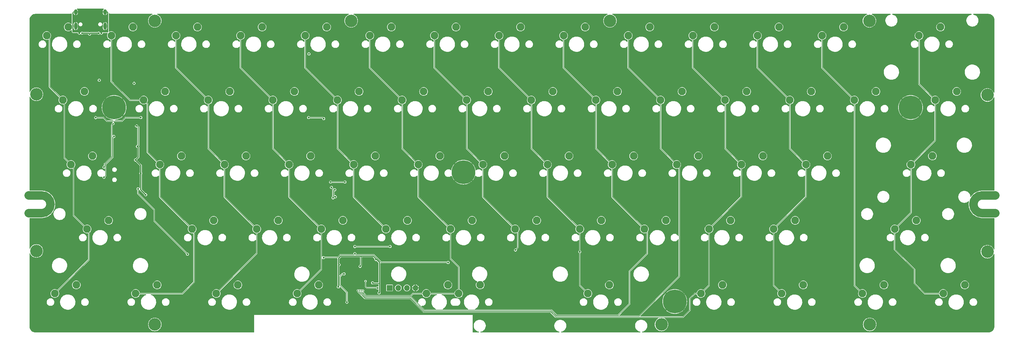
<source format=gtl>
G04 #@! TF.GenerationSoftware,KiCad,Pcbnew,7.0.5*
G04 #@! TF.CreationDate,2023-07-04T00:19:37+09:00*
G04 #@! TF.ProjectId,Hotp4ck60,486f7470-3463-46b3-9630-2e6b69636164,rev?*
G04 #@! TF.SameCoordinates,Original*
G04 #@! TF.FileFunction,Copper,L1,Top*
G04 #@! TF.FilePolarity,Positive*
%FSLAX46Y46*%
G04 Gerber Fmt 4.6, Leading zero omitted, Abs format (unit mm)*
G04 Created by KiCad (PCBNEW 7.0.5) date 2023-07-04 00:19:37*
%MOMM*%
%LPD*%
G01*
G04 APERTURE LIST*
G04 #@! TA.AperFunction,EtchedComponent*
%ADD10C,2.501900*%
G04 #@! TD*
G04 #@! TA.AperFunction,ComponentPad*
%ADD11C,2.250000*%
G04 #@! TD*
G04 #@! TA.AperFunction,ComponentPad*
%ADD12C,1.000000*%
G04 #@! TD*
G04 #@! TA.AperFunction,ComponentPad*
%ADD13C,7.001300*%
G04 #@! TD*
G04 #@! TA.AperFunction,ComponentPad*
%ADD14C,7.000240*%
G04 #@! TD*
G04 #@! TA.AperFunction,ComponentPad*
%ADD15C,3.700000*%
G04 #@! TD*
G04 #@! TA.AperFunction,ComponentPad*
%ADD16R,1.700000X1.700000*%
G04 #@! TD*
G04 #@! TA.AperFunction,ComponentPad*
%ADD17O,1.700000X1.700000*%
G04 #@! TD*
G04 #@! TA.AperFunction,ComponentPad*
%ADD18R,0.900000X0.500000*%
G04 #@! TD*
G04 #@! TA.AperFunction,ComponentPad*
%ADD19O,1.000000X1.600000*%
G04 #@! TD*
G04 #@! TA.AperFunction,ComponentPad*
%ADD20O,1.000000X2.100000*%
G04 #@! TD*
G04 #@! TA.AperFunction,ViaPad*
%ADD21C,0.600000*%
G04 #@! TD*
G04 #@! TA.AperFunction,ViaPad*
%ADD22C,0.350000*%
G04 #@! TD*
G04 #@! TA.AperFunction,ViaPad*
%ADD23C,0.500000*%
G04 #@! TD*
G04 #@! TA.AperFunction,Conductor*
%ADD24C,0.135000*%
G04 #@! TD*
G04 #@! TA.AperFunction,Conductor*
%ADD25C,0.250000*%
G04 #@! TD*
G04 #@! TA.AperFunction,Conductor*
%ADD26C,0.300000*%
G04 #@! TD*
G04 #@! TA.AperFunction,Conductor*
%ADD27C,0.200000*%
G04 #@! TD*
G04 APERTURE END LIST*
D10*
X71812500Y-141486550D02*
X75612500Y-141486550D01*
X71812500Y-146788450D02*
X75612500Y-146788450D01*
X353012500Y-141486550D02*
X356812500Y-141486550D01*
X353012500Y-146788450D02*
X356862500Y-146788450D01*
X78263450Y-144137500D02*
G75*
G03*
X75612500Y-141486550I-2650949J1D01*
G01*
X75612500Y-146788450D02*
G75*
G03*
X78263450Y-144137500I1J2650949D01*
G01*
X353012500Y-141486550D02*
G75*
G03*
X350361550Y-144137500I0J-2650950D01*
G01*
X350361550Y-144137500D02*
G75*
G03*
X353012500Y-146788450I2650950J0D01*
G01*
D11*
X90646250Y-129857500D03*
X84296250Y-132397500D03*
X177165000Y-151447500D03*
X183515000Y-148907500D03*
X105727500Y-113347500D03*
X112077500Y-110807500D03*
X327183750Y-151447500D03*
X333533750Y-148907500D03*
X127158750Y-170497500D03*
X133508750Y-167957500D03*
X96202500Y-94297500D03*
X102552500Y-91757500D03*
X134302500Y-94297500D03*
X140652500Y-91757500D03*
X270033750Y-170497500D03*
X276383750Y-167957500D03*
X205740000Y-132397500D03*
X212090000Y-129857500D03*
X272415000Y-151447500D03*
X278765000Y-148907500D03*
X196215000Y-151447500D03*
X202565000Y-148907500D03*
X331946250Y-132397500D03*
X338296250Y-129857500D03*
X229552500Y-94297500D03*
X235902500Y-91757500D03*
X164465000Y-148907500D03*
X158115000Y-151447500D03*
X173990000Y-129857500D03*
X167640000Y-132397500D03*
X115252500Y-94297500D03*
X121602500Y-91757500D03*
D12*
X73570465Y-141537500D03*
X73570465Y-146737500D03*
X75612500Y-141537500D03*
X75612500Y-146737500D03*
X77450978Y-142299022D03*
X77450978Y-145975978D03*
X78212500Y-144137500D03*
X94712500Y-115537500D03*
X95386154Y-113911154D03*
X95386154Y-117163846D03*
X97012500Y-113237500D03*
D13*
X97012500Y-115537500D03*
D12*
X97012500Y-117837500D03*
X98638846Y-113911154D03*
X98638846Y-117163846D03*
X99312500Y-115537500D03*
X198812500Y-132337500D03*
X198812500Y-136937500D03*
X200012500Y-132337500D03*
D14*
X200012500Y-134637500D03*
D12*
X200012500Y-136937500D03*
X201212500Y-132337500D03*
X201212500Y-136937500D03*
X261112500Y-170537500D03*
X261112500Y-175137500D03*
X262312500Y-170537500D03*
D14*
X262312500Y-172837500D03*
D12*
X262312500Y-175137500D03*
X263512500Y-170537500D03*
X263512500Y-175137500D03*
X330662500Y-113237500D03*
X330662500Y-117837500D03*
X331862500Y-113237500D03*
D14*
X331862500Y-115537500D03*
D12*
X331862500Y-117837500D03*
X333062500Y-113220500D03*
X333062500Y-117837500D03*
X350412500Y-144137500D03*
X351174022Y-142299022D03*
X351174022Y-145975978D03*
X353012500Y-141537500D03*
X353012500Y-146737500D03*
X355054535Y-141537500D03*
X355054535Y-146737500D03*
D15*
X74112500Y-111637500D03*
X74112500Y-157937500D03*
X109012500Y-89937500D03*
X109012500Y-179637500D03*
X166912500Y-89937500D03*
X243212500Y-89937500D03*
X258404500Y-179645500D03*
X319712500Y-89937500D03*
X319812500Y-179637500D03*
X354512500Y-111837500D03*
X354512500Y-158137500D03*
D11*
X315277500Y-113347500D03*
X321627500Y-110807500D03*
X148590000Y-132397500D03*
X154940000Y-129857500D03*
X239077500Y-113347500D03*
X245427500Y-110807500D03*
X139065000Y-151447500D03*
X145415000Y-148907500D03*
X169227500Y-110807500D03*
X162877500Y-113347500D03*
X186690000Y-132397500D03*
X193040000Y-129857500D03*
X317658750Y-170497500D03*
X324008750Y-167957500D03*
X124777500Y-113347500D03*
X131127500Y-110807500D03*
X191452500Y-94297500D03*
X197802500Y-91757500D03*
X153352500Y-94297500D03*
X159702500Y-91757500D03*
X277177500Y-113347500D03*
X283527500Y-110807500D03*
X150971250Y-170497500D03*
X157321250Y-167957500D03*
D16*
X178250000Y-168860000D03*
D17*
X180790000Y-168860000D03*
X183330000Y-168860000D03*
X185870000Y-168860000D03*
D11*
X300990000Y-132397500D03*
X307340000Y-129857500D03*
X120015000Y-151447500D03*
X126365000Y-148907500D03*
X253365000Y-151447500D03*
X259715000Y-148907500D03*
X234315000Y-151447500D03*
X240665000Y-148907500D03*
X334327500Y-94297500D03*
X340677500Y-91757500D03*
X215265000Y-151447500D03*
X221615000Y-148907500D03*
X181927500Y-113347500D03*
X188277500Y-110807500D03*
X129540000Y-132397500D03*
X135890000Y-129857500D03*
X103346250Y-170497500D03*
X109696250Y-167957500D03*
X110490000Y-132397500D03*
X116840000Y-129857500D03*
X210502500Y-94297500D03*
X216852500Y-91757500D03*
X150177500Y-110807500D03*
X143827500Y-113347500D03*
X296227500Y-113347500D03*
X302577500Y-110807500D03*
X339090000Y-113347500D03*
X345440000Y-110807500D03*
X81915000Y-113347500D03*
X88265000Y-110807500D03*
X200977500Y-113347500D03*
X207327500Y-110807500D03*
X198596250Y-170497500D03*
X204946250Y-167957500D03*
X341471250Y-170497500D03*
X347821250Y-167957500D03*
X286702500Y-94297500D03*
X293052500Y-91757500D03*
X172402500Y-94297500D03*
X178752500Y-91757500D03*
X243840000Y-132397500D03*
X250190000Y-129857500D03*
X236696250Y-170497500D03*
X243046250Y-167957500D03*
X220027500Y-113347500D03*
X226377500Y-110807500D03*
X189071250Y-170497500D03*
X195421250Y-167957500D03*
X231140000Y-129857500D03*
X224790000Y-132397500D03*
X79533750Y-170497500D03*
X85883750Y-167957500D03*
X291465000Y-151447500D03*
X297815000Y-148907500D03*
X248602500Y-94297500D03*
X254952500Y-91757500D03*
X281940000Y-132397500D03*
X288290000Y-129857500D03*
X258127500Y-113347500D03*
X264477500Y-110807500D03*
X305752500Y-94297500D03*
X312102500Y-91757500D03*
X262890000Y-132397500D03*
X269240000Y-129857500D03*
X89058750Y-151447500D03*
X95408750Y-148907500D03*
X77152500Y-94297500D03*
X83502500Y-91757500D03*
X293846250Y-170497500D03*
X300196250Y-167957500D03*
X267652500Y-94297500D03*
X274002500Y-91757500D03*
D18*
X163800000Y-176560000D03*
D19*
X85690000Y-87310000D03*
D20*
X85690000Y-91490000D03*
D19*
X94330000Y-87310000D03*
D20*
X94330000Y-91490000D03*
D21*
X186460000Y-175250000D03*
X184440000Y-174910000D03*
X153140000Y-175180000D03*
X158740000Y-175170000D03*
X140590000Y-175170000D03*
X139100000Y-175150000D03*
X151040000Y-175180000D03*
X142920000Y-175180000D03*
X147120000Y-175180000D03*
X145020000Y-175180000D03*
X148940000Y-175180000D03*
X156640000Y-175170000D03*
X177820000Y-166280000D03*
X176140000Y-167930000D03*
X189790000Y-173110000D03*
X193040000Y-162460000D03*
X189540000Y-162460000D03*
X186810000Y-162460000D03*
X183350000Y-162460000D03*
X215350000Y-157648000D03*
X234315000Y-158150000D03*
X203310000Y-181688000D03*
X203210000Y-178240000D03*
X201330000Y-176490000D03*
X203210000Y-176490000D03*
X193150000Y-176470000D03*
X188340000Y-176500000D03*
X184420000Y-176500000D03*
X186520000Y-176500000D03*
X190560000Y-176490000D03*
X199530000Y-176490000D03*
X197650000Y-176490000D03*
X195770000Y-176490000D03*
X137740000Y-177380000D03*
X137740000Y-179480000D03*
X137740000Y-181580000D03*
X140590000Y-176490000D03*
X139100000Y-176470000D03*
X147120000Y-176500000D03*
X145020000Y-176500000D03*
X142920000Y-176500000D03*
X153140000Y-176500000D03*
X151040000Y-176500000D03*
X148940000Y-176500000D03*
X158740000Y-176490000D03*
X156640000Y-176490000D03*
X154540000Y-176490000D03*
X174670000Y-168845500D03*
X173229500Y-167340500D03*
X104080000Y-139578000D03*
X104880000Y-134970000D03*
X106333000Y-141325000D03*
X118640000Y-158870000D03*
X164397949Y-165417949D03*
X168005853Y-158747853D03*
X195500000Y-161327500D03*
X102910000Y-108390000D03*
X103620000Y-120990000D03*
X100751354Y-106760648D03*
X100730291Y-105248000D03*
X158760000Y-159890000D03*
X175890887Y-159679113D03*
X176564500Y-161830000D03*
X176564500Y-163611209D03*
X154460000Y-99720000D03*
X164565968Y-140136032D03*
X157802000Y-123260032D03*
X169292000Y-157127000D03*
X172080895Y-158029105D03*
X91720000Y-109610000D03*
X93410000Y-108250000D03*
X90716696Y-106383304D03*
X88901696Y-104568304D03*
X87685500Y-102840000D03*
X88854500Y-102830000D03*
X88854500Y-101040000D03*
X87685500Y-101050000D03*
X112450000Y-121010000D03*
X115960000Y-122080000D03*
X115950000Y-120390000D03*
X125280000Y-120342000D03*
X129980000Y-120342000D03*
X134820000Y-120342000D03*
X138150000Y-120342000D03*
X141460000Y-120342000D03*
X146150000Y-120342000D03*
X150440000Y-120342000D03*
X153440032Y-120689968D03*
X153576375Y-119095730D03*
X150440000Y-119068000D03*
X146150000Y-119068000D03*
X141460000Y-119068000D03*
X138150000Y-119068000D03*
X134820000Y-119068000D03*
X129980000Y-119068000D03*
X125279500Y-119068000D03*
X113975000Y-119085000D03*
X115950000Y-119068000D03*
X119150000Y-119068000D03*
X121790000Y-119068000D03*
X153758000Y-123240000D03*
X154185487Y-125474513D03*
X156035487Y-127324513D03*
X157635487Y-128924513D03*
X159770487Y-131059513D03*
X159240000Y-132750000D03*
X160823500Y-133500000D03*
X160823500Y-136200000D03*
X161058000Y-140740500D03*
X161558000Y-142234486D03*
X161093500Y-139173640D03*
X162260000Y-141909500D03*
X162098000Y-139814503D03*
X155035500Y-121830000D03*
X155104264Y-124555059D03*
X156956696Y-126443304D03*
X158561695Y-128048305D03*
X160596696Y-130083304D03*
X162020696Y-131507304D03*
X162098000Y-133500000D03*
X162098000Y-136190000D03*
X162098000Y-138350000D03*
X107670000Y-140740500D03*
X111200000Y-140740500D03*
X114920000Y-140740500D03*
X118770000Y-140740500D03*
X123100000Y-140740500D03*
X127420000Y-140740500D03*
X132000000Y-140740500D03*
X135960000Y-140740500D03*
X139410000Y-140740500D03*
X142870000Y-140740500D03*
X146880000Y-140740500D03*
X150080000Y-140740500D03*
X168809560Y-148450439D03*
X173630887Y-157419113D03*
X171520895Y-157469105D03*
X169292000Y-155670000D03*
X170896500Y-155670000D03*
X170896500Y-153720000D03*
X170896500Y-151780000D03*
X169292000Y-153720000D03*
X169292000Y-151780000D03*
X169292000Y-150050000D03*
X166744560Y-146385440D03*
X164929560Y-144570440D03*
X102740000Y-132130000D03*
X102725500Y-133540000D03*
X102725500Y-135830000D03*
X102560000Y-138320000D03*
X102260000Y-139578000D03*
X107670000Y-141909500D03*
X111186363Y-141909500D03*
X114920000Y-141909500D03*
X118760000Y-141909500D03*
X123090000Y-141909500D03*
X127420000Y-141909500D03*
X131970000Y-141909500D03*
X135950000Y-141909500D03*
X139410000Y-141909500D03*
X142870000Y-141909500D03*
X146880000Y-141909500D03*
X150080000Y-141909500D03*
X153050000Y-142290000D03*
X153060000Y-140740500D03*
X155920000Y-142280000D03*
X155960000Y-140740000D03*
X158740000Y-140730000D03*
X158750000Y-142190000D03*
X163209560Y-142850440D03*
X154921849Y-120374381D03*
X94560000Y-138550000D03*
X93940000Y-137660000D03*
X94030000Y-133160000D03*
X96942500Y-124097500D03*
X94030000Y-136160000D03*
X112400000Y-123300000D03*
X112450000Y-122080000D03*
X170897000Y-148660000D03*
X172171000Y-153800000D03*
X172171000Y-151770000D03*
X172171000Y-148690000D03*
X92630000Y-107470000D03*
X106090000Y-123560000D03*
X108130000Y-123550000D03*
X110460000Y-123560000D03*
X116940000Y-123430000D03*
X174970887Y-158759113D03*
X172216387Y-156004613D03*
X171254968Y-146825032D03*
X169429113Y-146800887D03*
X169389968Y-144960032D03*
X167578760Y-144951240D03*
X167559968Y-143130032D03*
X165744113Y-143115887D03*
X165744968Y-141315032D03*
X163934113Y-141305887D03*
X163267500Y-139080000D03*
X163267500Y-136180000D03*
X163267500Y-133490000D03*
X157780000Y-125600000D03*
X159410000Y-127160000D03*
X161550000Y-129120000D03*
X162790000Y-130400000D03*
X163267500Y-131410000D03*
X162569968Y-128120032D03*
X160554968Y-126105032D03*
X159024968Y-124575032D03*
X156390000Y-123960000D03*
X157802000Y-121780000D03*
X156480000Y-121780000D03*
X157802000Y-119550000D03*
X156480000Y-119550000D03*
X157802000Y-116910000D03*
X156480000Y-116910000D03*
X157802000Y-114590000D03*
X156480000Y-114590000D03*
X157802000Y-112340000D03*
X156480000Y-112340000D03*
X157802000Y-110820000D03*
X156480000Y-110820000D03*
X157694969Y-107455032D03*
X156480000Y-109240000D03*
X157802000Y-109240000D03*
X156850000Y-106390000D03*
X155820000Y-107780000D03*
X155439968Y-105200032D03*
X154820000Y-106730000D03*
X153130000Y-105220000D03*
X153120000Y-106730000D03*
X150610000Y-105220000D03*
X150600000Y-106730000D03*
X148180000Y-105220000D03*
X148170000Y-106730000D03*
X145730000Y-105220000D03*
X145720000Y-106730000D03*
X143470000Y-105220000D03*
X143460000Y-106730000D03*
X141110000Y-105220000D03*
X141100000Y-106730000D03*
X138920000Y-105220000D03*
X138910000Y-106730000D03*
X136540000Y-105220000D03*
X136530000Y-106730000D03*
X134850000Y-105220000D03*
X134840000Y-106730000D03*
X132560000Y-105220000D03*
X132550000Y-106730000D03*
X130250000Y-105220000D03*
X130240000Y-106730000D03*
X128290000Y-105220000D03*
X128280000Y-106730000D03*
X126180000Y-105220000D03*
X126170000Y-106730000D03*
X124090000Y-105220000D03*
X124080000Y-106730000D03*
X121610000Y-105220000D03*
X121600000Y-106730000D03*
X119410000Y-105220000D03*
X119400000Y-106730000D03*
X117410000Y-105220000D03*
X117410000Y-106720000D03*
X115500000Y-105210000D03*
X115490000Y-106720000D03*
X113080000Y-105210000D03*
X113070000Y-106720000D03*
X110370000Y-105210000D03*
X110360000Y-106720000D03*
X107930000Y-105210000D03*
X107920000Y-106720000D03*
X105550000Y-105210000D03*
X105540000Y-106720000D03*
X103140000Y-105210000D03*
X103130000Y-106720000D03*
X97730000Y-105248000D03*
X97740000Y-106760000D03*
X94800000Y-105210000D03*
X94790000Y-106720000D03*
X91590000Y-105480000D03*
X92690000Y-104470000D03*
X93420000Y-105210000D03*
X93410000Y-106720000D03*
X91980000Y-103700000D03*
X90500000Y-103700000D03*
X91980000Y-102330000D03*
X90500000Y-102330000D03*
X90500000Y-100980000D03*
X91980000Y-100980000D03*
X91990000Y-99430000D03*
X90500000Y-99430000D03*
X154355000Y-118525000D03*
X158812000Y-118830000D03*
X160650000Y-176510000D03*
X166599999Y-165040001D03*
X168999996Y-168640002D03*
X172710000Y-160390000D03*
X163490000Y-158570000D03*
X172150000Y-173230000D03*
X97418750Y-130000000D03*
X98178750Y-130000000D03*
X164480000Y-173893199D03*
X160810000Y-165700000D03*
X160660000Y-170760000D03*
X167800003Y-165039998D03*
X169000000Y-165040002D03*
X115410000Y-123340000D03*
X168589997Y-173465090D03*
X97880000Y-121850000D03*
X162750000Y-176510000D03*
X170380000Y-160550000D03*
X171020000Y-174160000D03*
X174700001Y-162940001D03*
X103000000Y-128830000D03*
X160800000Y-162480000D03*
X105450000Y-130140000D03*
X167010000Y-157529500D03*
X166730000Y-173440000D03*
X164850000Y-174410000D03*
X117540000Y-125150000D03*
X165120000Y-160200000D03*
X118890000Y-126490000D03*
X88890000Y-99430000D03*
X164850000Y-176510000D03*
X164940000Y-158470000D03*
X164480000Y-171793199D03*
X167800000Y-168639999D03*
X171404998Y-160545002D03*
X105450000Y-128380000D03*
X174590000Y-166730000D03*
X117540000Y-125870000D03*
X179509254Y-175012228D03*
X181970000Y-176500000D03*
X177310000Y-174980000D03*
X102420000Y-121790000D03*
X120280000Y-125480000D03*
X178210000Y-176500000D03*
X166599998Y-168639999D03*
X103370000Y-123460000D03*
X164020000Y-160190000D03*
X180090000Y-176500000D03*
X86940000Y-95600000D03*
X170200000Y-167440000D03*
X161460000Y-173530000D03*
X93270000Y-96960000D03*
X164397578Y-164070002D03*
X174700000Y-164370000D03*
X166599997Y-167440004D03*
X174560000Y-174980000D03*
X100990000Y-121790000D03*
X103330000Y-124480000D03*
X162749999Y-174410000D03*
X103000000Y-125730000D03*
X160650000Y-174460000D03*
X99620000Y-129070000D03*
X105443250Y-127480000D03*
X180629534Y-173346548D03*
X169560000Y-173460000D03*
X170780000Y-176510000D03*
X169610000Y-174550000D03*
X178620000Y-173350000D03*
X100640000Y-131070000D03*
X166860000Y-176510000D03*
X170200000Y-165040001D03*
X160980000Y-169490000D03*
X167799999Y-167440003D03*
X87685500Y-99430000D03*
X166599998Y-166239998D03*
X162030000Y-168640000D03*
X174070000Y-173360000D03*
X170200000Y-168640000D03*
X165960000Y-157529500D03*
X176330000Y-173290000D03*
X99640000Y-125510000D03*
X173000000Y-176500000D03*
X99330000Y-123640000D03*
X168960000Y-176510000D03*
X168999998Y-166240001D03*
X167799996Y-166240001D03*
X175590000Y-176480000D03*
X182100000Y-174880000D03*
X95580000Y-125960000D03*
X171947364Y-175071190D03*
X170199997Y-166240005D03*
X174520000Y-169860000D03*
X93770000Y-129450000D03*
X168999999Y-167440002D03*
X103310000Y-131060000D03*
X103900000Y-127030000D03*
X164814998Y-164694991D03*
X165644996Y-173075000D03*
X163322579Y-161995000D03*
X169550000Y-162470000D03*
X163140000Y-168560000D03*
X175135497Y-170320500D03*
X174214287Y-160445713D03*
D22*
X170400000Y-169590000D03*
X169900000Y-169590000D03*
X169400000Y-169590000D03*
X168900000Y-169590000D03*
D21*
X86760000Y-93570000D03*
X93260000Y-93570000D03*
X89778786Y-93842000D03*
X92460000Y-93570000D03*
X87560000Y-93570000D03*
D23*
X96738750Y-120330000D03*
D21*
X91560000Y-118530000D03*
X104890000Y-118525000D03*
X160823500Y-137575000D03*
X165082000Y-137575000D03*
X167990000Y-156630000D03*
X178379000Y-156625000D03*
D22*
X171150000Y-166839999D03*
D24*
X171365514Y-171170000D02*
X184520000Y-171170000D01*
X184520000Y-171170000D02*
X185192500Y-170497500D01*
X170400000Y-170204486D02*
X171365514Y-171170000D01*
X185192500Y-170497500D02*
X189071250Y-170497500D01*
X170400000Y-169590000D02*
X170400000Y-170204486D01*
X216070000Y-156928000D02*
X215350000Y-157648000D01*
X216070000Y-153720000D02*
X216070000Y-156928000D01*
X216070000Y-152252500D02*
X216070000Y-153720000D01*
X215265000Y-151447500D02*
X216070000Y-152252500D01*
X234315000Y-158150000D02*
X234315000Y-168116250D01*
X234315000Y-151447500D02*
X234315000Y-158150000D01*
X195500000Y-161327500D02*
X175806010Y-161327500D01*
X168325495Y-159067495D02*
X168005853Y-158747853D01*
X175806010Y-161327500D02*
X173546005Y-159067495D01*
X173546005Y-159067495D02*
X168325495Y-159067495D01*
X171515500Y-168845500D02*
X174670000Y-168845500D01*
X171150000Y-168480000D02*
X171515500Y-168845500D01*
X171150000Y-166839999D02*
X171150000Y-168480000D01*
X169900000Y-170086324D02*
X169900000Y-169590000D01*
X171253676Y-171440000D02*
X169900000Y-170086324D01*
X184513676Y-171440000D02*
X171253676Y-171440000D01*
X188501176Y-175427500D02*
X184513676Y-171440000D01*
X225971176Y-175427500D02*
X188501176Y-175427500D01*
X245650000Y-176930000D02*
X227473676Y-176930000D01*
X249030000Y-173550000D02*
X245650000Y-176930000D01*
X249030000Y-163890000D02*
X249030000Y-173550000D01*
X254140000Y-158780000D02*
X249030000Y-163890000D01*
X227473676Y-176930000D02*
X225971176Y-175427500D01*
X254140000Y-152222500D02*
X254140000Y-158780000D01*
X253365000Y-151447500D02*
X254140000Y-152222500D01*
X171141838Y-171710000D02*
X169400000Y-169968162D01*
X184401838Y-171710000D02*
X171141838Y-171710000D01*
X225859338Y-175697500D02*
X188389338Y-175697500D01*
X227361838Y-177200000D02*
X225859338Y-175697500D01*
X251830000Y-177200000D02*
X227361838Y-177200000D01*
X263660000Y-165370000D02*
X251830000Y-177200000D01*
X169400000Y-169968162D02*
X169400000Y-169590000D01*
X263660000Y-133167500D02*
X263660000Y-165370000D01*
X188389338Y-175697500D02*
X184401838Y-171710000D01*
X262890000Y-132397500D02*
X263660000Y-133167500D01*
X168900000Y-169850000D02*
X168900000Y-169590000D01*
X171030000Y-171980000D02*
X168900000Y-169850000D01*
X184290000Y-171980000D02*
X171030000Y-171980000D01*
X224577500Y-175967500D02*
X188277500Y-175967500D01*
X188277500Y-175967500D02*
X184290000Y-171980000D01*
X225750000Y-175970000D02*
X224580000Y-175970000D01*
X227250000Y-177470000D02*
X225750000Y-175970000D01*
X264730000Y-177470000D02*
X227250000Y-177470000D01*
X266790000Y-175410000D02*
X264730000Y-177470000D01*
X268272500Y-170497500D02*
X266790000Y-171980000D01*
X266790000Y-171980000D02*
X266790000Y-175410000D01*
X270033750Y-170497500D02*
X268272500Y-170497500D01*
X224580000Y-175970000D02*
X224577500Y-175967500D01*
X332990000Y-167500000D02*
X335987500Y-170497500D01*
X327183750Y-157553750D02*
X332990000Y-163360000D01*
X335987500Y-170497500D02*
X341471250Y-170497500D01*
X327183750Y-151447500D02*
X327183750Y-157553750D01*
X332990000Y-163360000D02*
X332990000Y-167500000D01*
X272415000Y-168116250D02*
X270033750Y-170497500D01*
X198596250Y-170497500D02*
X198596250Y-162616250D01*
X198596250Y-162616250D02*
X196215000Y-160235000D01*
X196215000Y-160235000D02*
X196215000Y-151447500D01*
X215265000Y-151447500D02*
X215920000Y-152102500D01*
D25*
X173419000Y-167530000D02*
X175285001Y-167530000D01*
X173229500Y-167340500D02*
X173419000Y-167530000D01*
D26*
X175135497Y-170320500D02*
X175285001Y-170170996D01*
X175285001Y-170170996D02*
X175285001Y-167530000D01*
X175285001Y-161305001D02*
X175285001Y-167530000D01*
X174425713Y-160445713D02*
X175285001Y-161305001D01*
X174214287Y-160445713D02*
X174425713Y-160445713D01*
D24*
X108840000Y-145768950D02*
X104080000Y-141008950D01*
X104080000Y-141008950D02*
X104080000Y-139578000D01*
X108840000Y-145768950D02*
X108840000Y-149070000D01*
X108840000Y-149070000D02*
X118640000Y-158870000D01*
D26*
X104880000Y-139872000D02*
X106333000Y-141325000D01*
X104880000Y-134970000D02*
X104880000Y-139872000D01*
X104880000Y-132630000D02*
X103310000Y-131060000D01*
X104880000Y-134970000D02*
X104880000Y-132630000D01*
X106325000Y-141325000D02*
X106333000Y-141325000D01*
D24*
X162890000Y-159890000D02*
X158760000Y-159890000D01*
X163712505Y-159067495D02*
X162890000Y-159890000D01*
X168005853Y-158747853D02*
X167686211Y-159067495D01*
X167686211Y-159067495D02*
X163712505Y-159067495D01*
D25*
X104135000Y-126795000D02*
X103900000Y-127030000D01*
X104135000Y-121225000D02*
X104135000Y-126795000D01*
X103900000Y-120990000D02*
X104135000Y-121225000D01*
X103620000Y-120990000D02*
X103900000Y-120990000D01*
D24*
X93870000Y-118530000D02*
X91560000Y-118530000D01*
X94920000Y-119580000D02*
X93870000Y-118530000D01*
X100345000Y-118525000D02*
X99290000Y-119580000D01*
X99290000Y-119580000D02*
X94920000Y-119580000D01*
X104890000Y-118525000D02*
X100345000Y-118525000D01*
X101647500Y-113347500D02*
X105727500Y-113347500D01*
X96202500Y-94297500D02*
X96202500Y-107902500D01*
X96202500Y-107902500D02*
X101647500Y-113347500D01*
D26*
X104110000Y-127240000D02*
X104110000Y-130260000D01*
X103900000Y-127030000D02*
X104110000Y-127240000D01*
X104110000Y-130260000D02*
X103310000Y-131060000D01*
D24*
X106852500Y-128760000D02*
X110490000Y-132397500D01*
X106852500Y-114472500D02*
X106852500Y-128760000D01*
X105727500Y-113347500D02*
X106852500Y-114472500D01*
X167995000Y-156625000D02*
X167990000Y-156630000D01*
X178379000Y-156625000D02*
X167995000Y-156625000D01*
D25*
X169820000Y-162200000D02*
X169820000Y-159460000D01*
D26*
X169820000Y-159460000D02*
X173440000Y-159460000D01*
X163818510Y-159460000D02*
X169820000Y-159460000D01*
X173440000Y-159460000D02*
X174214287Y-160234287D01*
X163160000Y-160118510D02*
X163818510Y-159460000D01*
X163322579Y-161995000D02*
X163160000Y-161832421D01*
X163160000Y-161832421D02*
X163160000Y-160118510D01*
X174214287Y-160234287D02*
X174214287Y-160445713D01*
D24*
X160823500Y-137575000D02*
X165082000Y-137575000D01*
X158507000Y-118525000D02*
X158812000Y-118830000D01*
X154355000Y-118525000D02*
X158507000Y-118525000D01*
X161560000Y-139640140D02*
X161093500Y-139173640D01*
X161560000Y-142232486D02*
X161560000Y-139640140D01*
X161558000Y-142234486D02*
X161560000Y-142232486D01*
X162029500Y-141909500D02*
X162260000Y-141909500D01*
X161830000Y-141710000D02*
X162029500Y-141909500D01*
X161830000Y-140082503D02*
X161830000Y-141710000D01*
X162098000Y-139814503D02*
X161830000Y-140082503D01*
X94260000Y-132930000D02*
X94030000Y-133160000D01*
X94260000Y-132147500D02*
X94260000Y-132930000D01*
X94530000Y-135660000D02*
X94530000Y-132259338D01*
X94530000Y-132259338D02*
X96638750Y-130150588D01*
X94030000Y-136160000D02*
X94530000Y-135660000D01*
X96638750Y-130150588D02*
X96638750Y-124401250D01*
X96638750Y-124401250D02*
X96942500Y-124097500D01*
X96368750Y-120700000D02*
X96738750Y-120330000D01*
X94260000Y-132147500D02*
X96368750Y-130038750D01*
X96368750Y-130038750D02*
X96368750Y-120700000D01*
D27*
X165644996Y-170158396D02*
X165644996Y-173075000D01*
X164814998Y-164694991D02*
X164365009Y-164694991D01*
X164365009Y-164694991D02*
X163545000Y-165515000D01*
X163545000Y-165515000D02*
X163545000Y-168058400D01*
X163545000Y-168058400D02*
X165644996Y-170158396D01*
D26*
X163160000Y-162157579D02*
X163322579Y-161995000D01*
X163160000Y-168540000D02*
X163160000Y-162157579D01*
D25*
X169550000Y-162470000D02*
X169820000Y-162200000D01*
D26*
X163140000Y-168560000D02*
X163160000Y-168540000D01*
D24*
X77990000Y-109422500D02*
X81915000Y-113347500D01*
X85050000Y-147438750D02*
X85050000Y-133151250D01*
X85050000Y-133151250D02*
X84296250Y-132397500D01*
X89058750Y-151447500D02*
X85050000Y-147438750D01*
X82330000Y-130431250D02*
X82330000Y-113762500D01*
X79533750Y-170497500D02*
X89580000Y-160451250D01*
X84296250Y-132397500D02*
X82330000Y-130431250D01*
X89580000Y-160451250D02*
X89580000Y-151968750D01*
X82330000Y-113762500D02*
X81915000Y-113347500D01*
X77152500Y-94297500D02*
X77990000Y-95135000D01*
X77990000Y-95135000D02*
X77990000Y-109422500D01*
X89580000Y-151968750D02*
X89058750Y-151447500D01*
X110490000Y-132397500D02*
X110490000Y-141922500D01*
X110490000Y-141922500D02*
X120015000Y-151447500D01*
X120570000Y-167150000D02*
X120570000Y-152002500D01*
X96202500Y-94297500D02*
X96410000Y-94505000D01*
X103346250Y-170497500D02*
X117222500Y-170497500D01*
X117222500Y-170497500D02*
X120570000Y-167150000D01*
X120570000Y-152002500D02*
X120015000Y-151447500D01*
X139065000Y-151447500D02*
X139065000Y-158591250D01*
X124777500Y-113347500D02*
X124777500Y-127635000D01*
X115252500Y-103822500D02*
X124777500Y-113347500D01*
X115252500Y-94297500D02*
X115252500Y-103822500D01*
X124777500Y-127635000D02*
X129540000Y-132397500D01*
X129540000Y-132397500D02*
X129540000Y-141922500D01*
X129540000Y-141922500D02*
X139065000Y-151447500D01*
X139065000Y-158591250D02*
X127158750Y-170497500D01*
X134302500Y-103822500D02*
X143827500Y-113347500D01*
X158115000Y-163353750D02*
X158115000Y-151447500D01*
X134302500Y-94297500D02*
X134302500Y-103822500D01*
X148590000Y-132397500D02*
X143827500Y-127635000D01*
X148590000Y-141922500D02*
X148590000Y-132397500D01*
X143827500Y-127635000D02*
X143827500Y-113347500D01*
X150971250Y-170497500D02*
X158115000Y-163353750D01*
X158115000Y-151447500D02*
X148590000Y-141922500D01*
X167640000Y-141922500D02*
X177165000Y-151447500D01*
X162877500Y-113347500D02*
X162877500Y-127635000D01*
X167640000Y-132397500D02*
X167640000Y-141922500D01*
X162877500Y-127635000D02*
X167640000Y-132397500D01*
X153352500Y-94297500D02*
X153352500Y-103822500D01*
X153352500Y-103822500D02*
X162877500Y-113347500D01*
X172402500Y-103822500D02*
X181927500Y-113347500D01*
X181927500Y-127635000D02*
X186690000Y-132397500D01*
X189071250Y-170497500D02*
X198596250Y-170497500D01*
X186690000Y-141922500D02*
X196215000Y-151447500D01*
X172402500Y-94297500D02*
X172402500Y-103822500D01*
X186690000Y-132397500D02*
X186690000Y-141922500D01*
X181927500Y-113347500D02*
X181927500Y-127635000D01*
X205740000Y-141922500D02*
X215265000Y-151447500D01*
X205740000Y-132397500D02*
X205740000Y-141922500D01*
X200977500Y-113347500D02*
X200977500Y-127635000D01*
X191452500Y-94297500D02*
X191452500Y-103822500D01*
X191452500Y-103822500D02*
X200977500Y-113347500D01*
X200977500Y-127635000D02*
X205740000Y-132397500D01*
X220027500Y-113347500D02*
X220027500Y-127635000D01*
X224790000Y-132397500D02*
X224790000Y-141922500D01*
X234315000Y-168116250D02*
X236696250Y-170497500D01*
X210502500Y-94297500D02*
X210502500Y-103822500D01*
X220027500Y-127635000D02*
X224790000Y-132397500D01*
X210502500Y-103822500D02*
X220027500Y-113347500D01*
X224790000Y-141922500D02*
X234315000Y-151447500D01*
X239077500Y-113347500D02*
X239077500Y-127635000D01*
X243840000Y-132397500D02*
X243840000Y-141922500D01*
X229552500Y-103822500D02*
X239077500Y-113347500D01*
X229552500Y-94297500D02*
X229552500Y-103822500D01*
X243840000Y-141922500D02*
X253365000Y-151447500D01*
X239077500Y-127635000D02*
X243840000Y-132397500D01*
X258127500Y-113347500D02*
X258127500Y-127635000D01*
X248602500Y-94297500D02*
X248602500Y-103822500D01*
X258127500Y-127635000D02*
X262890000Y-132397500D01*
X248602500Y-103822500D02*
X258127500Y-113347500D01*
X281940000Y-132397500D02*
X281940000Y-141922500D01*
X277177500Y-113347500D02*
X277177500Y-127635000D01*
X277177500Y-127635000D02*
X281940000Y-132397500D01*
X272415000Y-151447500D02*
X272415000Y-168116250D01*
X267652500Y-94297500D02*
X267652500Y-103822500D01*
X281940000Y-141922500D02*
X272415000Y-151447500D01*
X267652500Y-103822500D02*
X277177500Y-113347500D01*
X296227500Y-127635000D02*
X300990000Y-132397500D01*
X300990000Y-141922500D02*
X291465000Y-151447500D01*
X300990000Y-132397500D02*
X300990000Y-141922500D01*
X286702500Y-94297500D02*
X286702500Y-103822500D01*
X296227500Y-113347500D02*
X296227500Y-127635000D01*
X291465000Y-168116250D02*
X293846250Y-170497500D01*
X286702500Y-103822500D02*
X296227500Y-113347500D01*
X291465000Y-151447500D02*
X291465000Y-168116250D01*
X305752500Y-103822500D02*
X315277500Y-113347500D01*
X315277500Y-168116250D02*
X317658750Y-170497500D01*
X305752500Y-94297500D02*
X305752500Y-103822500D01*
X315277500Y-113347500D02*
X315277500Y-168116250D01*
X339090000Y-125253750D02*
X331946250Y-132397500D01*
X334327500Y-108585000D02*
X339090000Y-113347500D01*
X339090000Y-113347500D02*
X339090000Y-125253750D01*
X334327500Y-94297500D02*
X334327500Y-108585000D01*
X331946250Y-146685000D02*
X327183750Y-151447500D01*
X331946250Y-132397500D02*
X331946250Y-146685000D01*
D26*
X87589005Y-92710000D02*
X86760000Y-93539005D01*
X93260000Y-93570000D02*
X93260000Y-93542685D01*
X93260000Y-93542685D02*
X92427315Y-92710000D01*
X86760000Y-93539005D02*
X86760000Y-93570000D01*
X92427315Y-92710000D02*
X87589005Y-92710000D01*
X92460000Y-93570000D02*
X90050786Y-93570000D01*
X90050786Y-93570000D02*
X89778786Y-93842000D01*
X89506786Y-93570000D02*
X89778786Y-93842000D01*
X87560000Y-93570000D02*
X89506786Y-93570000D01*
G04 #@! TA.AperFunction,Conductor*
G36*
X93923973Y-86338975D02*
G01*
X93963569Y-86393475D01*
X93963569Y-86460841D01*
X93926640Y-86511669D01*
X93927300Y-86512466D01*
X93924196Y-86515033D01*
X93923973Y-86515341D01*
X93923140Y-86515906D01*
X93922023Y-86516830D01*
X93812188Y-86633793D01*
X93812187Y-86633794D01*
X93734900Y-86774379D01*
X93695000Y-86929782D01*
X93695000Y-87184999D01*
X93695001Y-87185000D01*
X94030000Y-87185000D01*
X94030000Y-87435000D01*
X93695001Y-87435000D01*
X93695000Y-87435001D01*
X93695000Y-87649960D01*
X93710059Y-87769165D01*
X93710063Y-87769179D01*
X93769122Y-87918343D01*
X93863425Y-88048140D01*
X93863429Y-88048145D01*
X93987046Y-88150410D01*
X94132208Y-88218717D01*
X94132220Y-88218722D01*
X94204998Y-88232604D01*
X94205000Y-88232604D01*
X94205000Y-87886341D01*
X94301840Y-87913895D01*
X94413521Y-87903546D01*
X94455000Y-87882891D01*
X94455000Y-88237062D01*
X94602516Y-88189133D01*
X94737980Y-88103164D01*
X94847811Y-87986206D01*
X94847812Y-87986205D01*
X94925099Y-87845620D01*
X94965000Y-87690217D01*
X94965000Y-87435001D01*
X94964999Y-87435000D01*
X94630000Y-87435000D01*
X94630000Y-87185000D01*
X94964999Y-87185000D01*
X94966183Y-87183816D01*
X95026206Y-87153231D01*
X95092742Y-87163769D01*
X95140378Y-87211403D01*
X95145686Y-87223610D01*
X95162718Y-87270407D01*
X95170516Y-87291832D01*
X95225458Y-87386999D01*
X95261102Y-87448740D01*
X95282297Y-87473998D01*
X95304498Y-87500457D01*
X95329734Y-87562916D01*
X95330000Y-87570520D01*
X95330000Y-93149262D01*
X95327905Y-93170529D01*
X95319004Y-93215273D01*
X95302730Y-93254562D01*
X95283467Y-93283392D01*
X95253392Y-93313467D01*
X95224562Y-93332730D01*
X95185273Y-93349004D01*
X95140529Y-93357905D01*
X95119262Y-93360000D01*
X92904061Y-93360000D01*
X92839992Y-93339183D01*
X92821686Y-93322382D01*
X92748124Y-93237487D01*
X92642773Y-93169782D01*
X92522615Y-93134500D01*
X92397385Y-93134500D01*
X92347111Y-93149262D01*
X92277226Y-93169782D01*
X92171872Y-93237489D01*
X92163738Y-93246878D01*
X92106050Y-93281667D01*
X92081360Y-93284500D01*
X90110182Y-93284500D01*
X90102645Y-93283977D01*
X90090915Y-93282341D01*
X90090913Y-93282341D01*
X90074804Y-93283085D01*
X90045461Y-93284442D01*
X90042945Y-93284500D01*
X90024328Y-93284500D01*
X90021512Y-93285026D01*
X90014021Y-93285894D01*
X89984288Y-93287270D01*
X89984289Y-93287270D01*
X89977331Y-93290341D01*
X89953342Y-93297770D01*
X89945864Y-93299167D01*
X89920558Y-93314836D01*
X89913875Y-93318359D01*
X89886645Y-93330382D01*
X89878313Y-93336090D01*
X89876996Y-93334167D01*
X89828930Y-93358658D01*
X89811879Y-93360000D01*
X89742436Y-93360000D01*
X89678367Y-93339183D01*
X89669003Y-93331552D01*
X89659687Y-93323060D01*
X89659687Y-93323059D01*
X89652591Y-93320310D01*
X89630380Y-93308602D01*
X89624103Y-93304303D01*
X89595129Y-93297487D01*
X89587915Y-93295253D01*
X89560157Y-93284500D01*
X89560155Y-93284500D01*
X89552551Y-93284500D01*
X89527597Y-93281605D01*
X89520199Y-93279865D01*
X89490721Y-93283977D01*
X89483183Y-93284500D01*
X87938640Y-93284500D01*
X87874571Y-93263683D01*
X87856262Y-93246878D01*
X87848127Y-93237489D01*
X87742773Y-93169782D01*
X87672889Y-93149262D01*
X87622615Y-93134500D01*
X87497385Y-93134500D01*
X87447111Y-93149262D01*
X87377226Y-93169782D01*
X87271875Y-93237487D01*
X87271876Y-93237487D01*
X87198314Y-93322380D01*
X87140627Y-93357167D01*
X87115939Y-93360000D01*
X84900738Y-93360000D01*
X84879472Y-93357905D01*
X84834727Y-93349004D01*
X84795437Y-93332730D01*
X84766607Y-93313467D01*
X84736532Y-93283392D01*
X84735379Y-93281667D01*
X84723363Y-93263683D01*
X84717269Y-93254562D01*
X84700995Y-93215273D01*
X84692094Y-93170529D01*
X84690000Y-93149272D01*
X84690000Y-92210238D01*
X84693714Y-92182028D01*
X84721063Y-92079960D01*
X85055000Y-92079960D01*
X85070059Y-92199165D01*
X85070063Y-92199179D01*
X85129122Y-92348343D01*
X85223425Y-92478140D01*
X85223429Y-92478145D01*
X85347046Y-92580410D01*
X85492208Y-92648717D01*
X85492220Y-92648722D01*
X85564998Y-92662604D01*
X85565000Y-92662604D01*
X85565000Y-92316341D01*
X85661840Y-92343895D01*
X85773521Y-92333546D01*
X85815000Y-92312891D01*
X85815000Y-92667062D01*
X85962516Y-92619133D01*
X86097980Y-92533164D01*
X86207811Y-92416206D01*
X86207812Y-92416205D01*
X86285099Y-92275620D01*
X86325000Y-92120217D01*
X86325000Y-91615001D01*
X86324999Y-91615000D01*
X85990000Y-91615000D01*
X85990000Y-91365000D01*
X86324999Y-91365000D01*
X86325000Y-91364999D01*
X86325000Y-90993470D01*
X86334542Y-90964101D01*
X86333065Y-90958284D01*
X86533706Y-90958284D01*
X86542067Y-90979240D01*
X86559312Y-91110230D01*
X86559313Y-91110236D01*
X86617303Y-91250235D01*
X86705366Y-91365000D01*
X86709549Y-91370451D01*
X86829767Y-91462698D01*
X86969764Y-91520687D01*
X87082280Y-91535500D01*
X87082285Y-91535500D01*
X87157715Y-91535500D01*
X87157720Y-91535500D01*
X87270236Y-91520687D01*
X87410233Y-91462698D01*
X87530451Y-91370451D01*
X87622698Y-91250233D01*
X87680687Y-91110236D01*
X87700466Y-90960003D01*
X92319534Y-90960003D01*
X92339311Y-91110230D01*
X92339312Y-91110235D01*
X92397303Y-91250235D01*
X92485366Y-91365000D01*
X92489549Y-91370451D01*
X92609767Y-91462698D01*
X92749764Y-91520687D01*
X92862280Y-91535500D01*
X92862285Y-91535500D01*
X92937715Y-91535500D01*
X92937720Y-91535500D01*
X93050236Y-91520687D01*
X93190233Y-91462698D01*
X93310451Y-91370451D01*
X93402698Y-91250233D01*
X93460687Y-91110236D01*
X93477932Y-90979241D01*
X93486293Y-90961712D01*
X93483973Y-90955897D01*
X93685457Y-90955897D01*
X93695000Y-90993470D01*
X93695000Y-91364999D01*
X93695001Y-91365000D01*
X94030000Y-91365000D01*
X94030000Y-91615000D01*
X93695000Y-91615000D01*
X93695000Y-92079960D01*
X93710059Y-92199165D01*
X93710063Y-92199179D01*
X93769122Y-92348343D01*
X93863425Y-92478140D01*
X93863429Y-92478145D01*
X93987046Y-92580410D01*
X94132208Y-92648717D01*
X94132220Y-92648722D01*
X94204998Y-92662604D01*
X94205000Y-92662604D01*
X94205000Y-92316341D01*
X94301840Y-92343895D01*
X94413521Y-92333546D01*
X94455000Y-92312891D01*
X94455000Y-92667062D01*
X94602516Y-92619133D01*
X94737980Y-92533164D01*
X94847811Y-92416206D01*
X94847812Y-92416205D01*
X94925099Y-92275620D01*
X94965000Y-92120217D01*
X94965000Y-91615001D01*
X94964999Y-91615000D01*
X94630000Y-91615000D01*
X94630000Y-91365000D01*
X94964999Y-91365000D01*
X94965000Y-91364999D01*
X94965000Y-90900044D01*
X94964999Y-90900039D01*
X94949940Y-90780834D01*
X94949936Y-90780820D01*
X94890877Y-90631656D01*
X94796574Y-90501859D01*
X94796570Y-90501854D01*
X94672953Y-90399589D01*
X94527788Y-90331280D01*
X94527783Y-90331278D01*
X94455000Y-90317393D01*
X94455000Y-90663658D01*
X94358160Y-90636105D01*
X94246479Y-90646454D01*
X94204999Y-90667108D01*
X94205000Y-90312936D01*
X94057482Y-90360867D01*
X93922019Y-90446835D01*
X93812188Y-90563793D01*
X93812187Y-90563794D01*
X93734900Y-90704379D01*
X93695000Y-90859782D01*
X93695000Y-90926529D01*
X93685457Y-90955897D01*
X93483973Y-90955897D01*
X93477933Y-90940756D01*
X93460688Y-90809769D01*
X93460687Y-90809764D01*
X93448082Y-90779334D01*
X93402698Y-90669767D01*
X93373454Y-90631656D01*
X93310455Y-90549554D01*
X93310454Y-90549553D01*
X93310451Y-90549549D01*
X93310446Y-90549545D01*
X93310445Y-90549544D01*
X93190235Y-90457303D01*
X93164963Y-90446835D01*
X93050236Y-90399313D01*
X92937720Y-90384500D01*
X92862280Y-90384500D01*
X92768516Y-90396844D01*
X92749763Y-90399313D01*
X92609764Y-90457303D01*
X92489554Y-90549544D01*
X92489544Y-90549554D01*
X92397303Y-90669764D01*
X92339312Y-90809764D01*
X92339311Y-90809769D01*
X92319534Y-90959996D01*
X92319534Y-90960003D01*
X87700466Y-90960003D01*
X87700466Y-90960000D01*
X87700466Y-90959996D01*
X87680688Y-90809769D01*
X87680687Y-90809764D01*
X87668082Y-90779334D01*
X87622698Y-90669767D01*
X87593454Y-90631656D01*
X87530455Y-90549554D01*
X87530454Y-90549553D01*
X87530451Y-90549549D01*
X87530446Y-90549545D01*
X87530445Y-90549544D01*
X87410235Y-90457303D01*
X87384963Y-90446835D01*
X87270236Y-90399313D01*
X87157720Y-90384500D01*
X87082280Y-90384500D01*
X86988516Y-90396844D01*
X86969763Y-90399313D01*
X86829764Y-90457303D01*
X86709554Y-90549544D01*
X86709544Y-90549554D01*
X86617303Y-90669764D01*
X86559312Y-90809764D01*
X86559311Y-90809769D01*
X86542067Y-90940756D01*
X86533706Y-90958284D01*
X86333065Y-90958284D01*
X86325000Y-90926529D01*
X86325000Y-90900045D01*
X86324999Y-90900039D01*
X86309940Y-90780834D01*
X86309936Y-90780820D01*
X86250877Y-90631656D01*
X86156574Y-90501859D01*
X86156570Y-90501854D01*
X86032953Y-90399589D01*
X85887788Y-90331280D01*
X85887783Y-90331278D01*
X85815000Y-90317393D01*
X85815000Y-90663658D01*
X85718160Y-90636105D01*
X85606479Y-90646454D01*
X85565000Y-90667108D01*
X85565000Y-90312936D01*
X85417482Y-90360867D01*
X85282019Y-90446835D01*
X85172188Y-90563793D01*
X85172187Y-90563794D01*
X85094900Y-90704379D01*
X85055000Y-90859782D01*
X85055000Y-91364999D01*
X85055001Y-91365000D01*
X85390000Y-91365000D01*
X85390000Y-91615000D01*
X85055000Y-91615000D01*
X85055000Y-92079960D01*
X84721063Y-92079960D01*
X84748591Y-91977222D01*
X84748592Y-91977220D01*
X84767815Y-91757500D01*
X84748592Y-91537780D01*
X84693711Y-91332964D01*
X84690000Y-91304770D01*
X84690000Y-87612652D01*
X84710817Y-87548584D01*
X84715484Y-87542610D01*
X84794238Y-87448750D01*
X84851602Y-87349386D01*
X84862482Y-87339589D01*
X84870771Y-87316183D01*
X84884824Y-87291842D01*
X84900224Y-87249524D01*
X84941696Y-87196439D01*
X85006451Y-87177867D01*
X85026051Y-87185000D01*
X85390000Y-87185000D01*
X85390000Y-87435000D01*
X85055000Y-87435000D01*
X85055000Y-87649960D01*
X85070059Y-87769165D01*
X85070063Y-87769179D01*
X85129122Y-87918343D01*
X85223425Y-88048140D01*
X85223429Y-88048145D01*
X85347046Y-88150410D01*
X85492208Y-88218717D01*
X85492220Y-88218722D01*
X85564998Y-88232604D01*
X85565000Y-88232604D01*
X85565000Y-87886341D01*
X85661840Y-87913895D01*
X85773521Y-87903546D01*
X85815000Y-87882891D01*
X85815000Y-88237062D01*
X85962516Y-88189133D01*
X86097980Y-88103164D01*
X86207811Y-87986206D01*
X86207812Y-87986205D01*
X86285099Y-87845620D01*
X86325000Y-87690217D01*
X86325000Y-87435001D01*
X86324999Y-87435000D01*
X85990000Y-87435000D01*
X85990000Y-87185000D01*
X86324999Y-87185000D01*
X86325000Y-87184999D01*
X86325000Y-86970044D01*
X86324999Y-86970039D01*
X86309940Y-86850834D01*
X86309936Y-86850820D01*
X86250877Y-86701656D01*
X86156574Y-86571859D01*
X86156570Y-86571854D01*
X86083184Y-86511144D01*
X86047087Y-86454265D01*
X86051317Y-86387032D01*
X86094258Y-86335126D01*
X86152663Y-86318158D01*
X93859904Y-86318158D01*
X93923973Y-86338975D01*
G37*
G04 #@! TD.AperFunction*
G04 #@! TA.AperFunction,Conductor*
G36*
X187801108Y-170721317D02*
G01*
X187840704Y-170775817D01*
X187842325Y-170781288D01*
X187882243Y-170930263D01*
X187975455Y-171130158D01*
X188101962Y-171310829D01*
X188257921Y-171466788D01*
X188438592Y-171593295D01*
X188638487Y-171686507D01*
X188851530Y-171743592D01*
X189035895Y-171759721D01*
X189071248Y-171762815D01*
X189071250Y-171762815D01*
X189071252Y-171762815D01*
X189103972Y-171759952D01*
X189290970Y-171743592D01*
X189504013Y-171686507D01*
X189703908Y-171593295D01*
X189884579Y-171466788D01*
X190040538Y-171310829D01*
X190167045Y-171130158D01*
X190260257Y-170930263D01*
X190300174Y-170781288D01*
X190336865Y-170724791D01*
X190399757Y-170700649D01*
X190405461Y-170700500D01*
X192104548Y-170700500D01*
X192168617Y-170721317D01*
X192208213Y-170775817D01*
X192208213Y-170843183D01*
X192168617Y-170897683D01*
X192140303Y-170912469D01*
X192000719Y-170960937D01*
X191731787Y-171096833D01*
X191731782Y-171096836D01*
X191483389Y-171267349D01*
X191483386Y-171267351D01*
X191259916Y-171469469D01*
X191065386Y-171699559D01*
X191065383Y-171699562D01*
X190903260Y-171953524D01*
X190903252Y-171953538D01*
X190776427Y-172226841D01*
X190687157Y-172514620D01*
X190637041Y-172811729D01*
X190632013Y-172962131D01*
X190626973Y-173112869D01*
X190647093Y-173312869D01*
X190657132Y-173412663D01*
X190726980Y-173705759D01*
X190726981Y-173705761D01*
X190827970Y-173967974D01*
X190835273Y-173986934D01*
X190980075Y-174251165D01*
X191158804Y-174493738D01*
X191266921Y-174605530D01*
X191368272Y-174710326D01*
X191604731Y-174897055D01*
X191604738Y-174897060D01*
X191815199Y-175021716D01*
X191859715Y-175072278D01*
X191866010Y-175139349D01*
X191831679Y-175197310D01*
X191769836Y-175224023D01*
X191759651Y-175224500D01*
X188630411Y-175224500D01*
X188566342Y-175203683D01*
X188553336Y-175192575D01*
X187709836Y-174349075D01*
X187679253Y-174289051D01*
X187689791Y-174222515D01*
X187737426Y-174174880D01*
X187786911Y-174163000D01*
X187854872Y-174163000D01*
X187926136Y-174156194D01*
X188015221Y-174147688D01*
X188221459Y-174087131D01*
X188412509Y-173988638D01*
X188581467Y-173855768D01*
X188722226Y-173693324D01*
X188829698Y-173507177D01*
X188900000Y-173304054D01*
X188930589Y-173091297D01*
X188920362Y-172876596D01*
X188869687Y-172667710D01*
X188780396Y-172472190D01*
X188780393Y-172472185D01*
X188655716Y-172297101D01*
X188655715Y-172297099D01*
X188500155Y-172148774D01*
X188500153Y-172148773D01*
X188319336Y-172032568D01*
X188319330Y-172032565D01*
X188119784Y-171952678D01*
X188119775Y-171952676D01*
X187908729Y-171912001D01*
X187908725Y-171912000D01*
X187908722Y-171912000D01*
X187747632Y-171912000D01*
X187747628Y-171912000D01*
X187587283Y-171927311D01*
X187587279Y-171927311D01*
X187381039Y-171987869D01*
X187381038Y-171987870D01*
X187189994Y-172086359D01*
X187021035Y-172219229D01*
X187021029Y-172219235D01*
X186880276Y-172381672D01*
X186880273Y-172381676D01*
X186772800Y-172567825D01*
X186702500Y-172770943D01*
X186702499Y-172770949D01*
X186696636Y-172811729D01*
X186675012Y-172962138D01*
X186671911Y-172983706D01*
X186674873Y-173045899D01*
X186657127Y-173110885D01*
X186604572Y-173153029D01*
X186537283Y-173156234D01*
X186488921Y-173128159D01*
X184745998Y-171385236D01*
X184715415Y-171325212D01*
X184725953Y-171258676D01*
X184745995Y-171231089D01*
X185244660Y-170732425D01*
X185304684Y-170701842D01*
X185321735Y-170700500D01*
X187737039Y-170700500D01*
X187801108Y-170721317D01*
G37*
G04 #@! TD.AperFunction*
G04 #@! TA.AperFunction,Conductor*
G36*
X98573685Y-116921909D02*
G01*
X98541301Y-116928351D01*
X98458606Y-116983606D01*
X98403351Y-117066301D01*
X98396909Y-117098685D01*
X97804798Y-116506575D01*
X97838049Y-116482417D01*
X97982797Y-116331021D01*
X98573685Y-116921909D01*
G37*
G04 #@! TD.AperFunction*
G04 #@! TA.AperFunction,Conductor*
G36*
X96105572Y-116404612D02*
G01*
X96221169Y-116505605D01*
X95628090Y-117098684D01*
X95621649Y-117066301D01*
X95566394Y-116983606D01*
X95483699Y-116928351D01*
X95451312Y-116921908D01*
X96044806Y-116328414D01*
X96105572Y-116404612D01*
G37*
G04 #@! TD.AperFunction*
G04 #@! TA.AperFunction,Conductor*
G36*
X98403351Y-114008699D02*
G01*
X98458606Y-114091394D01*
X98541301Y-114146649D01*
X98573685Y-114153090D01*
X97980192Y-114746583D01*
X97919428Y-114670388D01*
X97803828Y-114569392D01*
X98396908Y-113976311D01*
X98403351Y-114008699D01*
G37*
G04 #@! TD.AperFunction*
G04 #@! TA.AperFunction,Conductor*
G36*
X96220201Y-114568424D02*
G01*
X96186951Y-114592583D01*
X96042201Y-114743978D01*
X95451313Y-114153090D01*
X95483699Y-114146649D01*
X95566394Y-114091394D01*
X95621649Y-114008699D01*
X95628090Y-113976313D01*
X96220201Y-114568424D01*
G37*
G04 #@! TD.AperFunction*
G04 #@! TA.AperFunction,Conductor*
G36*
X95633998Y-87771913D02*
G01*
X95673243Y-87794572D01*
X95843491Y-87856539D01*
X96021913Y-87888000D01*
X96087826Y-87888000D01*
X108221720Y-87888000D01*
X108285789Y-87908817D01*
X108325385Y-87963317D01*
X108325385Y-88030683D01*
X108285789Y-88085183D01*
X108259812Y-88099127D01*
X108185587Y-88126811D01*
X107936313Y-88262925D01*
X107936312Y-88262925D01*
X107708958Y-88433121D01*
X107508121Y-88633958D01*
X107337925Y-88861312D01*
X107337925Y-88861313D01*
X107201811Y-89110587D01*
X107102561Y-89376685D01*
X107042189Y-89654208D01*
X107042187Y-89654218D01*
X107021928Y-89937495D01*
X107021928Y-89937504D01*
X107042187Y-90220781D01*
X107042189Y-90220791D01*
X107102561Y-90498314D01*
X107201811Y-90764412D01*
X107337925Y-91013686D01*
X107337925Y-91013687D01*
X107508121Y-91241041D01*
X107508123Y-91241043D01*
X107508126Y-91241047D01*
X107708953Y-91441874D01*
X107708956Y-91441876D01*
X107708958Y-91441878D01*
X107936313Y-91612074D01*
X107936316Y-91612076D01*
X108185586Y-91748187D01*
X108185587Y-91748188D01*
X108451686Y-91847438D01*
X108451691Y-91847440D01*
X108729212Y-91907811D01*
X108729213Y-91907811D01*
X108729218Y-91907812D01*
X109012496Y-91928072D01*
X109012500Y-91928072D01*
X109012504Y-91928072D01*
X109295781Y-91907812D01*
X109295784Y-91907811D01*
X109295788Y-91907811D01*
X109573309Y-91847440D01*
X109814441Y-91757502D01*
X120337185Y-91757502D01*
X120350336Y-91907812D01*
X120356408Y-91977220D01*
X120413493Y-92190263D01*
X120506705Y-92390158D01*
X120633212Y-92570829D01*
X120789171Y-92726788D01*
X120969842Y-92853295D01*
X121169737Y-92946507D01*
X121382780Y-93003592D01*
X121567145Y-93019721D01*
X121602498Y-93022815D01*
X121602500Y-93022815D01*
X121602502Y-93022815D01*
X121635222Y-93019952D01*
X121822220Y-93003592D01*
X122035263Y-92946507D01*
X122235158Y-92853295D01*
X122415829Y-92726788D01*
X122571788Y-92570829D01*
X122698295Y-92390158D01*
X122791507Y-92190263D01*
X122848592Y-91977220D01*
X122867815Y-91757502D01*
X139387185Y-91757502D01*
X139400336Y-91907812D01*
X139406408Y-91977220D01*
X139463493Y-92190263D01*
X139556705Y-92390158D01*
X139683212Y-92570829D01*
X139839171Y-92726788D01*
X140019842Y-92853295D01*
X140219737Y-92946507D01*
X140432780Y-93003592D01*
X140617145Y-93019721D01*
X140652498Y-93022815D01*
X140652500Y-93022815D01*
X140652502Y-93022815D01*
X140685222Y-93019952D01*
X140872220Y-93003592D01*
X141085263Y-92946507D01*
X141285158Y-92853295D01*
X141465829Y-92726788D01*
X141621788Y-92570829D01*
X141748295Y-92390158D01*
X141841507Y-92190263D01*
X141898592Y-91977220D01*
X141917815Y-91757502D01*
X158437185Y-91757502D01*
X158450336Y-91907812D01*
X158456408Y-91977220D01*
X158513493Y-92190263D01*
X158606705Y-92390158D01*
X158733212Y-92570829D01*
X158889171Y-92726788D01*
X159069842Y-92853295D01*
X159269737Y-92946507D01*
X159482780Y-93003592D01*
X159667145Y-93019721D01*
X159702498Y-93022815D01*
X159702500Y-93022815D01*
X159702502Y-93022815D01*
X159735222Y-93019952D01*
X159922220Y-93003592D01*
X160135263Y-92946507D01*
X160335158Y-92853295D01*
X160515829Y-92726788D01*
X160671788Y-92570829D01*
X160798295Y-92390158D01*
X160891507Y-92190263D01*
X160948592Y-91977220D01*
X160967815Y-91757500D01*
X160967000Y-91748188D01*
X160963520Y-91708416D01*
X160948592Y-91537780D01*
X160891507Y-91324737D01*
X160798295Y-91124843D01*
X160671788Y-90944171D01*
X160515829Y-90788212D01*
X160335158Y-90661705D01*
X160135263Y-90568493D01*
X159922220Y-90511408D01*
X159922220Y-90511407D01*
X159702502Y-90492185D01*
X159702498Y-90492185D01*
X159482779Y-90511408D01*
X159269736Y-90568493D01*
X159269729Y-90568496D01*
X159069843Y-90661705D01*
X158889174Y-90788209D01*
X158733209Y-90944174D01*
X158606705Y-91124843D01*
X158513496Y-91324729D01*
X158513493Y-91324736D01*
X158456408Y-91537779D01*
X158437185Y-91757497D01*
X158437185Y-91757502D01*
X141917815Y-91757502D01*
X141917815Y-91757500D01*
X141917000Y-91748188D01*
X141913520Y-91708416D01*
X141898592Y-91537780D01*
X141841507Y-91324737D01*
X141748295Y-91124843D01*
X141621788Y-90944171D01*
X141465829Y-90788212D01*
X141285158Y-90661705D01*
X141085263Y-90568493D01*
X140872220Y-90511408D01*
X140872219Y-90511408D01*
X140652502Y-90492185D01*
X140652498Y-90492185D01*
X140432779Y-90511408D01*
X140219736Y-90568493D01*
X140219729Y-90568496D01*
X140019843Y-90661705D01*
X139839174Y-90788209D01*
X139683209Y-90944174D01*
X139556705Y-91124843D01*
X139463496Y-91324729D01*
X139463493Y-91324736D01*
X139406408Y-91537779D01*
X139387185Y-91757497D01*
X139387185Y-91757502D01*
X122867815Y-91757502D01*
X122867815Y-91757500D01*
X122848592Y-91537780D01*
X122791507Y-91324737D01*
X122698295Y-91124843D01*
X122571788Y-90944171D01*
X122415829Y-90788212D01*
X122235158Y-90661705D01*
X122035263Y-90568493D01*
X121822220Y-90511408D01*
X121822219Y-90511408D01*
X121602502Y-90492185D01*
X121602498Y-90492185D01*
X121382779Y-90511408D01*
X121169736Y-90568493D01*
X121169729Y-90568496D01*
X120969843Y-90661705D01*
X120789174Y-90788209D01*
X120633209Y-90944174D01*
X120506705Y-91124843D01*
X120413496Y-91324729D01*
X120413493Y-91324736D01*
X120356408Y-91537779D01*
X120337185Y-91757497D01*
X120337185Y-91757502D01*
X109814441Y-91757502D01*
X109839413Y-91748188D01*
X110088684Y-91612076D01*
X110316047Y-91441874D01*
X110516874Y-91241047D01*
X110630342Y-91089471D01*
X110687074Y-91013687D01*
X110687074Y-91013686D01*
X110687076Y-91013684D01*
X110823188Y-90764413D01*
X110922440Y-90498309D01*
X110982811Y-90220788D01*
X110999641Y-89985480D01*
X111003072Y-89937504D01*
X111003072Y-89937495D01*
X110982812Y-89654218D01*
X110982810Y-89654208D01*
X110949562Y-89501370D01*
X110922440Y-89376691D01*
X110823188Y-89110587D01*
X110687076Y-88861316D01*
X110687074Y-88861313D01*
X110687074Y-88861312D01*
X110516878Y-88633958D01*
X110516876Y-88633956D01*
X110516874Y-88633953D01*
X110316047Y-88433126D01*
X110316043Y-88433123D01*
X110316041Y-88433121D01*
X110088686Y-88262925D01*
X109839412Y-88126811D01*
X109765188Y-88099127D01*
X109712434Y-88057233D01*
X109694380Y-87992332D01*
X109717922Y-87929213D01*
X109774068Y-87891987D01*
X109803280Y-87888000D01*
X166121720Y-87888000D01*
X166185789Y-87908817D01*
X166225385Y-87963317D01*
X166225385Y-88030683D01*
X166185789Y-88085183D01*
X166159812Y-88099127D01*
X166085587Y-88126811D01*
X165836313Y-88262925D01*
X165836312Y-88262925D01*
X165608958Y-88433121D01*
X165408121Y-88633958D01*
X165237925Y-88861312D01*
X165237925Y-88861313D01*
X165101811Y-89110587D01*
X165002561Y-89376685D01*
X164942189Y-89654208D01*
X164942187Y-89654218D01*
X164921928Y-89937495D01*
X164921928Y-89937504D01*
X164942187Y-90220781D01*
X164942189Y-90220791D01*
X165002561Y-90498314D01*
X165101811Y-90764412D01*
X165237925Y-91013686D01*
X165237925Y-91013687D01*
X165408121Y-91241041D01*
X165408123Y-91241043D01*
X165408126Y-91241047D01*
X165608953Y-91441874D01*
X165608956Y-91441876D01*
X165608958Y-91441878D01*
X165836313Y-91612074D01*
X165836316Y-91612076D01*
X166085586Y-91748188D01*
X166085587Y-91748188D01*
X166351686Y-91847438D01*
X166351691Y-91847440D01*
X166629212Y-91907811D01*
X166629213Y-91907811D01*
X166629218Y-91907812D01*
X166912496Y-91928072D01*
X166912500Y-91928072D01*
X166912504Y-91928072D01*
X167195781Y-91907812D01*
X167195784Y-91907811D01*
X167195788Y-91907811D01*
X167473309Y-91847440D01*
X167714441Y-91757502D01*
X177487185Y-91757502D01*
X177500336Y-91907812D01*
X177506408Y-91977220D01*
X177563493Y-92190263D01*
X177656705Y-92390158D01*
X177783212Y-92570829D01*
X177939171Y-92726788D01*
X178119842Y-92853295D01*
X178319737Y-92946507D01*
X178532780Y-93003592D01*
X178717145Y-93019721D01*
X178752498Y-93022815D01*
X178752500Y-93022815D01*
X178752502Y-93022815D01*
X178785222Y-93019952D01*
X178972220Y-93003592D01*
X179185263Y-92946507D01*
X179385158Y-92853295D01*
X179565829Y-92726788D01*
X179721788Y-92570829D01*
X179848295Y-92390158D01*
X179941507Y-92190263D01*
X179998592Y-91977220D01*
X180017815Y-91757502D01*
X196537185Y-91757502D01*
X196550336Y-91907812D01*
X196556408Y-91977220D01*
X196613493Y-92190263D01*
X196706705Y-92390158D01*
X196833212Y-92570829D01*
X196989171Y-92726788D01*
X197169842Y-92853295D01*
X197369737Y-92946507D01*
X197582780Y-93003592D01*
X197767145Y-93019721D01*
X197802498Y-93022815D01*
X197802500Y-93022815D01*
X197802502Y-93022815D01*
X197835222Y-93019952D01*
X198022220Y-93003592D01*
X198235263Y-92946507D01*
X198435158Y-92853295D01*
X198615829Y-92726788D01*
X198771788Y-92570829D01*
X198898295Y-92390158D01*
X198991507Y-92190263D01*
X199048592Y-91977220D01*
X199067815Y-91757502D01*
X215587185Y-91757502D01*
X215600336Y-91907812D01*
X215606408Y-91977220D01*
X215663493Y-92190263D01*
X215756705Y-92390158D01*
X215883212Y-92570829D01*
X216039171Y-92726788D01*
X216219842Y-92853295D01*
X216419737Y-92946507D01*
X216632780Y-93003592D01*
X216817145Y-93019721D01*
X216852498Y-93022815D01*
X216852500Y-93022815D01*
X216852502Y-93022815D01*
X216885222Y-93019952D01*
X217072220Y-93003592D01*
X217285263Y-92946507D01*
X217485158Y-92853295D01*
X217665829Y-92726788D01*
X217821788Y-92570829D01*
X217948295Y-92390158D01*
X218041507Y-92190263D01*
X218098592Y-91977220D01*
X218117815Y-91757502D01*
X234637185Y-91757502D01*
X234650336Y-91907812D01*
X234656408Y-91977220D01*
X234713493Y-92190263D01*
X234806705Y-92390158D01*
X234933212Y-92570829D01*
X235089171Y-92726788D01*
X235269842Y-92853295D01*
X235469737Y-92946507D01*
X235682780Y-93003592D01*
X235867145Y-93019721D01*
X235902498Y-93022815D01*
X235902500Y-93022815D01*
X235902502Y-93022815D01*
X235935222Y-93019952D01*
X236122220Y-93003592D01*
X236335263Y-92946507D01*
X236535158Y-92853295D01*
X236715829Y-92726788D01*
X236871788Y-92570829D01*
X236998295Y-92390158D01*
X237091507Y-92190263D01*
X237148592Y-91977220D01*
X237167815Y-91757500D01*
X237167000Y-91748188D01*
X237163520Y-91708416D01*
X237148592Y-91537780D01*
X237091507Y-91324737D01*
X236998295Y-91124843D01*
X236871788Y-90944171D01*
X236715829Y-90788212D01*
X236535158Y-90661705D01*
X236335263Y-90568493D01*
X236122220Y-90511408D01*
X236122220Y-90511407D01*
X235902502Y-90492185D01*
X235902498Y-90492185D01*
X235682779Y-90511408D01*
X235469736Y-90568493D01*
X235469729Y-90568496D01*
X235269843Y-90661705D01*
X235089174Y-90788209D01*
X234933209Y-90944174D01*
X234806705Y-91124843D01*
X234713496Y-91324729D01*
X234713493Y-91324736D01*
X234656408Y-91537779D01*
X234637185Y-91757497D01*
X234637185Y-91757502D01*
X218117815Y-91757502D01*
X218117815Y-91757500D01*
X218117000Y-91748188D01*
X218113520Y-91708416D01*
X218098592Y-91537780D01*
X218041507Y-91324737D01*
X217948295Y-91124843D01*
X217821788Y-90944171D01*
X217665829Y-90788212D01*
X217485158Y-90661705D01*
X217285263Y-90568493D01*
X217072220Y-90511408D01*
X217072219Y-90511408D01*
X216852502Y-90492185D01*
X216852498Y-90492185D01*
X216632779Y-90511408D01*
X216419736Y-90568493D01*
X216419729Y-90568496D01*
X216219843Y-90661705D01*
X216039174Y-90788209D01*
X215883209Y-90944174D01*
X215756705Y-91124843D01*
X215663496Y-91324729D01*
X215663493Y-91324736D01*
X215606408Y-91537779D01*
X215587185Y-91757497D01*
X215587185Y-91757502D01*
X199067815Y-91757502D01*
X199067815Y-91757500D01*
X199067000Y-91748188D01*
X199063520Y-91708416D01*
X199048592Y-91537780D01*
X198991507Y-91324737D01*
X198898295Y-91124843D01*
X198771788Y-90944171D01*
X198615829Y-90788212D01*
X198435158Y-90661705D01*
X198235263Y-90568493D01*
X198022220Y-90511408D01*
X197802502Y-90492185D01*
X197802498Y-90492185D01*
X197582779Y-90511408D01*
X197369736Y-90568493D01*
X197369729Y-90568496D01*
X197169843Y-90661705D01*
X196989174Y-90788209D01*
X196833209Y-90944174D01*
X196706705Y-91124843D01*
X196613496Y-91324729D01*
X196613493Y-91324736D01*
X196556408Y-91537779D01*
X196537185Y-91757497D01*
X196537185Y-91757502D01*
X180017815Y-91757502D01*
X180017815Y-91757500D01*
X180017000Y-91748188D01*
X180013520Y-91708416D01*
X179998592Y-91537780D01*
X179941507Y-91324737D01*
X179848295Y-91124843D01*
X179721788Y-90944171D01*
X179565829Y-90788212D01*
X179385158Y-90661705D01*
X179185263Y-90568493D01*
X178972220Y-90511408D01*
X178972220Y-90511407D01*
X178752502Y-90492185D01*
X178752498Y-90492185D01*
X178532779Y-90511408D01*
X178319736Y-90568493D01*
X178319729Y-90568496D01*
X178119843Y-90661705D01*
X177939174Y-90788209D01*
X177783209Y-90944174D01*
X177656705Y-91124843D01*
X177563496Y-91324729D01*
X177563493Y-91324736D01*
X177506408Y-91537779D01*
X177487185Y-91757497D01*
X177487185Y-91757502D01*
X167714441Y-91757502D01*
X167739413Y-91748188D01*
X167988684Y-91612076D01*
X168216047Y-91441874D01*
X168416874Y-91241047D01*
X168530341Y-91089471D01*
X168587074Y-91013687D01*
X168587074Y-91013686D01*
X168587076Y-91013684D01*
X168723188Y-90764413D01*
X168822440Y-90498309D01*
X168882811Y-90220788D01*
X168899641Y-89985480D01*
X168903072Y-89937504D01*
X168903072Y-89937495D01*
X168882812Y-89654218D01*
X168882810Y-89654208D01*
X168849562Y-89501370D01*
X168822440Y-89376691D01*
X168723188Y-89110587D01*
X168587076Y-88861316D01*
X168587074Y-88861313D01*
X168587074Y-88861312D01*
X168416878Y-88633958D01*
X168416876Y-88633956D01*
X168416874Y-88633953D01*
X168216047Y-88433126D01*
X168216043Y-88433123D01*
X168216041Y-88433121D01*
X167988686Y-88262925D01*
X167739412Y-88126811D01*
X167665188Y-88099127D01*
X167612434Y-88057233D01*
X167594380Y-87992332D01*
X167617922Y-87929213D01*
X167674068Y-87891987D01*
X167703280Y-87888000D01*
X242421720Y-87888000D01*
X242485789Y-87908817D01*
X242525385Y-87963317D01*
X242525385Y-88030683D01*
X242485789Y-88085183D01*
X242459812Y-88099127D01*
X242385587Y-88126811D01*
X242136313Y-88262925D01*
X242136312Y-88262925D01*
X241908958Y-88433121D01*
X241708121Y-88633958D01*
X241537925Y-88861312D01*
X241537925Y-88861313D01*
X241401811Y-89110587D01*
X241302561Y-89376685D01*
X241242189Y-89654208D01*
X241242187Y-89654218D01*
X241221928Y-89937495D01*
X241221928Y-89937504D01*
X241242187Y-90220781D01*
X241242189Y-90220791D01*
X241302561Y-90498314D01*
X241401811Y-90764412D01*
X241537925Y-91013686D01*
X241537925Y-91013687D01*
X241708121Y-91241041D01*
X241708123Y-91241043D01*
X241708126Y-91241047D01*
X241908953Y-91441874D01*
X241908956Y-91441876D01*
X241908958Y-91441878D01*
X242136313Y-91612074D01*
X242136316Y-91612076D01*
X242385586Y-91748188D01*
X242385587Y-91748188D01*
X242651686Y-91847438D01*
X242651691Y-91847440D01*
X242929212Y-91907811D01*
X242929213Y-91907811D01*
X242929218Y-91907812D01*
X243212496Y-91928072D01*
X243212500Y-91928072D01*
X243212504Y-91928072D01*
X243495781Y-91907812D01*
X243495784Y-91907811D01*
X243495788Y-91907811D01*
X243773309Y-91847440D01*
X244014441Y-91757502D01*
X253687185Y-91757502D01*
X253700336Y-91907812D01*
X253706408Y-91977220D01*
X253763493Y-92190263D01*
X253856705Y-92390158D01*
X253983212Y-92570829D01*
X254139171Y-92726788D01*
X254319842Y-92853295D01*
X254519737Y-92946507D01*
X254732780Y-93003592D01*
X254917145Y-93019721D01*
X254952498Y-93022815D01*
X254952500Y-93022815D01*
X254952502Y-93022815D01*
X254985222Y-93019952D01*
X255172220Y-93003592D01*
X255385263Y-92946507D01*
X255585158Y-92853295D01*
X255765829Y-92726788D01*
X255921788Y-92570829D01*
X256048295Y-92390158D01*
X256141507Y-92190263D01*
X256198592Y-91977220D01*
X256217815Y-91757502D01*
X272737185Y-91757502D01*
X272750336Y-91907812D01*
X272756408Y-91977220D01*
X272813493Y-92190263D01*
X272906705Y-92390158D01*
X273033212Y-92570829D01*
X273189171Y-92726788D01*
X273369842Y-92853295D01*
X273569737Y-92946507D01*
X273782780Y-93003592D01*
X273967145Y-93019721D01*
X274002498Y-93022815D01*
X274002500Y-93022815D01*
X274002502Y-93022815D01*
X274035222Y-93019952D01*
X274222220Y-93003592D01*
X274435263Y-92946507D01*
X274635158Y-92853295D01*
X274815829Y-92726788D01*
X274971788Y-92570829D01*
X275098295Y-92390158D01*
X275191507Y-92190263D01*
X275248592Y-91977220D01*
X275267815Y-91757502D01*
X291787185Y-91757502D01*
X291800336Y-91907812D01*
X291806408Y-91977220D01*
X291863493Y-92190263D01*
X291956705Y-92390158D01*
X292083212Y-92570829D01*
X292239171Y-92726788D01*
X292419842Y-92853295D01*
X292619737Y-92946507D01*
X292832780Y-93003592D01*
X293017145Y-93019721D01*
X293052498Y-93022815D01*
X293052500Y-93022815D01*
X293052502Y-93022815D01*
X293085222Y-93019952D01*
X293272220Y-93003592D01*
X293485263Y-92946507D01*
X293685158Y-92853295D01*
X293865829Y-92726788D01*
X294021788Y-92570829D01*
X294148295Y-92390158D01*
X294241507Y-92190263D01*
X294298592Y-91977220D01*
X294317815Y-91757502D01*
X310837185Y-91757502D01*
X310850336Y-91907812D01*
X310856408Y-91977220D01*
X310913493Y-92190263D01*
X311006705Y-92390158D01*
X311133212Y-92570829D01*
X311289171Y-92726788D01*
X311469842Y-92853295D01*
X311669737Y-92946507D01*
X311882780Y-93003592D01*
X312067145Y-93019721D01*
X312102498Y-93022815D01*
X312102500Y-93022815D01*
X312102502Y-93022815D01*
X312135222Y-93019952D01*
X312322220Y-93003592D01*
X312535263Y-92946507D01*
X312735158Y-92853295D01*
X312915829Y-92726788D01*
X313071788Y-92570829D01*
X313198295Y-92390158D01*
X313291507Y-92190263D01*
X313348592Y-91977220D01*
X313367815Y-91757500D01*
X313367000Y-91748188D01*
X313363520Y-91708416D01*
X313348592Y-91537780D01*
X313291507Y-91324737D01*
X313198295Y-91124843D01*
X313071788Y-90944171D01*
X312915829Y-90788212D01*
X312735158Y-90661705D01*
X312535263Y-90568493D01*
X312322220Y-90511408D01*
X312102502Y-90492185D01*
X312102498Y-90492185D01*
X311882779Y-90511408D01*
X311669736Y-90568493D01*
X311669729Y-90568496D01*
X311469843Y-90661705D01*
X311289174Y-90788209D01*
X311133209Y-90944174D01*
X311006705Y-91124843D01*
X310913496Y-91324729D01*
X310913493Y-91324736D01*
X310856408Y-91537779D01*
X310837185Y-91757497D01*
X310837185Y-91757502D01*
X294317815Y-91757502D01*
X294317815Y-91757500D01*
X294317000Y-91748188D01*
X294313520Y-91708416D01*
X294298592Y-91537780D01*
X294241507Y-91324737D01*
X294148295Y-91124843D01*
X294021788Y-90944171D01*
X293865829Y-90788212D01*
X293685158Y-90661705D01*
X293485263Y-90568493D01*
X293272220Y-90511408D01*
X293272219Y-90511408D01*
X293052502Y-90492185D01*
X293052498Y-90492185D01*
X292832779Y-90511408D01*
X292619736Y-90568493D01*
X292619729Y-90568496D01*
X292419843Y-90661705D01*
X292239174Y-90788209D01*
X292083209Y-90944174D01*
X291956705Y-91124843D01*
X291863496Y-91324729D01*
X291863493Y-91324736D01*
X291806408Y-91537779D01*
X291787185Y-91757497D01*
X291787185Y-91757502D01*
X275267815Y-91757502D01*
X275267815Y-91757500D01*
X275267000Y-91748188D01*
X275263520Y-91708416D01*
X275248592Y-91537780D01*
X275191507Y-91324737D01*
X275098295Y-91124843D01*
X274971788Y-90944171D01*
X274815829Y-90788212D01*
X274635158Y-90661705D01*
X274435263Y-90568493D01*
X274222220Y-90511408D01*
X274222219Y-90511408D01*
X274002502Y-90492185D01*
X274002498Y-90492185D01*
X273782779Y-90511408D01*
X273569736Y-90568493D01*
X273569729Y-90568496D01*
X273369843Y-90661705D01*
X273189174Y-90788209D01*
X273033209Y-90944174D01*
X272906705Y-91124843D01*
X272813496Y-91324729D01*
X272813493Y-91324736D01*
X272756408Y-91537779D01*
X272737185Y-91757497D01*
X272737185Y-91757502D01*
X256217815Y-91757502D01*
X256217815Y-91757500D01*
X256217000Y-91748188D01*
X256213520Y-91708416D01*
X256198592Y-91537780D01*
X256141507Y-91324737D01*
X256048295Y-91124843D01*
X255921788Y-90944171D01*
X255765829Y-90788212D01*
X255585158Y-90661705D01*
X255385263Y-90568493D01*
X255172220Y-90511408D01*
X254952502Y-90492185D01*
X254952498Y-90492185D01*
X254732779Y-90511408D01*
X254519736Y-90568493D01*
X254519729Y-90568496D01*
X254319843Y-90661705D01*
X254139174Y-90788209D01*
X253983209Y-90944174D01*
X253856705Y-91124843D01*
X253763496Y-91324729D01*
X253763493Y-91324736D01*
X253706408Y-91537779D01*
X253687185Y-91757497D01*
X253687185Y-91757502D01*
X244014441Y-91757502D01*
X244039413Y-91748188D01*
X244288684Y-91612076D01*
X244516047Y-91441874D01*
X244716874Y-91241047D01*
X244830342Y-91089471D01*
X244887074Y-91013687D01*
X244887074Y-91013686D01*
X244887076Y-91013684D01*
X245023188Y-90764413D01*
X245122440Y-90498309D01*
X245182811Y-90220788D01*
X245199641Y-89985480D01*
X245203072Y-89937504D01*
X245203072Y-89937495D01*
X245182812Y-89654218D01*
X245182810Y-89654208D01*
X245149562Y-89501370D01*
X245122440Y-89376691D01*
X245023188Y-89110587D01*
X244887076Y-88861316D01*
X244887074Y-88861313D01*
X244887074Y-88861312D01*
X244716878Y-88633958D01*
X244716876Y-88633956D01*
X244716874Y-88633953D01*
X244516047Y-88433126D01*
X244516043Y-88433123D01*
X244516041Y-88433121D01*
X244288686Y-88262925D01*
X244039412Y-88126811D01*
X243965188Y-88099127D01*
X243912434Y-88057233D01*
X243894380Y-87992332D01*
X243917922Y-87929213D01*
X243974068Y-87891987D01*
X244003280Y-87888000D01*
X318921720Y-87888000D01*
X318985789Y-87908817D01*
X319025385Y-87963317D01*
X319025385Y-88030683D01*
X318985789Y-88085183D01*
X318959812Y-88099127D01*
X318885587Y-88126811D01*
X318636313Y-88262925D01*
X318636312Y-88262925D01*
X318408958Y-88433121D01*
X318208121Y-88633958D01*
X318037925Y-88861312D01*
X318037925Y-88861313D01*
X317901811Y-89110587D01*
X317802561Y-89376685D01*
X317742189Y-89654208D01*
X317742187Y-89654218D01*
X317721928Y-89937495D01*
X317721928Y-89937504D01*
X317742187Y-90220781D01*
X317742189Y-90220791D01*
X317802561Y-90498314D01*
X317901811Y-90764412D01*
X318037925Y-91013686D01*
X318037925Y-91013687D01*
X318208121Y-91241041D01*
X318208123Y-91241043D01*
X318208126Y-91241047D01*
X318408953Y-91441874D01*
X318408956Y-91441876D01*
X318408958Y-91441878D01*
X318636313Y-91612074D01*
X318636316Y-91612076D01*
X318885587Y-91748188D01*
X319151686Y-91847438D01*
X319151691Y-91847440D01*
X319429212Y-91907811D01*
X319429213Y-91907811D01*
X319429218Y-91907812D01*
X319712496Y-91928072D01*
X319712500Y-91928072D01*
X319712504Y-91928072D01*
X319995781Y-91907812D01*
X319995784Y-91907811D01*
X319995788Y-91907811D01*
X320273309Y-91847440D01*
X320514441Y-91757502D01*
X339412185Y-91757502D01*
X339425336Y-91907812D01*
X339431408Y-91977220D01*
X339488493Y-92190263D01*
X339581705Y-92390158D01*
X339708212Y-92570829D01*
X339864171Y-92726788D01*
X340044842Y-92853295D01*
X340244737Y-92946507D01*
X340457780Y-93003592D01*
X340642145Y-93019721D01*
X340677498Y-93022815D01*
X340677500Y-93022815D01*
X340677502Y-93022815D01*
X340710222Y-93019952D01*
X340897220Y-93003592D01*
X341110263Y-92946507D01*
X341310158Y-92853295D01*
X341490829Y-92726788D01*
X341646788Y-92570829D01*
X341773295Y-92390158D01*
X341866507Y-92190263D01*
X341923592Y-91977220D01*
X341942815Y-91757500D01*
X341942000Y-91748188D01*
X341938520Y-91708416D01*
X341923592Y-91537780D01*
X341866507Y-91324737D01*
X341773295Y-91124843D01*
X341646788Y-90944171D01*
X341490829Y-90788212D01*
X341310158Y-90661705D01*
X341110263Y-90568493D01*
X340897220Y-90511408D01*
X340897219Y-90511408D01*
X340677502Y-90492185D01*
X340677498Y-90492185D01*
X340457779Y-90511408D01*
X340244736Y-90568493D01*
X340244729Y-90568496D01*
X340044843Y-90661705D01*
X339864174Y-90788209D01*
X339708209Y-90944174D01*
X339581705Y-91124843D01*
X339488496Y-91324729D01*
X339488493Y-91324736D01*
X339431408Y-91537779D01*
X339412185Y-91757497D01*
X339412185Y-91757502D01*
X320514441Y-91757502D01*
X320539413Y-91748188D01*
X320788684Y-91612076D01*
X321016047Y-91441874D01*
X321216874Y-91241047D01*
X321330341Y-91089471D01*
X321387074Y-91013687D01*
X321387074Y-91013686D01*
X321387076Y-91013684D01*
X321523188Y-90764413D01*
X321622440Y-90498309D01*
X321682811Y-90220788D01*
X321699641Y-89985480D01*
X321703072Y-89937504D01*
X321703072Y-89937495D01*
X321682812Y-89654218D01*
X321682810Y-89654208D01*
X321649562Y-89501370D01*
X321622440Y-89376691D01*
X321523188Y-89110587D01*
X321387076Y-88861316D01*
X321387074Y-88861313D01*
X321387074Y-88861312D01*
X321216878Y-88633958D01*
X321216876Y-88633956D01*
X321216874Y-88633953D01*
X321016047Y-88433126D01*
X321016043Y-88433123D01*
X321016041Y-88433121D01*
X320788686Y-88262925D01*
X320539412Y-88126811D01*
X320465188Y-88099127D01*
X320412434Y-88057233D01*
X320394380Y-87992332D01*
X320417922Y-87929213D01*
X320474068Y-87891987D01*
X320503280Y-87888000D01*
X325864601Y-87888000D01*
X325928670Y-87908817D01*
X325968266Y-87963317D01*
X325968266Y-88030683D01*
X325928670Y-88085183D01*
X325888856Y-88103267D01*
X325674991Y-88152080D01*
X325427416Y-88249246D01*
X325197087Y-88382226D01*
X324989148Y-88548052D01*
X324808246Y-88743018D01*
X324658430Y-88962759D01*
X324543032Y-89202386D01*
X324464640Y-89456522D01*
X324464639Y-89456526D01*
X324464639Y-89456529D01*
X324425000Y-89719520D01*
X324425000Y-89719523D01*
X324425000Y-89719524D01*
X324425000Y-89985475D01*
X324424999Y-89985475D01*
X324464639Y-90248473D01*
X324464640Y-90248477D01*
X324539815Y-90492185D01*
X324543033Y-90502616D01*
X324619646Y-90661705D01*
X324658430Y-90742240D01*
X324808246Y-90961981D01*
X324856221Y-91013686D01*
X324989149Y-91156948D01*
X325197085Y-91322772D01*
X325403384Y-91441878D01*
X325427416Y-91455753D01*
X325515052Y-91490147D01*
X325674990Y-91552919D01*
X325835171Y-91589479D01*
X325934278Y-91612100D01*
X325934283Y-91612101D01*
X326029925Y-91619268D01*
X326133090Y-91627000D01*
X326133099Y-91627000D01*
X326265910Y-91627000D01*
X326353860Y-91620408D01*
X326464717Y-91612101D01*
X326464721Y-91612100D01*
X326464723Y-91612100D01*
X326580705Y-91585627D01*
X326724010Y-91552919D01*
X326971586Y-91455752D01*
X327201915Y-91322772D01*
X327409851Y-91156948D01*
X327590750Y-90961985D01*
X327602894Y-90944174D01*
X327635708Y-90896042D01*
X327740571Y-90742238D01*
X327855967Y-90502616D01*
X327934361Y-90248471D01*
X327974000Y-89985480D01*
X327974000Y-89719520D01*
X327934361Y-89456529D01*
X327855967Y-89202384D01*
X327740571Y-88962762D01*
X327700429Y-88903884D01*
X327590753Y-88743018D01*
X327409851Y-88548052D01*
X327409850Y-88548052D01*
X327201915Y-88382228D01*
X327095562Y-88320825D01*
X326971583Y-88249246D01*
X326724008Y-88152080D01*
X326510144Y-88103267D01*
X326452314Y-88068715D01*
X326425838Y-88006771D01*
X326440828Y-87941094D01*
X326491559Y-87896771D01*
X326534399Y-87888000D01*
X349740601Y-87888000D01*
X349804670Y-87908817D01*
X349844266Y-87963317D01*
X349844266Y-88030683D01*
X349804670Y-88085183D01*
X349764856Y-88103267D01*
X349550991Y-88152080D01*
X349303416Y-88249246D01*
X349073087Y-88382226D01*
X348865148Y-88548052D01*
X348684246Y-88743018D01*
X348534430Y-88962759D01*
X348419032Y-89202386D01*
X348340640Y-89456522D01*
X348340639Y-89456526D01*
X348340639Y-89456529D01*
X348301000Y-89719520D01*
X348301000Y-89719523D01*
X348301000Y-89719524D01*
X348301000Y-89985475D01*
X348300999Y-89985475D01*
X348340639Y-90248473D01*
X348340640Y-90248477D01*
X348415815Y-90492185D01*
X348419033Y-90502616D01*
X348495646Y-90661705D01*
X348534430Y-90742240D01*
X348684246Y-90961981D01*
X348732221Y-91013686D01*
X348865149Y-91156948D01*
X349073085Y-91322772D01*
X349279384Y-91441878D01*
X349303416Y-91455753D01*
X349391052Y-91490147D01*
X349550990Y-91552919D01*
X349711171Y-91589479D01*
X349810278Y-91612100D01*
X349810283Y-91612101D01*
X349905925Y-91619268D01*
X350009090Y-91627000D01*
X350009099Y-91627000D01*
X350141910Y-91627000D01*
X350229860Y-91620408D01*
X350340717Y-91612101D01*
X350340721Y-91612100D01*
X350340723Y-91612100D01*
X350456705Y-91585627D01*
X350600010Y-91552919D01*
X350847586Y-91455752D01*
X351077915Y-91322772D01*
X351285851Y-91156948D01*
X351466750Y-90961985D01*
X351478894Y-90944174D01*
X351511708Y-90896042D01*
X351616571Y-90742238D01*
X351731967Y-90502616D01*
X351810361Y-90248471D01*
X351850000Y-89985480D01*
X351850000Y-89719520D01*
X351810361Y-89456529D01*
X351731967Y-89202384D01*
X351616571Y-88962762D01*
X351576429Y-88903884D01*
X351466753Y-88743018D01*
X351285851Y-88548052D01*
X351285850Y-88548052D01*
X351077915Y-88382228D01*
X350971562Y-88320825D01*
X350847583Y-88249246D01*
X350600008Y-88152080D01*
X350386144Y-88103267D01*
X350328314Y-88068715D01*
X350301838Y-88006771D01*
X350316828Y-87941094D01*
X350367559Y-87896771D01*
X350410399Y-87888000D01*
X354768330Y-87888000D01*
X354810557Y-87888000D01*
X354814441Y-87888138D01*
X355053709Y-87905251D01*
X355069087Y-87907461D01*
X355297771Y-87957209D01*
X355312690Y-87961589D01*
X355531971Y-88043377D01*
X355546112Y-88049835D01*
X355643964Y-88103267D01*
X355751509Y-88161991D01*
X355764592Y-88170399D01*
X355951934Y-88310641D01*
X355963688Y-88320825D01*
X356129174Y-88486311D01*
X356139358Y-88498065D01*
X356279600Y-88685407D01*
X356288008Y-88698490D01*
X356400162Y-88903884D01*
X356406623Y-88918030D01*
X356488409Y-89137307D01*
X356492790Y-89152229D01*
X356542536Y-89380904D01*
X356544749Y-89396298D01*
X356549057Y-89456526D01*
X356560235Y-89612826D01*
X356561861Y-89635552D01*
X356562000Y-89639441D01*
X356562000Y-111046720D01*
X356541183Y-111110789D01*
X356486683Y-111150385D01*
X356419317Y-111150385D01*
X356364817Y-111110789D01*
X356350873Y-111084812D01*
X356323188Y-111010587D01*
X356293174Y-110955620D01*
X356187076Y-110761316D01*
X356187074Y-110761313D01*
X356187074Y-110761312D01*
X356016878Y-110533958D01*
X356016876Y-110533956D01*
X356016874Y-110533953D01*
X355816047Y-110333126D01*
X355816043Y-110333123D01*
X355816041Y-110333121D01*
X355588686Y-110162925D01*
X355339412Y-110026811D01*
X355073313Y-109927561D01*
X355073314Y-109927561D01*
X354795791Y-109867189D01*
X354795781Y-109867187D01*
X354512504Y-109846928D01*
X354512496Y-109846928D01*
X354229218Y-109867187D01*
X354229208Y-109867189D01*
X353951685Y-109927561D01*
X353685587Y-110026811D01*
X353436313Y-110162925D01*
X353436312Y-110162925D01*
X353208958Y-110333121D01*
X353008121Y-110533958D01*
X352837925Y-110761312D01*
X352837925Y-110761313D01*
X352701811Y-111010587D01*
X352602561Y-111276685D01*
X352542189Y-111554208D01*
X352542187Y-111554218D01*
X352521928Y-111837495D01*
X352521928Y-111837504D01*
X352542187Y-112120781D01*
X352542189Y-112120791D01*
X352602561Y-112398314D01*
X352701811Y-112664412D01*
X352837925Y-112913686D01*
X352837925Y-112913687D01*
X353008121Y-113141041D01*
X353008123Y-113141043D01*
X353008126Y-113141047D01*
X353208953Y-113341874D01*
X353208956Y-113341876D01*
X353208958Y-113341878D01*
X353429826Y-113507218D01*
X353436316Y-113512076D01*
X353685587Y-113648188D01*
X353907383Y-113730914D01*
X353951686Y-113747438D01*
X353951691Y-113747440D01*
X354229212Y-113807811D01*
X354229213Y-113807811D01*
X354229218Y-113807812D01*
X354512496Y-113828072D01*
X354512500Y-113828072D01*
X354512504Y-113828072D01*
X354795781Y-113807812D01*
X354795784Y-113807811D01*
X354795788Y-113807811D01*
X355073309Y-113747440D01*
X355339413Y-113648188D01*
X355588684Y-113512076D01*
X355816047Y-113341874D01*
X356016874Y-113141047D01*
X356186288Y-112914737D01*
X356187074Y-112913687D01*
X356187074Y-112913686D01*
X356187076Y-112913684D01*
X356323188Y-112664413D01*
X356350873Y-112590186D01*
X356392767Y-112537433D01*
X356457668Y-112519379D01*
X356520786Y-112542921D01*
X356558013Y-112599067D01*
X356562000Y-112628279D01*
X356562000Y-139991100D01*
X356541183Y-140055169D01*
X356486683Y-140094765D01*
X356453000Y-140100100D01*
X353127385Y-140100100D01*
X353012500Y-140100100D01*
X352825840Y-140100100D01*
X352731270Y-140108862D01*
X352454114Y-140134544D01*
X352239993Y-140174571D01*
X352087148Y-140203143D01*
X352087141Y-140203144D01*
X352087136Y-140203146D01*
X351728085Y-140305304D01*
X351379970Y-140440164D01*
X351124755Y-140567246D01*
X351045784Y-140606569D01*
X350834182Y-140737587D01*
X350728379Y-140803098D01*
X350430461Y-141028075D01*
X350154582Y-141279572D01*
X350154572Y-141279582D01*
X349903075Y-141555461D01*
X349678097Y-141853380D01*
X349678096Y-141853381D01*
X349670422Y-141865776D01*
X349618994Y-141909288D01*
X349551812Y-141914261D01*
X349494538Y-141878796D01*
X349469047Y-141816439D01*
X349468750Y-141808392D01*
X349468750Y-141789524D01*
X349468750Y-141789523D01*
X349468750Y-141789520D01*
X349429111Y-141526529D01*
X349350717Y-141272384D01*
X349235321Y-141032762D01*
X349234682Y-141031825D01*
X349085503Y-140813018D01*
X348904601Y-140618052D01*
X348890199Y-140606567D01*
X348696665Y-140452228D01*
X348675770Y-140440164D01*
X348466333Y-140319246D01*
X348218758Y-140222080D01*
X347959471Y-140162899D01*
X347760660Y-140148000D01*
X347760651Y-140148000D01*
X347627849Y-140148000D01*
X347627840Y-140148000D01*
X347429030Y-140162899D01*
X347429026Y-140162899D01*
X347169741Y-140222080D01*
X346922166Y-140319246D01*
X346691837Y-140452226D01*
X346483898Y-140618052D01*
X346302996Y-140813018D01*
X346153180Y-141032759D01*
X346037782Y-141272386D01*
X345959390Y-141526522D01*
X345959389Y-141526526D01*
X345951784Y-141576987D01*
X345919750Y-141789520D01*
X345919750Y-141789524D01*
X345919750Y-142055475D01*
X345919749Y-142055475D01*
X345959389Y-142318473D01*
X345959390Y-142318477D01*
X346008987Y-142479262D01*
X346037783Y-142572616D01*
X346146577Y-142798529D01*
X346153180Y-142812240D01*
X346302996Y-143031981D01*
X346470155Y-143212136D01*
X346483899Y-143226948D01*
X346691835Y-143392772D01*
X346691837Y-143392773D01*
X346922166Y-143525753D01*
X347009802Y-143560147D01*
X347169740Y-143622919D01*
X347329921Y-143659479D01*
X347429028Y-143682100D01*
X347429033Y-143682101D01*
X347524675Y-143689268D01*
X347627840Y-143697000D01*
X347627849Y-143697000D01*
X347760660Y-143697000D01*
X347848610Y-143690408D01*
X347959467Y-143682101D01*
X347959471Y-143682100D01*
X347959473Y-143682100D01*
X348075455Y-143655627D01*
X348218760Y-143622919D01*
X348466336Y-143525752D01*
X348696665Y-143392772D01*
X348876392Y-143249443D01*
X348939461Y-143225773D01*
X349004399Y-143243694D01*
X349046401Y-143296363D01*
X349051496Y-143354692D01*
X349009544Y-143579114D01*
X348975100Y-143950843D01*
X348975100Y-144324156D01*
X349009544Y-144695885D01*
X349041777Y-144868317D01*
X349078143Y-145062852D01*
X349078145Y-145062861D01*
X349078146Y-145062863D01*
X349180304Y-145421914D01*
X349311504Y-145760582D01*
X349315166Y-145770033D01*
X349481569Y-146104216D01*
X349678097Y-146421619D01*
X349678098Y-146421620D01*
X349903075Y-146719538D01*
X350019994Y-146847792D01*
X350154577Y-146995423D01*
X350249111Y-147081602D01*
X350430461Y-147246924D01*
X350430465Y-147246927D01*
X350728381Y-147471903D01*
X351045784Y-147668431D01*
X351379967Y-147834834D01*
X351728078Y-147969693D01*
X352087148Y-148071857D01*
X352454112Y-148140455D01*
X352825840Y-148174900D01*
X352894496Y-148174900D01*
X356453000Y-148174900D01*
X356517069Y-148195717D01*
X356556665Y-148250217D01*
X356562000Y-148283900D01*
X356562000Y-157346720D01*
X356541183Y-157410789D01*
X356486683Y-157450385D01*
X356419317Y-157450385D01*
X356364817Y-157410789D01*
X356350873Y-157384812D01*
X356323188Y-157310587D01*
X356288894Y-157247782D01*
X356187076Y-157061316D01*
X356187074Y-157061313D01*
X356187074Y-157061312D01*
X356016878Y-156833958D01*
X356016876Y-156833956D01*
X356016874Y-156833953D01*
X355816047Y-156633126D01*
X355816043Y-156633123D01*
X355816041Y-156633121D01*
X355588686Y-156462925D01*
X355339412Y-156326811D01*
X355073313Y-156227561D01*
X355073314Y-156227561D01*
X354795791Y-156167189D01*
X354795781Y-156167187D01*
X354512504Y-156146928D01*
X354512496Y-156146928D01*
X354229218Y-156167187D01*
X354229208Y-156167189D01*
X353951685Y-156227561D01*
X353685587Y-156326811D01*
X353436313Y-156462925D01*
X353436312Y-156462925D01*
X353208958Y-156633121D01*
X353008121Y-156833958D01*
X352837925Y-157061312D01*
X352837925Y-157061313D01*
X352701811Y-157310587D01*
X352602561Y-157576685D01*
X352542189Y-157854208D01*
X352542187Y-157854218D01*
X352521928Y-158137495D01*
X352521928Y-158137504D01*
X352542187Y-158420781D01*
X352542189Y-158420791D01*
X352602561Y-158698314D01*
X352701811Y-158964412D01*
X352837925Y-159213686D01*
X352837925Y-159213687D01*
X353008121Y-159441041D01*
X353008123Y-159441043D01*
X353008126Y-159441047D01*
X353208953Y-159641874D01*
X353208956Y-159641876D01*
X353208958Y-159641878D01*
X353436313Y-159812074D01*
X353436316Y-159812076D01*
X353611640Y-159907810D01*
X353685587Y-159948188D01*
X353951686Y-160047438D01*
X353951691Y-160047440D01*
X354229212Y-160107811D01*
X354229213Y-160107811D01*
X354229218Y-160107812D01*
X354512496Y-160128072D01*
X354512500Y-160128072D01*
X354512504Y-160128072D01*
X354795781Y-160107812D01*
X354795784Y-160107811D01*
X354795788Y-160107811D01*
X355073309Y-160047440D01*
X355339413Y-159948188D01*
X355588684Y-159812076D01*
X355617599Y-159790431D01*
X355677619Y-159745500D01*
X355816047Y-159641874D01*
X356016874Y-159441047D01*
X356187076Y-159213684D01*
X356323188Y-158964413D01*
X356350873Y-158890186D01*
X356392767Y-158837433D01*
X356457668Y-158819379D01*
X356520786Y-158842921D01*
X356558013Y-158899067D01*
X356562000Y-158928279D01*
X356562000Y-180235557D01*
X356561861Y-180239446D01*
X356544749Y-180478701D01*
X356542536Y-180494095D01*
X356492790Y-180722770D01*
X356488409Y-180737692D01*
X356406623Y-180956969D01*
X356400162Y-180971115D01*
X356288008Y-181176509D01*
X356279600Y-181189592D01*
X356139358Y-181376934D01*
X356129174Y-181388688D01*
X355963688Y-181554174D01*
X355951934Y-181564358D01*
X355764592Y-181704600D01*
X355751509Y-181713008D01*
X355546115Y-181825162D01*
X355531969Y-181831623D01*
X355312692Y-181913409D01*
X355297770Y-181917790D01*
X355069095Y-181967536D01*
X355053701Y-181969749D01*
X354894578Y-181981129D01*
X354814441Y-181986861D01*
X354810557Y-181987000D01*
X252779149Y-181987000D01*
X252715080Y-181966183D01*
X252675484Y-181911683D01*
X252675484Y-181844317D01*
X252715080Y-181789817D01*
X252754894Y-181771733D01*
X252858339Y-181748121D01*
X252968760Y-181722919D01*
X253216336Y-181625752D01*
X253446665Y-181492772D01*
X253654601Y-181326948D01*
X253835500Y-181131985D01*
X253985321Y-180912238D01*
X254100717Y-180672616D01*
X254179111Y-180418471D01*
X254218750Y-180155480D01*
X254218750Y-179889520D01*
X254179111Y-179626529D01*
X254100717Y-179372384D01*
X253985321Y-179132762D01*
X253952543Y-179084685D01*
X253835503Y-178913018D01*
X253654601Y-178718052D01*
X253654600Y-178718052D01*
X253446665Y-178552228D01*
X253216336Y-178419248D01*
X253216337Y-178419248D01*
X253216333Y-178419246D01*
X252968758Y-178322080D01*
X252709471Y-178262899D01*
X252510660Y-178248000D01*
X252510651Y-178248000D01*
X252472651Y-178248000D01*
X252339849Y-178248000D01*
X252339840Y-178248000D01*
X252141030Y-178262899D01*
X252141026Y-178262899D01*
X251881741Y-178322080D01*
X251634166Y-178419246D01*
X251403837Y-178552226D01*
X251195898Y-178718052D01*
X251014996Y-178913018D01*
X250865180Y-179132759D01*
X250749782Y-179372386D01*
X250671390Y-179626522D01*
X250671389Y-179626526D01*
X250668529Y-179645504D01*
X250631750Y-179889520D01*
X250631750Y-179889523D01*
X250631750Y-179889524D01*
X250631750Y-180155475D01*
X250631749Y-180155475D01*
X250671389Y-180418473D01*
X250671390Y-180418477D01*
X250740927Y-180643905D01*
X250749783Y-180672616D01*
X250773936Y-180722770D01*
X250865180Y-180912240D01*
X251014996Y-181131981D01*
X251068451Y-181189592D01*
X251195899Y-181326948D01*
X251403835Y-181492772D01*
X251616948Y-181615812D01*
X251634166Y-181625753D01*
X251721802Y-181660147D01*
X251881740Y-181722919D01*
X251956162Y-181739905D01*
X252095606Y-181771733D01*
X252153436Y-181806285D01*
X252179912Y-181868229D01*
X252164922Y-181933906D01*
X252114191Y-181978229D01*
X252071351Y-181987000D01*
X228903149Y-181987000D01*
X228839080Y-181966183D01*
X228799484Y-181911683D01*
X228799484Y-181844317D01*
X228839080Y-181789817D01*
X228878894Y-181771733D01*
X228982339Y-181748121D01*
X229092760Y-181722919D01*
X229340336Y-181625752D01*
X229570665Y-181492772D01*
X229778601Y-181326948D01*
X229959500Y-181131985D01*
X230109321Y-180912238D01*
X230224717Y-180672616D01*
X230303111Y-180418471D01*
X230342750Y-180155480D01*
X230342750Y-179889520D01*
X230303111Y-179626529D01*
X230224717Y-179372384D01*
X230109321Y-179132762D01*
X230076543Y-179084685D01*
X229959503Y-178913018D01*
X229778601Y-178718052D01*
X229570665Y-178552228D01*
X229340336Y-178419248D01*
X229340337Y-178419248D01*
X229340333Y-178419246D01*
X229092758Y-178322080D01*
X228833471Y-178262899D01*
X228634660Y-178248000D01*
X228634651Y-178248000D01*
X228501849Y-178248000D01*
X228501840Y-178248000D01*
X228303030Y-178262899D01*
X228303026Y-178262899D01*
X228043741Y-178322080D01*
X227796166Y-178419246D01*
X227565837Y-178552226D01*
X227357898Y-178718052D01*
X227176996Y-178913018D01*
X227027180Y-179132759D01*
X226911782Y-179372386D01*
X226833390Y-179626522D01*
X226833389Y-179626526D01*
X226830529Y-179645504D01*
X226793750Y-179889520D01*
X226793750Y-179889524D01*
X226793750Y-180155475D01*
X226793749Y-180155475D01*
X226833389Y-180418473D01*
X226833390Y-180418477D01*
X226902927Y-180643905D01*
X226911783Y-180672616D01*
X226935936Y-180722770D01*
X227027180Y-180912240D01*
X227176996Y-181131981D01*
X227230451Y-181189592D01*
X227357899Y-181326948D01*
X227565835Y-181492772D01*
X227778948Y-181615812D01*
X227796166Y-181625753D01*
X227883802Y-181660147D01*
X228043740Y-181722919D01*
X228118162Y-181739905D01*
X228257606Y-181771733D01*
X228315436Y-181806285D01*
X228341912Y-181868229D01*
X228326922Y-181933906D01*
X228276191Y-181978229D01*
X228233351Y-181987000D01*
X205154149Y-181987000D01*
X205090080Y-181966183D01*
X205050484Y-181911683D01*
X205050484Y-181844317D01*
X205090080Y-181789817D01*
X205129894Y-181771733D01*
X205233339Y-181748121D01*
X205343760Y-181722919D01*
X205591336Y-181625752D01*
X205821665Y-181492772D01*
X206029601Y-181326948D01*
X206210500Y-181131985D01*
X206360321Y-180912238D01*
X206475717Y-180672616D01*
X206554111Y-180418471D01*
X206593750Y-180155480D01*
X206593750Y-179889520D01*
X206554111Y-179626529D01*
X206475717Y-179372384D01*
X206360321Y-179132762D01*
X206327543Y-179084685D01*
X206210503Y-178913018D01*
X206029601Y-178718052D01*
X206029600Y-178718052D01*
X205821665Y-178552228D01*
X205591336Y-178419248D01*
X205591337Y-178419248D01*
X205591333Y-178419246D01*
X205343758Y-178322080D01*
X205084471Y-178262899D01*
X204885660Y-178248000D01*
X204885651Y-178248000D01*
X204752849Y-178248000D01*
X204752840Y-178248000D01*
X204554030Y-178262899D01*
X204554026Y-178262899D01*
X204294741Y-178322080D01*
X204047166Y-178419246D01*
X203816837Y-178552226D01*
X203608898Y-178718052D01*
X203427996Y-178913018D01*
X203278180Y-179132759D01*
X203162782Y-179372386D01*
X203084390Y-179626522D01*
X203084389Y-179626526D01*
X203081529Y-179645504D01*
X203044750Y-179889520D01*
X203044750Y-179889524D01*
X203044750Y-180155475D01*
X203044749Y-180155475D01*
X203084389Y-180418473D01*
X203084390Y-180418477D01*
X203153927Y-180643905D01*
X203162783Y-180672616D01*
X203186936Y-180722770D01*
X203278180Y-180912240D01*
X203427996Y-181131981D01*
X203481451Y-181189592D01*
X203608899Y-181326948D01*
X203816835Y-181492772D01*
X204029948Y-181615812D01*
X204047166Y-181625753D01*
X204134802Y-181660147D01*
X204294740Y-181722919D01*
X204369162Y-181739905D01*
X204508606Y-181771733D01*
X204566436Y-181806285D01*
X204592912Y-181868229D01*
X204577922Y-181933906D01*
X204527191Y-181978229D01*
X204484351Y-181987000D01*
X202839000Y-181987000D01*
X202774931Y-181966183D01*
X202735335Y-181911683D01*
X202730000Y-181878000D01*
X202730000Y-176810001D01*
X202730000Y-176810000D01*
X202729998Y-176809999D01*
X138300000Y-176800000D01*
X138300000Y-181878000D01*
X138279183Y-181942069D01*
X138224683Y-181981665D01*
X138191000Y-181987000D01*
X73814443Y-181987000D01*
X73810558Y-181986861D01*
X73689863Y-181978229D01*
X73571298Y-181969749D01*
X73555904Y-181967536D01*
X73327229Y-181917790D01*
X73312307Y-181913409D01*
X73093030Y-181831623D01*
X73078884Y-181825162D01*
X72873490Y-181713008D01*
X72860407Y-181704600D01*
X72673065Y-181564358D01*
X72661311Y-181554174D01*
X72495825Y-181388688D01*
X72485641Y-181376934D01*
X72345399Y-181189592D01*
X72336991Y-181176509D01*
X72224837Y-180971115D01*
X72218376Y-180956969D01*
X72212437Y-180941047D01*
X72136589Y-180737690D01*
X72132209Y-180722770D01*
X72082461Y-180494087D01*
X72080251Y-180478709D01*
X72063138Y-180239441D01*
X72063000Y-180235557D01*
X72063000Y-179637504D01*
X107021928Y-179637504D01*
X107042187Y-179920781D01*
X107042189Y-179920791D01*
X107102561Y-180198314D01*
X107201811Y-180464412D01*
X107337925Y-180713686D01*
X107337925Y-180713687D01*
X107508121Y-180941041D01*
X107508123Y-180941043D01*
X107508126Y-180941047D01*
X107708953Y-181141874D01*
X107708956Y-181141876D01*
X107708958Y-181141878D01*
X107936313Y-181312074D01*
X107936316Y-181312076D01*
X108055095Y-181376934D01*
X108185587Y-181448188D01*
X108451686Y-181547438D01*
X108451691Y-181547440D01*
X108729212Y-181607811D01*
X108729213Y-181607811D01*
X108729218Y-181607812D01*
X109012496Y-181628072D01*
X109012500Y-181628072D01*
X109012504Y-181628072D01*
X109295781Y-181607812D01*
X109295784Y-181607811D01*
X109295788Y-181607811D01*
X109573309Y-181547440D01*
X109839413Y-181448188D01*
X110088684Y-181312076D01*
X110316047Y-181141874D01*
X110516874Y-180941047D01*
X110674569Y-180730391D01*
X110687074Y-180713687D01*
X110687074Y-180713686D01*
X110687076Y-180713684D01*
X110823188Y-180464413D01*
X110922440Y-180198309D01*
X110982811Y-179920788D01*
X110985048Y-179889524D01*
X111003072Y-179637504D01*
X111003072Y-179637495D01*
X110982812Y-179354218D01*
X110982810Y-179354208D01*
X110934637Y-179132762D01*
X110922440Y-179076691D01*
X110823188Y-178810587D01*
X110687076Y-178561316D01*
X110687074Y-178561313D01*
X110687074Y-178561312D01*
X110516878Y-178333958D01*
X110516876Y-178333956D01*
X110516874Y-178333953D01*
X110316047Y-178133126D01*
X110316043Y-178133123D01*
X110316041Y-178133121D01*
X110088686Y-177962925D01*
X109839412Y-177826811D01*
X109573313Y-177727561D01*
X109573314Y-177727561D01*
X109295791Y-177667189D01*
X109295781Y-177667187D01*
X109012504Y-177646928D01*
X109012496Y-177646928D01*
X108729218Y-177667187D01*
X108729208Y-177667189D01*
X108451685Y-177727561D01*
X108185587Y-177826811D01*
X107936313Y-177962925D01*
X107936312Y-177962925D01*
X107708958Y-178133121D01*
X107508121Y-178333958D01*
X107337925Y-178561312D01*
X107337925Y-178561313D01*
X107201811Y-178810587D01*
X107102561Y-179076685D01*
X107042189Y-179354208D01*
X107042187Y-179354218D01*
X107021928Y-179637495D01*
X107021928Y-179637504D01*
X72063000Y-179637504D01*
X72063000Y-172983706D01*
X77134411Y-172983706D01*
X77144638Y-173198407D01*
X77195312Y-173407289D01*
X77284603Y-173602809D01*
X77284606Y-173602814D01*
X77409283Y-173777898D01*
X77409284Y-173777900D01*
X77564844Y-173926225D01*
X77564845Y-173926225D01*
X77564847Y-173926227D01*
X77621066Y-173962357D01*
X77745663Y-174042431D01*
X77745666Y-174042432D01*
X77745670Y-174042435D01*
X77857438Y-174087180D01*
X77945215Y-174122321D01*
X77945216Y-174122321D01*
X77945218Y-174122322D01*
X78156278Y-174163000D01*
X78156281Y-174163000D01*
X78317372Y-174163000D01*
X78388635Y-174156194D01*
X78477721Y-174147688D01*
X78683959Y-174087131D01*
X78875009Y-173988638D01*
X79043967Y-173855768D01*
X79184726Y-173693324D01*
X79292198Y-173507177D01*
X79362500Y-173304054D01*
X79389987Y-173112869D01*
X81089473Y-173112869D01*
X81109593Y-173312869D01*
X81119632Y-173412663D01*
X81189480Y-173705759D01*
X81189481Y-173705761D01*
X81290470Y-173967974D01*
X81297773Y-173986934D01*
X81442575Y-174251165D01*
X81621304Y-174493738D01*
X81729421Y-174605530D01*
X81830772Y-174710326D01*
X82067231Y-174897055D01*
X82067235Y-174897058D01*
X82326480Y-175050609D01*
X82603878Y-175168236D01*
X82894479Y-175247840D01*
X82894483Y-175247841D01*
X83193095Y-175288000D01*
X83193097Y-175288000D01*
X83418985Y-175288000D01*
X83418994Y-175288000D01*
X83644384Y-175272912D01*
X83939653Y-175212896D01*
X84224287Y-175114060D01*
X84493209Y-174978168D01*
X84493211Y-174978166D01*
X84493217Y-174978163D01*
X84741610Y-174807650D01*
X84741613Y-174807648D01*
X84741612Y-174807648D01*
X84741619Y-174807644D01*
X84965083Y-174605532D01*
X85159615Y-174375439D01*
X85321743Y-174121470D01*
X85448573Y-173848158D01*
X85537843Y-173560379D01*
X85587959Y-173263270D01*
X85597306Y-172983706D01*
X87294411Y-172983706D01*
X87304638Y-173198407D01*
X87355312Y-173407289D01*
X87444603Y-173602809D01*
X87444606Y-173602814D01*
X87569283Y-173777898D01*
X87569284Y-173777900D01*
X87724844Y-173926225D01*
X87724845Y-173926225D01*
X87724847Y-173926227D01*
X87781066Y-173962357D01*
X87905663Y-174042431D01*
X87905666Y-174042432D01*
X87905670Y-174042435D01*
X88017438Y-174087180D01*
X88105215Y-174122321D01*
X88105216Y-174122321D01*
X88105218Y-174122322D01*
X88316278Y-174163000D01*
X88316281Y-174163000D01*
X88477372Y-174163000D01*
X88548635Y-174156194D01*
X88637721Y-174147688D01*
X88843959Y-174087131D01*
X89035009Y-173988638D01*
X89203967Y-173855768D01*
X89344726Y-173693324D01*
X89452198Y-173507177D01*
X89522500Y-173304054D01*
X89553089Y-173091297D01*
X89547964Y-172983706D01*
X100946911Y-172983706D01*
X100957138Y-173198407D01*
X101007812Y-173407289D01*
X101097103Y-173602809D01*
X101097106Y-173602814D01*
X101221783Y-173777898D01*
X101221784Y-173777900D01*
X101377344Y-173926225D01*
X101377345Y-173926225D01*
X101377347Y-173926227D01*
X101433566Y-173962357D01*
X101558163Y-174042431D01*
X101558166Y-174042432D01*
X101558170Y-174042435D01*
X101669938Y-174087180D01*
X101757715Y-174122321D01*
X101757716Y-174122321D01*
X101757718Y-174122322D01*
X101968778Y-174163000D01*
X101968781Y-174163000D01*
X102129872Y-174163000D01*
X102201136Y-174156194D01*
X102290221Y-174147688D01*
X102496459Y-174087131D01*
X102687509Y-173988638D01*
X102856467Y-173855768D01*
X102997226Y-173693324D01*
X103104698Y-173507177D01*
X103175000Y-173304054D01*
X103205589Y-173091297D01*
X103195362Y-172876596D01*
X103144687Y-172667710D01*
X103055396Y-172472190D01*
X103055393Y-172472185D01*
X102930716Y-172297101D01*
X102930715Y-172297099D01*
X102775155Y-172148774D01*
X102775153Y-172148773D01*
X102594336Y-172032568D01*
X102594330Y-172032565D01*
X102394784Y-171952678D01*
X102394775Y-171952676D01*
X102183729Y-171912001D01*
X102183725Y-171912000D01*
X102183722Y-171912000D01*
X102022632Y-171912000D01*
X102022628Y-171912000D01*
X101862283Y-171927311D01*
X101862279Y-171927311D01*
X101656039Y-171987869D01*
X101656038Y-171987870D01*
X101464994Y-172086359D01*
X101296035Y-172219229D01*
X101296029Y-172219235D01*
X101155276Y-172381672D01*
X101155273Y-172381676D01*
X101047800Y-172567825D01*
X100977500Y-172770943D01*
X100977499Y-172770949D01*
X100971636Y-172811729D01*
X100950012Y-172962138D01*
X100946911Y-172983706D01*
X89547964Y-172983706D01*
X89542862Y-172876596D01*
X89492187Y-172667710D01*
X89402896Y-172472190D01*
X89402893Y-172472185D01*
X89278216Y-172297101D01*
X89278215Y-172297099D01*
X89122655Y-172148774D01*
X89122653Y-172148773D01*
X88941836Y-172032568D01*
X88941830Y-172032565D01*
X88742284Y-171952678D01*
X88742275Y-171952676D01*
X88531229Y-171912001D01*
X88531225Y-171912000D01*
X88531222Y-171912000D01*
X88370132Y-171912000D01*
X88370128Y-171912000D01*
X88209783Y-171927311D01*
X88209779Y-171927311D01*
X88003539Y-171987869D01*
X88003538Y-171987870D01*
X87812494Y-172086359D01*
X87643535Y-172219229D01*
X87643529Y-172219235D01*
X87502776Y-172381672D01*
X87502773Y-172381676D01*
X87395300Y-172567825D01*
X87325000Y-172770943D01*
X87324999Y-172770949D01*
X87319136Y-172811729D01*
X87297512Y-172962138D01*
X87294411Y-172983706D01*
X85597306Y-172983706D01*
X85598027Y-172962131D01*
X85567868Y-172662338D01*
X85498019Y-172369239D01*
X85389727Y-172088066D01*
X85244925Y-171823835D01*
X85066196Y-171581262D01*
X84856730Y-171364676D01*
X84856729Y-171364675D01*
X84856727Y-171364673D01*
X84620268Y-171177944D01*
X84620261Y-171177939D01*
X84361022Y-171024392D01*
X84225676Y-170967000D01*
X84083622Y-170906764D01*
X83933620Y-170865674D01*
X83793016Y-170827158D01*
X83494405Y-170787000D01*
X83494403Y-170787000D01*
X83268506Y-170787000D01*
X83133271Y-170796052D01*
X83043110Y-170802088D01*
X82747851Y-170862103D01*
X82747849Y-170862103D01*
X82747847Y-170862104D01*
X82686552Y-170883388D01*
X82463219Y-170960937D01*
X82194287Y-171096833D01*
X82194282Y-171096836D01*
X81945889Y-171267349D01*
X81945886Y-171267351D01*
X81722416Y-171469469D01*
X81527886Y-171699559D01*
X81527883Y-171699562D01*
X81365760Y-171953524D01*
X81365752Y-171953538D01*
X81238927Y-172226841D01*
X81149657Y-172514620D01*
X81099541Y-172811729D01*
X81094513Y-172962131D01*
X81089473Y-173112869D01*
X79389987Y-173112869D01*
X79393089Y-173091297D01*
X79382862Y-172876596D01*
X79332187Y-172667710D01*
X79242896Y-172472190D01*
X79242893Y-172472185D01*
X79118216Y-172297101D01*
X79118215Y-172297099D01*
X78962655Y-172148774D01*
X78962653Y-172148773D01*
X78781836Y-172032568D01*
X78781830Y-172032565D01*
X78582284Y-171952678D01*
X78582275Y-171952676D01*
X78371229Y-171912001D01*
X78371225Y-171912000D01*
X78371222Y-171912000D01*
X78210132Y-171912000D01*
X78210128Y-171912000D01*
X78049783Y-171927311D01*
X78049779Y-171927311D01*
X77843539Y-171987869D01*
X77843538Y-171987870D01*
X77652494Y-172086359D01*
X77483535Y-172219229D01*
X77483529Y-172219235D01*
X77342776Y-172381672D01*
X77342773Y-172381676D01*
X77235300Y-172567825D01*
X77165000Y-172770943D01*
X77164999Y-172770949D01*
X77159136Y-172811729D01*
X77137512Y-172962138D01*
X77134411Y-172983706D01*
X72063000Y-172983706D01*
X72063000Y-162317657D01*
X78682582Y-162317657D01*
X78712661Y-162616647D01*
X78782318Y-162908943D01*
X78782320Y-162908949D01*
X78890263Y-163189214D01*
X78890321Y-163189364D01*
X78890322Y-163189368D01*
X78977582Y-163348595D01*
X79034729Y-163452875D01*
X79212973Y-163694790D01*
X79390732Y-163878591D01*
X79421873Y-163910791D01*
X79657692Y-164097015D01*
X79657699Y-164097020D01*
X79689838Y-164116056D01*
X79916237Y-164250152D01*
X80192883Y-164367460D01*
X80342163Y-164408352D01*
X80482698Y-164446849D01*
X80780502Y-164486900D01*
X80780505Y-164486900D01*
X81005773Y-164486900D01*
X81005783Y-164486900D01*
X81230569Y-164471852D01*
X81525037Y-164411999D01*
X81808901Y-164313431D01*
X82077093Y-164177907D01*
X82324830Y-164007846D01*
X82547689Y-163806282D01*
X82741693Y-163576812D01*
X82903381Y-163323532D01*
X83029868Y-163050960D01*
X83118896Y-162763962D01*
X83168876Y-162467658D01*
X83178917Y-162167336D01*
X83148839Y-161868355D01*
X83079180Y-161576051D01*
X82971181Y-161295640D01*
X82971177Y-161295634D01*
X82971177Y-161295631D01*
X82875841Y-161121667D01*
X82826771Y-161032125D01*
X82648527Y-160790210D01*
X82439629Y-160574211D01*
X82439628Y-160574210D01*
X82439626Y-160574208D01*
X82203807Y-160387984D01*
X82203800Y-160387979D01*
X81945265Y-160234849D01*
X81937473Y-160231545D01*
X81668617Y-160117540D01*
X81655026Y-160113817D01*
X81378801Y-160038150D01*
X81080998Y-159998100D01*
X81080995Y-159998100D01*
X80855717Y-159998100D01*
X80715225Y-160007505D01*
X80630925Y-160013148D01*
X80336463Y-160073001D01*
X80052604Y-160171566D01*
X79784404Y-160307094D01*
X79784398Y-160307098D01*
X79536672Y-160477151D01*
X79313810Y-160678718D01*
X79119807Y-160908187D01*
X78958122Y-161161462D01*
X78958114Y-161161476D01*
X78831632Y-161434039D01*
X78742604Y-161721037D01*
X78692624Y-162017341D01*
X78682582Y-162317657D01*
X72063000Y-162317657D01*
X72063000Y-158728279D01*
X72083817Y-158664210D01*
X72138317Y-158624614D01*
X72205683Y-158624614D01*
X72260183Y-158664210D01*
X72274126Y-158690184D01*
X72294760Y-158745507D01*
X72301813Y-158764416D01*
X72437925Y-159013686D01*
X72437925Y-159013687D01*
X72608121Y-159241041D01*
X72608123Y-159241043D01*
X72608126Y-159241047D01*
X72808953Y-159441874D01*
X72808956Y-159441876D01*
X72808958Y-159441878D01*
X73036313Y-159612074D01*
X73036316Y-159612076D01*
X73285587Y-159748188D01*
X73456871Y-159812074D01*
X73551686Y-159847438D01*
X73551691Y-159847440D01*
X73829212Y-159907811D01*
X73829213Y-159907811D01*
X73829218Y-159907812D01*
X74112496Y-159928072D01*
X74112500Y-159928072D01*
X74112504Y-159928072D01*
X74395781Y-159907812D01*
X74395784Y-159907811D01*
X74395788Y-159907811D01*
X74673309Y-159847440D01*
X74939413Y-159748188D01*
X75188684Y-159612076D01*
X75416047Y-159441874D01*
X75616874Y-159241047D01*
X75787076Y-159013684D01*
X75923188Y-158764413D01*
X76022440Y-158498309D01*
X76082811Y-158220788D01*
X76088769Y-158137495D01*
X76103072Y-157937504D01*
X76103072Y-157937495D01*
X76082812Y-157654218D01*
X76082810Y-157654208D01*
X76075917Y-157622521D01*
X76022440Y-157376691D01*
X76011261Y-157346720D01*
X75923188Y-157110587D01*
X75876573Y-157025218D01*
X75787076Y-156861316D01*
X75787074Y-156861313D01*
X75787074Y-156861312D01*
X75616878Y-156633958D01*
X75616876Y-156633956D01*
X75616874Y-156633953D01*
X75416047Y-156433126D01*
X75416043Y-156433123D01*
X75416041Y-156433121D01*
X75188686Y-156262925D01*
X74939412Y-156126811D01*
X74673313Y-156027561D01*
X74673314Y-156027561D01*
X74395791Y-155967189D01*
X74395781Y-155967187D01*
X74112504Y-155946928D01*
X74112496Y-155946928D01*
X73829218Y-155967187D01*
X73829208Y-155967189D01*
X73551685Y-156027561D01*
X73285587Y-156126811D01*
X73036313Y-156262925D01*
X73036312Y-156262925D01*
X72808958Y-156433121D01*
X72608121Y-156633958D01*
X72437925Y-156861312D01*
X72437925Y-156861313D01*
X72301811Y-157110587D01*
X72274127Y-157184812D01*
X72232233Y-157237566D01*
X72167332Y-157255620D01*
X72104213Y-157232078D01*
X72066987Y-157175932D01*
X72063000Y-157146720D01*
X72063000Y-153933706D01*
X86659411Y-153933706D01*
X86669638Y-154148407D01*
X86720312Y-154357289D01*
X86809603Y-154552809D01*
X86809606Y-154552814D01*
X86934283Y-154727898D01*
X86934284Y-154727900D01*
X87089844Y-154876225D01*
X87089845Y-154876225D01*
X87089847Y-154876227D01*
X87165330Y-154924737D01*
X87270663Y-154992431D01*
X87270666Y-154992432D01*
X87270670Y-154992435D01*
X87420116Y-155052264D01*
X87470215Y-155072321D01*
X87470216Y-155072321D01*
X87470218Y-155072322D01*
X87681278Y-155113000D01*
X87681281Y-155113000D01*
X87842372Y-155113000D01*
X87913635Y-155106194D01*
X88002721Y-155097688D01*
X88208959Y-155037131D01*
X88400009Y-154938638D01*
X88568967Y-154805768D01*
X88709726Y-154643324D01*
X88817198Y-154457177D01*
X88887500Y-154254054D01*
X88918089Y-154041297D01*
X88907862Y-153826596D01*
X88857187Y-153617710D01*
X88767896Y-153422190D01*
X88767893Y-153422185D01*
X88643216Y-153247101D01*
X88643215Y-153247099D01*
X88487655Y-153098774D01*
X88487653Y-153098773D01*
X88306836Y-152982568D01*
X88306830Y-152982565D01*
X88107284Y-152902678D01*
X88107275Y-152902676D01*
X87896229Y-152862001D01*
X87896225Y-152862000D01*
X87896222Y-152862000D01*
X87735132Y-152862000D01*
X87735128Y-152862000D01*
X87574783Y-152877311D01*
X87574779Y-152877311D01*
X87368539Y-152937869D01*
X87368538Y-152937870D01*
X87177494Y-153036359D01*
X87008535Y-153169229D01*
X87008529Y-153169235D01*
X86867776Y-153331672D01*
X86867773Y-153331676D01*
X86760300Y-153517825D01*
X86690000Y-153720943D01*
X86689999Y-153720949D01*
X86684136Y-153761729D01*
X86662512Y-153912138D01*
X86659411Y-153933706D01*
X72063000Y-153933706D01*
X72063000Y-148283900D01*
X72083817Y-148219831D01*
X72138317Y-148180235D01*
X72172000Y-148174900D01*
X75799157Y-148174900D01*
X75799160Y-148174900D01*
X76170888Y-148140455D01*
X76537852Y-148071857D01*
X76896922Y-147969693D01*
X77245033Y-147834834D01*
X77579216Y-147668431D01*
X77896619Y-147471903D01*
X78194535Y-147246927D01*
X78316793Y-147135475D01*
X79156249Y-147135475D01*
X79195889Y-147398473D01*
X79195890Y-147398477D01*
X79258529Y-147601544D01*
X79274283Y-147652616D01*
X79350896Y-147811705D01*
X79389680Y-147892240D01*
X79539496Y-148111981D01*
X79617192Y-148195717D01*
X79720399Y-148306948D01*
X79928335Y-148472772D01*
X79931739Y-148474737D01*
X80158666Y-148605753D01*
X80246302Y-148640147D01*
X80406240Y-148702919D01*
X80566421Y-148739479D01*
X80665528Y-148762100D01*
X80665533Y-148762101D01*
X80761175Y-148769268D01*
X80864340Y-148777000D01*
X80864349Y-148777000D01*
X80997160Y-148777000D01*
X81085110Y-148770408D01*
X81195967Y-148762101D01*
X81195971Y-148762100D01*
X81195973Y-148762100D01*
X81311955Y-148735627D01*
X81455260Y-148702919D01*
X81702836Y-148605752D01*
X81933165Y-148472772D01*
X82141101Y-148306948D01*
X82322000Y-148111985D01*
X82334144Y-148094174D01*
X82396157Y-148003217D01*
X82471821Y-147892238D01*
X82587217Y-147652616D01*
X82665611Y-147398471D01*
X82705250Y-147135480D01*
X82705250Y-146869520D01*
X82665611Y-146606529D01*
X82587217Y-146352384D01*
X82471821Y-146112762D01*
X82471819Y-146112759D01*
X82322003Y-145893018D01*
X82141101Y-145698052D01*
X82057117Y-145631077D01*
X81933165Y-145532228D01*
X81731336Y-145415702D01*
X81702833Y-145399246D01*
X81455258Y-145302080D01*
X81195971Y-145242899D01*
X80997160Y-145228000D01*
X80997151Y-145228000D01*
X80864349Y-145228000D01*
X80864340Y-145228000D01*
X80665530Y-145242899D01*
X80665526Y-145242899D01*
X80406241Y-145302080D01*
X80158666Y-145399246D01*
X79928337Y-145532226D01*
X79720398Y-145698052D01*
X79539496Y-145893018D01*
X79389680Y-146112759D01*
X79274282Y-146352386D01*
X79195890Y-146606522D01*
X79195889Y-146606526D01*
X79190851Y-146639955D01*
X79156250Y-146869520D01*
X79156250Y-146869523D01*
X79156250Y-146869524D01*
X79156250Y-147135475D01*
X79156249Y-147135475D01*
X78316793Y-147135475D01*
X78470423Y-146995423D01*
X78721927Y-146719535D01*
X78946903Y-146421619D01*
X79143431Y-146104216D01*
X79309834Y-145770033D01*
X79444693Y-145421922D01*
X79546857Y-145062852D01*
X79615455Y-144695888D01*
X79649900Y-144324160D01*
X79649900Y-144137500D01*
X79649900Y-144022615D01*
X79649900Y-143950840D01*
X79615455Y-143579112D01*
X79546857Y-143212148D01*
X79444693Y-142853078D01*
X79309834Y-142504967D01*
X79143431Y-142170784D01*
X78946903Y-141853381D01*
X78721927Y-141555465D01*
X78721924Y-141555461D01*
X78497983Y-141309809D01*
X78470423Y-141279577D01*
X78352133Y-141171742D01*
X78194538Y-141028075D01*
X77968759Y-140857575D01*
X77896619Y-140803097D01*
X77579216Y-140606569D01*
X77245033Y-140440166D01*
X77245029Y-140440164D01*
X76896914Y-140305304D01*
X76537863Y-140203146D01*
X76537861Y-140203145D01*
X76537852Y-140203143D01*
X76343317Y-140166777D01*
X76170885Y-140134544D01*
X75902492Y-140109674D01*
X75799160Y-140100100D01*
X75799157Y-140100100D01*
X72172000Y-140100100D01*
X72107931Y-140079283D01*
X72068335Y-140024783D01*
X72063000Y-139991100D01*
X72063000Y-134883706D01*
X81896911Y-134883706D01*
X81907138Y-135098407D01*
X81957812Y-135307289D01*
X82047103Y-135502809D01*
X82047106Y-135502814D01*
X82171783Y-135677898D01*
X82171784Y-135677900D01*
X82327344Y-135826225D01*
X82327345Y-135826225D01*
X82327347Y-135826227D01*
X82334446Y-135830789D01*
X82508163Y-135942431D01*
X82508166Y-135942432D01*
X82508170Y-135942435D01*
X82657616Y-136002264D01*
X82707715Y-136022321D01*
X82707716Y-136022321D01*
X82707718Y-136022322D01*
X82918778Y-136063000D01*
X82918781Y-136063000D01*
X83079872Y-136063000D01*
X83151136Y-136056194D01*
X83240221Y-136047688D01*
X83446459Y-135987131D01*
X83637509Y-135888638D01*
X83806467Y-135755768D01*
X83947226Y-135593324D01*
X84054698Y-135407177D01*
X84125000Y-135204054D01*
X84155589Y-134991297D01*
X84145362Y-134776596D01*
X84094687Y-134567710D01*
X84005396Y-134372190D01*
X84005393Y-134372185D01*
X83880716Y-134197101D01*
X83880715Y-134197099D01*
X83725155Y-134048774D01*
X83725153Y-134048773D01*
X83544336Y-133932568D01*
X83544330Y-133932565D01*
X83344784Y-133852678D01*
X83344775Y-133852676D01*
X83133729Y-133812001D01*
X83133725Y-133812000D01*
X83133722Y-133812000D01*
X82972632Y-133812000D01*
X82972628Y-133812000D01*
X82812283Y-133827311D01*
X82812279Y-133827311D01*
X82606039Y-133887869D01*
X82606038Y-133887870D01*
X82414994Y-133986359D01*
X82246035Y-134119229D01*
X82246029Y-134119235D01*
X82105276Y-134281672D01*
X82105273Y-134281676D01*
X81997800Y-134467825D01*
X81927500Y-134670943D01*
X81927499Y-134670949D01*
X81924215Y-134693793D01*
X81900012Y-134862138D01*
X81896911Y-134883706D01*
X72063000Y-134883706D01*
X72063000Y-115833706D01*
X79515661Y-115833706D01*
X79525888Y-116048407D01*
X79576562Y-116257289D01*
X79665853Y-116452809D01*
X79665856Y-116452814D01*
X79790533Y-116627898D01*
X79790534Y-116627900D01*
X79946094Y-116776225D01*
X79946095Y-116776225D01*
X79946097Y-116776227D01*
X80021580Y-116824737D01*
X80126913Y-116892431D01*
X80126916Y-116892432D01*
X80126920Y-116892435D01*
X80276366Y-116952264D01*
X80326465Y-116972321D01*
X80326466Y-116972321D01*
X80326468Y-116972322D01*
X80537528Y-117013000D01*
X80537531Y-117013000D01*
X80698622Y-117013000D01*
X80769886Y-117006194D01*
X80858971Y-116997688D01*
X81065209Y-116937131D01*
X81256259Y-116838638D01*
X81425217Y-116705768D01*
X81565976Y-116543324D01*
X81673448Y-116357177D01*
X81743750Y-116154054D01*
X81774339Y-115941297D01*
X81764112Y-115726596D01*
X81713437Y-115517710D01*
X81624146Y-115322190D01*
X81624143Y-115322185D01*
X81499466Y-115147101D01*
X81499465Y-115147099D01*
X81343905Y-114998774D01*
X81343903Y-114998773D01*
X81163086Y-114882568D01*
X81163080Y-114882565D01*
X80963534Y-114802678D01*
X80963525Y-114802676D01*
X80752479Y-114762001D01*
X80752475Y-114762000D01*
X80752472Y-114762000D01*
X80591382Y-114762000D01*
X80591378Y-114762000D01*
X80431033Y-114777311D01*
X80431029Y-114777311D01*
X80224789Y-114837869D01*
X80224788Y-114837870D01*
X80033744Y-114936359D01*
X79864785Y-115069229D01*
X79864779Y-115069235D01*
X79724026Y-115231672D01*
X79724023Y-115231676D01*
X79616550Y-115417825D01*
X79546250Y-115620943D01*
X79546249Y-115620949D01*
X79531061Y-115726592D01*
X79518105Y-115816708D01*
X79515661Y-115833706D01*
X72063000Y-115833706D01*
X72063000Y-112428279D01*
X72083817Y-112364210D01*
X72138317Y-112324614D01*
X72205683Y-112324614D01*
X72260183Y-112364210D01*
X72274126Y-112390184D01*
X72288335Y-112428279D01*
X72301813Y-112464416D01*
X72437925Y-112713686D01*
X72437925Y-112713687D01*
X72608121Y-112941041D01*
X72608123Y-112941043D01*
X72608126Y-112941047D01*
X72808953Y-113141874D01*
X73036316Y-113312076D01*
X73285587Y-113448188D01*
X73542567Y-113544037D01*
X73551686Y-113547438D01*
X73551691Y-113547440D01*
X73829212Y-113607811D01*
X73829213Y-113607811D01*
X73829218Y-113607812D01*
X74112496Y-113628072D01*
X74112500Y-113628072D01*
X74112504Y-113628072D01*
X74395781Y-113607812D01*
X74395784Y-113607811D01*
X74395788Y-113607811D01*
X74673309Y-113547440D01*
X74939413Y-113448188D01*
X75188684Y-113312076D01*
X75416047Y-113141874D01*
X75616874Y-112941047D01*
X75730341Y-112789471D01*
X75787074Y-112713687D01*
X75787074Y-112713686D01*
X75787076Y-112713684D01*
X75923188Y-112464413D01*
X76022440Y-112198309D01*
X76082811Y-111920788D01*
X76083059Y-111917333D01*
X76103072Y-111637504D01*
X76103072Y-111637495D01*
X76082812Y-111354218D01*
X76082810Y-111354208D01*
X76038471Y-111150385D01*
X76022440Y-111076691D01*
X76011261Y-111046720D01*
X75923188Y-110810587D01*
X75787074Y-110561313D01*
X75787074Y-110561312D01*
X75616878Y-110333958D01*
X75616876Y-110333956D01*
X75616874Y-110333953D01*
X75416047Y-110133126D01*
X75416043Y-110133123D01*
X75416041Y-110133121D01*
X75188686Y-109962925D01*
X74939412Y-109826811D01*
X74673313Y-109727561D01*
X74673314Y-109727561D01*
X74395791Y-109667189D01*
X74395781Y-109667187D01*
X74112504Y-109646928D01*
X74112496Y-109646928D01*
X73829218Y-109667187D01*
X73829208Y-109667189D01*
X73551685Y-109727561D01*
X73285587Y-109826811D01*
X73036313Y-109962925D01*
X73036312Y-109962925D01*
X72808958Y-110133121D01*
X72608121Y-110333958D01*
X72437925Y-110561312D01*
X72437925Y-110561313D01*
X72301811Y-110810587D01*
X72274127Y-110884812D01*
X72232233Y-110937566D01*
X72167332Y-110955620D01*
X72104213Y-110932078D01*
X72066987Y-110875932D01*
X72063000Y-110846720D01*
X72063000Y-96783706D01*
X74753161Y-96783706D01*
X74763388Y-96998407D01*
X74814062Y-97207289D01*
X74903353Y-97402809D01*
X74903356Y-97402814D01*
X75028033Y-97577898D01*
X75028034Y-97577900D01*
X75183594Y-97726225D01*
X75183595Y-97726225D01*
X75183597Y-97726227D01*
X75259080Y-97774737D01*
X75364413Y-97842431D01*
X75364416Y-97842432D01*
X75364420Y-97842435D01*
X75513866Y-97902264D01*
X75563965Y-97922321D01*
X75563966Y-97922321D01*
X75563968Y-97922322D01*
X75775028Y-97963000D01*
X75775031Y-97963000D01*
X75936122Y-97963000D01*
X76007385Y-97956194D01*
X76096471Y-97947688D01*
X76302709Y-97887131D01*
X76493759Y-97788638D01*
X76662717Y-97655768D01*
X76803476Y-97493324D01*
X76910948Y-97307177D01*
X76981250Y-97104054D01*
X77011839Y-96891297D01*
X77001612Y-96676596D01*
X76950937Y-96467710D01*
X76861646Y-96272190D01*
X76861643Y-96272185D01*
X76736966Y-96097101D01*
X76736965Y-96097099D01*
X76581405Y-95948774D01*
X76581403Y-95948773D01*
X76400586Y-95832568D01*
X76400580Y-95832565D01*
X76201034Y-95752678D01*
X76201025Y-95752676D01*
X75989979Y-95712001D01*
X75989975Y-95712000D01*
X75989972Y-95712000D01*
X75828882Y-95712000D01*
X75828878Y-95712000D01*
X75668533Y-95727311D01*
X75668529Y-95727311D01*
X75462289Y-95787869D01*
X75462288Y-95787870D01*
X75271244Y-95886359D01*
X75102285Y-96019229D01*
X75102279Y-96019235D01*
X74961526Y-96181672D01*
X74961523Y-96181676D01*
X74854050Y-96367825D01*
X74783750Y-96570943D01*
X74783749Y-96570949D01*
X74777886Y-96611729D01*
X74756262Y-96762138D01*
X74753161Y-96783706D01*
X72063000Y-96783706D01*
X72063000Y-94297500D01*
X75887185Y-94297500D01*
X75906408Y-94517220D01*
X75963493Y-94730263D01*
X76056705Y-94930158D01*
X76183212Y-95110829D01*
X76339171Y-95266788D01*
X76519842Y-95393295D01*
X76719737Y-95486507D01*
X76932780Y-95543592D01*
X77117145Y-95559721D01*
X77152498Y-95562815D01*
X77152500Y-95562815D01*
X77152502Y-95562815D01*
X77185222Y-95559952D01*
X77372220Y-95543592D01*
X77585263Y-95486507D01*
X77631934Y-95464743D01*
X77698798Y-95456534D01*
X77757717Y-95489193D01*
X77786187Y-95550247D01*
X77787000Y-95563531D01*
X77787000Y-109369486D01*
X77784035Y-109386934D01*
X77784463Y-109386983D01*
X77783087Y-109399187D01*
X77786657Y-109430867D01*
X77787000Y-109436974D01*
X77787000Y-109445378D01*
X77788869Y-109453568D01*
X77789892Y-109459590D01*
X77793462Y-109491269D01*
X77797324Y-109502307D01*
X77802400Y-109512846D01*
X77822268Y-109537760D01*
X77825808Y-109542748D01*
X77830278Y-109549863D01*
X77830280Y-109549866D01*
X77836228Y-109555814D01*
X77840299Y-109560370D01*
X77860176Y-109585294D01*
X77860177Y-109585294D01*
X77869777Y-109592950D01*
X77869508Y-109593287D01*
X77883940Y-109603526D01*
X80827036Y-112546622D01*
X80857619Y-112606646D01*
X80847081Y-112673182D01*
X80839249Y-112686216D01*
X80819208Y-112714837D01*
X80819206Y-112714841D01*
X80725996Y-112914729D01*
X80725993Y-112914736D01*
X80668908Y-113127779D01*
X80649685Y-113347497D01*
X80649685Y-113347502D01*
X80667787Y-113554412D01*
X80668908Y-113567220D01*
X80725993Y-113780263D01*
X80819205Y-113980158D01*
X80945712Y-114160829D01*
X81101671Y-114316788D01*
X81282342Y-114443295D01*
X81482237Y-114536507D01*
X81695280Y-114593592D01*
X81879645Y-114609721D01*
X81914998Y-114612815D01*
X81915000Y-114612815D01*
X81915001Y-114612815D01*
X81925136Y-114611928D01*
X82008501Y-114604634D01*
X82074138Y-114619787D01*
X82118335Y-114670628D01*
X82127000Y-114713219D01*
X82127000Y-130378236D01*
X82124035Y-130395684D01*
X82124463Y-130395733D01*
X82123087Y-130407937D01*
X82126657Y-130439617D01*
X82127000Y-130445724D01*
X82127000Y-130454128D01*
X82128869Y-130462318D01*
X82129892Y-130468340D01*
X82133462Y-130500019D01*
X82137324Y-130511057D01*
X82142400Y-130521596D01*
X82162268Y-130546510D01*
X82165808Y-130551498D01*
X82170278Y-130558613D01*
X82170280Y-130558616D01*
X82176228Y-130564564D01*
X82180299Y-130569120D01*
X82200176Y-130594044D01*
X82200177Y-130594044D01*
X82209777Y-130601700D01*
X82209508Y-130602037D01*
X82223940Y-130612276D01*
X83208286Y-131596622D01*
X83238869Y-131656646D01*
X83228331Y-131723182D01*
X83220499Y-131736216D01*
X83200458Y-131764837D01*
X83200456Y-131764841D01*
X83107246Y-131964729D01*
X83107243Y-131964736D01*
X83050158Y-132177779D01*
X83030935Y-132397497D01*
X83030935Y-132397502D01*
X83045458Y-132563503D01*
X83050158Y-132617220D01*
X83107243Y-132830263D01*
X83200455Y-133030158D01*
X83326962Y-133210829D01*
X83482921Y-133366788D01*
X83663592Y-133493295D01*
X83863487Y-133586507D01*
X84076530Y-133643592D01*
X84260895Y-133659721D01*
X84296248Y-133662815D01*
X84296250Y-133662815D01*
X84296252Y-133662815D01*
X84328972Y-133659952D01*
X84515970Y-133643592D01*
X84709792Y-133591657D01*
X84777061Y-133595182D01*
X84829415Y-133637577D01*
X84847000Y-133696943D01*
X84847000Y-147385736D01*
X84844035Y-147403184D01*
X84844463Y-147403233D01*
X84843087Y-147415437D01*
X84846657Y-147447117D01*
X84847000Y-147453224D01*
X84847000Y-147461628D01*
X84848869Y-147469818D01*
X84849892Y-147475840D01*
X84853462Y-147507519D01*
X84857324Y-147518557D01*
X84862400Y-147529096D01*
X84882268Y-147554010D01*
X84885808Y-147558998D01*
X84890278Y-147566113D01*
X84890280Y-147566116D01*
X84896228Y-147572064D01*
X84900299Y-147576620D01*
X84920176Y-147601544D01*
X84920177Y-147601544D01*
X84929777Y-147609200D01*
X84929508Y-147609537D01*
X84943940Y-147619776D01*
X86473971Y-149149807D01*
X87970786Y-150646621D01*
X88001369Y-150706645D01*
X87990831Y-150773181D01*
X87983000Y-150786214D01*
X87962957Y-150814838D01*
X87962956Y-150814841D01*
X87869746Y-151014729D01*
X87869744Y-151014734D01*
X87869743Y-151014737D01*
X87812658Y-151227780D01*
X87793435Y-151447500D01*
X87812658Y-151667220D01*
X87869743Y-151880263D01*
X87962955Y-152080158D01*
X88089462Y-152260829D01*
X88245421Y-152416788D01*
X88426092Y-152543295D01*
X88625987Y-152636507D01*
X88839030Y-152693592D01*
X89023395Y-152709721D01*
X89058748Y-152712815D01*
X89058750Y-152712815D01*
X89058751Y-152712815D01*
X89071962Y-152711659D01*
X89258502Y-152695338D01*
X89324139Y-152710491D01*
X89368335Y-152761333D01*
X89377000Y-152803923D01*
X89377000Y-160322013D01*
X89356183Y-160386082D01*
X89345075Y-160399088D01*
X80334627Y-169409535D01*
X80274603Y-169440118D01*
X80208067Y-169429580D01*
X80195032Y-169421748D01*
X80191839Y-169419512D01*
X80166408Y-169401705D01*
X79966513Y-169308493D01*
X79753470Y-169251408D01*
X79736748Y-169249945D01*
X79533752Y-169232185D01*
X79533748Y-169232185D01*
X79314029Y-169251408D01*
X79100986Y-169308493D01*
X79100979Y-169308496D01*
X78901093Y-169401705D01*
X78720424Y-169528209D01*
X78564459Y-169684174D01*
X78437955Y-169864843D01*
X78344746Y-170064729D01*
X78344743Y-170064736D01*
X78287658Y-170277779D01*
X78268435Y-170497497D01*
X78268435Y-170497502D01*
X78286537Y-170704412D01*
X78287658Y-170717220D01*
X78344743Y-170930263D01*
X78437955Y-171130158D01*
X78564462Y-171310829D01*
X78720421Y-171466788D01*
X78901092Y-171593295D01*
X79100987Y-171686507D01*
X79314030Y-171743592D01*
X79498395Y-171759721D01*
X79533748Y-171762815D01*
X79533750Y-171762815D01*
X79533752Y-171762815D01*
X79566472Y-171759952D01*
X79753470Y-171743592D01*
X79966513Y-171686507D01*
X80166408Y-171593295D01*
X80347079Y-171466788D01*
X80503038Y-171310829D01*
X80629545Y-171130158D01*
X80722757Y-170930263D01*
X80779842Y-170717220D01*
X80799065Y-170497500D01*
X80779842Y-170277780D01*
X80722757Y-170064737D01*
X80629545Y-169864843D01*
X80609499Y-169836214D01*
X80589805Y-169771792D01*
X80611738Y-169708096D01*
X80621706Y-169696628D01*
X82360834Y-167957500D01*
X84618435Y-167957500D01*
X84637658Y-168177220D01*
X84694743Y-168390263D01*
X84787955Y-168590158D01*
X84914462Y-168770829D01*
X85070421Y-168926788D01*
X85251092Y-169053295D01*
X85450987Y-169146507D01*
X85664030Y-169203592D01*
X85848395Y-169219721D01*
X85883748Y-169222815D01*
X85883750Y-169222815D01*
X85883752Y-169222815D01*
X85916472Y-169219952D01*
X86103470Y-169203592D01*
X86316513Y-169146507D01*
X86516408Y-169053295D01*
X86697079Y-168926788D01*
X86853038Y-168770829D01*
X86979545Y-168590158D01*
X87072757Y-168390263D01*
X87129842Y-168177220D01*
X87149065Y-167957502D01*
X108430934Y-167957502D01*
X108440260Y-168064088D01*
X108450158Y-168177220D01*
X108507243Y-168390263D01*
X108600455Y-168590158D01*
X108726962Y-168770829D01*
X108882921Y-168926788D01*
X109063592Y-169053295D01*
X109263487Y-169146507D01*
X109476530Y-169203592D01*
X109660895Y-169219721D01*
X109696248Y-169222815D01*
X109696250Y-169222815D01*
X109696252Y-169222815D01*
X109728972Y-169219952D01*
X109915970Y-169203592D01*
X110129013Y-169146507D01*
X110328908Y-169053295D01*
X110509579Y-168926788D01*
X110665538Y-168770829D01*
X110792045Y-168590158D01*
X110885257Y-168390263D01*
X110942342Y-168177220D01*
X110961565Y-167957500D01*
X110961532Y-167957128D01*
X110953544Y-167865817D01*
X110942342Y-167737780D01*
X110885257Y-167524737D01*
X110792045Y-167324843D01*
X110665538Y-167144171D01*
X110509579Y-166988212D01*
X110328908Y-166861705D01*
X110129013Y-166768493D01*
X109915970Y-166711408D01*
X109915969Y-166711407D01*
X109696252Y-166692185D01*
X109696248Y-166692185D01*
X109476529Y-166711408D01*
X109263486Y-166768493D01*
X109263479Y-166768496D01*
X109063593Y-166861705D01*
X108882924Y-166988209D01*
X108726959Y-167144174D01*
X108600455Y-167324843D01*
X108507246Y-167524729D01*
X108507243Y-167524736D01*
X108450158Y-167737779D01*
X108430934Y-167957497D01*
X108430934Y-167957502D01*
X87149065Y-167957502D01*
X87149065Y-167957500D01*
X87149032Y-167957128D01*
X87141044Y-167865817D01*
X87129842Y-167737780D01*
X87072757Y-167524737D01*
X86979545Y-167324843D01*
X86853038Y-167144171D01*
X86697079Y-166988212D01*
X86516408Y-166861705D01*
X86316513Y-166768493D01*
X86103470Y-166711408D01*
X86103469Y-166711407D01*
X85883752Y-166692185D01*
X85883748Y-166692185D01*
X85664029Y-166711408D01*
X85450986Y-166768493D01*
X85450979Y-166768496D01*
X85251093Y-166861705D01*
X85070424Y-166988209D01*
X84914459Y-167144174D01*
X84787955Y-167324843D01*
X84694746Y-167524729D01*
X84694743Y-167524736D01*
X84637658Y-167737779D01*
X84618468Y-167957128D01*
X84618435Y-167957500D01*
X82360834Y-167957500D01*
X88000677Y-162317657D01*
X102558582Y-162317657D01*
X102588661Y-162616647D01*
X102658318Y-162908943D01*
X102658320Y-162908949D01*
X102766263Y-163189214D01*
X102766321Y-163189364D01*
X102766322Y-163189368D01*
X102853582Y-163348595D01*
X102910729Y-163452875D01*
X103088973Y-163694790D01*
X103266732Y-163878591D01*
X103297873Y-163910791D01*
X103533692Y-164097015D01*
X103533699Y-164097020D01*
X103565838Y-164116056D01*
X103792237Y-164250152D01*
X104068883Y-164367460D01*
X104218163Y-164408352D01*
X104358698Y-164446849D01*
X104656502Y-164486900D01*
X104656505Y-164486900D01*
X104881773Y-164486900D01*
X104881783Y-164486900D01*
X105106569Y-164471852D01*
X105401037Y-164411999D01*
X105684901Y-164313431D01*
X105953093Y-164177907D01*
X106200830Y-164007846D01*
X106423689Y-163806282D01*
X106617693Y-163576812D01*
X106779381Y-163323532D01*
X106905868Y-163050960D01*
X106994896Y-162763962D01*
X107044876Y-162467658D01*
X107054917Y-162167336D01*
X107024839Y-161868355D01*
X106955180Y-161576051D01*
X106847181Y-161295640D01*
X106847177Y-161295634D01*
X106847177Y-161295631D01*
X106751841Y-161121667D01*
X106702771Y-161032125D01*
X106524527Y-160790210D01*
X106315629Y-160574211D01*
X106315628Y-160574210D01*
X106315626Y-160574208D01*
X106079807Y-160387984D01*
X106079800Y-160387979D01*
X105821265Y-160234849D01*
X105813473Y-160231545D01*
X105544617Y-160117540D01*
X105531026Y-160113817D01*
X105254801Y-160038150D01*
X104956998Y-159998100D01*
X104956995Y-159998100D01*
X104731717Y-159998100D01*
X104591225Y-160007505D01*
X104506925Y-160013148D01*
X104212463Y-160073001D01*
X103928604Y-160171566D01*
X103660404Y-160307094D01*
X103660398Y-160307098D01*
X103412672Y-160477151D01*
X103189810Y-160678718D01*
X102995807Y-160908187D01*
X102834122Y-161161462D01*
X102834114Y-161161476D01*
X102707632Y-161434039D01*
X102618604Y-161721037D01*
X102568624Y-162017341D01*
X102558582Y-162317657D01*
X88000677Y-162317657D01*
X89686058Y-160632276D01*
X89700489Y-160622039D01*
X89700220Y-160621702D01*
X89709820Y-160614045D01*
X89709824Y-160614044D01*
X89729704Y-160589113D01*
X89733768Y-160584566D01*
X89739718Y-160578618D01*
X89744198Y-160571485D01*
X89747723Y-160566518D01*
X89767601Y-160541594D01*
X89767602Y-160541591D01*
X89772672Y-160531063D01*
X89776535Y-160520023D01*
X89776537Y-160520021D01*
X89780105Y-160488343D01*
X89781128Y-160482324D01*
X89783000Y-160474125D01*
X89783000Y-160465724D01*
X89783343Y-160459617D01*
X89786912Y-160427937D01*
X89785537Y-160415733D01*
X89785964Y-160415684D01*
X89783000Y-160398236D01*
X89783000Y-154062869D01*
X90614473Y-154062869D01*
X90641281Y-154329351D01*
X90644632Y-154362663D01*
X90714480Y-154655759D01*
X90714481Y-154655761D01*
X90757340Y-154767043D01*
X90822773Y-154936934D01*
X90967575Y-155201165D01*
X91146304Y-155443738D01*
X91254421Y-155555530D01*
X91355772Y-155660326D01*
X91479008Y-155757644D01*
X91592235Y-155847058D01*
X91851480Y-156000609D01*
X92128878Y-156118236D01*
X92419479Y-156197840D01*
X92419483Y-156197841D01*
X92718095Y-156238000D01*
X92718097Y-156238000D01*
X92943985Y-156238000D01*
X92943994Y-156238000D01*
X93169384Y-156222912D01*
X93464653Y-156162896D01*
X93749287Y-156064060D01*
X94018209Y-155928168D01*
X94018211Y-155928166D01*
X94018217Y-155928163D01*
X94266610Y-155757650D01*
X94266613Y-155757648D01*
X94266612Y-155757648D01*
X94266619Y-155757644D01*
X94490083Y-155555532D01*
X94684615Y-155325439D01*
X94846743Y-155071470D01*
X94973573Y-154798158D01*
X95062843Y-154510379D01*
X95112959Y-154213270D01*
X95122306Y-153933706D01*
X96819411Y-153933706D01*
X96829638Y-154148407D01*
X96880312Y-154357289D01*
X96969603Y-154552809D01*
X96969606Y-154552814D01*
X97094283Y-154727898D01*
X97094284Y-154727900D01*
X97249844Y-154876225D01*
X97249845Y-154876225D01*
X97249847Y-154876227D01*
X97325330Y-154924737D01*
X97430663Y-154992431D01*
X97430666Y-154992432D01*
X97430670Y-154992435D01*
X97580116Y-155052264D01*
X97630215Y-155072321D01*
X97630216Y-155072321D01*
X97630218Y-155072322D01*
X97841278Y-155113000D01*
X97841281Y-155113000D01*
X98002372Y-155113000D01*
X98073635Y-155106194D01*
X98162721Y-155097688D01*
X98368959Y-155037131D01*
X98560009Y-154938638D01*
X98728967Y-154805768D01*
X98869726Y-154643324D01*
X98977198Y-154457177D01*
X99047500Y-154254054D01*
X99078089Y-154041297D01*
X99067862Y-153826596D01*
X99017187Y-153617710D01*
X98927896Y-153422190D01*
X98927893Y-153422185D01*
X98803216Y-153247101D01*
X98803215Y-153247099D01*
X98647655Y-153098774D01*
X98647653Y-153098773D01*
X98466836Y-152982568D01*
X98466830Y-152982565D01*
X98267284Y-152902678D01*
X98267275Y-152902676D01*
X98056229Y-152862001D01*
X98056225Y-152862000D01*
X98056222Y-152862000D01*
X97895132Y-152862000D01*
X97895128Y-152862000D01*
X97734783Y-152877311D01*
X97734779Y-152877311D01*
X97528539Y-152937869D01*
X97528538Y-152937870D01*
X97337494Y-153036359D01*
X97168535Y-153169229D01*
X97168529Y-153169235D01*
X97027776Y-153331672D01*
X97027773Y-153331676D01*
X96920300Y-153517825D01*
X96850000Y-153720943D01*
X96849999Y-153720949D01*
X96844136Y-153761729D01*
X96822512Y-153912138D01*
X96819411Y-153933706D01*
X95122306Y-153933706D01*
X95123027Y-153912131D01*
X95092868Y-153612338D01*
X95023019Y-153319239D01*
X94914727Y-153038066D01*
X94769925Y-152773835D01*
X94591196Y-152531262D01*
X94381730Y-152314676D01*
X94381729Y-152314675D01*
X94381727Y-152314673D01*
X94145268Y-152127944D01*
X94145261Y-152127939D01*
X93886022Y-151974392D01*
X93608624Y-151856765D01*
X93608625Y-151856765D01*
X93608622Y-151856764D01*
X93487241Y-151823514D01*
X93318016Y-151777158D01*
X93019405Y-151737000D01*
X93019403Y-151737000D01*
X92793506Y-151737000D01*
X92658272Y-151746052D01*
X92568110Y-151752088D01*
X92272851Y-151812103D01*
X92272849Y-151812103D01*
X92272847Y-151812104D01*
X92188050Y-151841548D01*
X91988219Y-151910937D01*
X91719287Y-152046833D01*
X91719282Y-152046836D01*
X91470889Y-152217349D01*
X91470886Y-152217351D01*
X91247416Y-152419469D01*
X91052886Y-152649559D01*
X91052883Y-152649562D01*
X90890760Y-152903524D01*
X90890752Y-152903538D01*
X90763927Y-153176841D01*
X90674657Y-153464620D01*
X90624541Y-153761729D01*
X90619513Y-153912131D01*
X90614473Y-154062869D01*
X89783000Y-154062869D01*
X89783000Y-152535903D01*
X89803817Y-152471834D01*
X89829481Y-152446615D01*
X89872079Y-152416788D01*
X90028038Y-152260829D01*
X90154545Y-152080158D01*
X90247757Y-151880263D01*
X90304842Y-151667220D01*
X90324065Y-151447500D01*
X90304842Y-151227780D01*
X90247757Y-151014737D01*
X90154545Y-150814843D01*
X90028038Y-150634171D01*
X89872079Y-150478212D01*
X89691408Y-150351705D01*
X89491513Y-150258493D01*
X89278470Y-150201408D01*
X89058752Y-150182185D01*
X89058748Y-150182185D01*
X88839029Y-150201408D01*
X88625986Y-150258493D01*
X88625979Y-150258496D01*
X88426091Y-150351706D01*
X88426088Y-150351707D01*
X88397464Y-150371750D01*
X88333042Y-150391444D01*
X88269346Y-150369511D01*
X88257871Y-150359536D01*
X86805837Y-148907502D01*
X94143435Y-148907502D01*
X94154634Y-149035507D01*
X94162658Y-149127220D01*
X94219743Y-149340263D01*
X94312955Y-149540158D01*
X94439462Y-149720829D01*
X94595421Y-149876788D01*
X94776092Y-150003295D01*
X94975987Y-150096507D01*
X95189030Y-150153592D01*
X95373395Y-150169721D01*
X95408748Y-150172815D01*
X95408750Y-150172815D01*
X95408752Y-150172815D01*
X95441472Y-150169952D01*
X95628470Y-150153592D01*
X95841513Y-150096507D01*
X96041408Y-150003295D01*
X96222079Y-149876788D01*
X96378038Y-149720829D01*
X96504545Y-149540158D01*
X96597757Y-149340263D01*
X96654842Y-149127220D01*
X96674065Y-148907500D01*
X96654842Y-148687780D01*
X96597757Y-148474737D01*
X96504545Y-148274843D01*
X96378038Y-148094171D01*
X96222079Y-147938212D01*
X96041408Y-147811705D01*
X95841513Y-147718493D01*
X95628470Y-147661408D01*
X95628469Y-147661408D01*
X95408752Y-147642185D01*
X95408748Y-147642185D01*
X95189029Y-147661408D01*
X94975986Y-147718493D01*
X94975979Y-147718496D01*
X94776093Y-147811705D01*
X94595424Y-147938209D01*
X94439459Y-148094174D01*
X94312955Y-148274843D01*
X94219746Y-148474729D01*
X94219743Y-148474736D01*
X94162658Y-148687779D01*
X94143435Y-148907497D01*
X94143435Y-148907502D01*
X86805837Y-148907502D01*
X85284925Y-147386589D01*
X85254342Y-147326565D01*
X85253000Y-147309514D01*
X85253000Y-147135475D01*
X103032249Y-147135475D01*
X103071889Y-147398473D01*
X103071890Y-147398477D01*
X103134529Y-147601544D01*
X103150283Y-147652616D01*
X103226896Y-147811705D01*
X103265680Y-147892240D01*
X103415496Y-148111981D01*
X103493192Y-148195717D01*
X103596399Y-148306948D01*
X103804335Y-148472772D01*
X103807739Y-148474737D01*
X104034666Y-148605753D01*
X104122302Y-148640147D01*
X104282240Y-148702919D01*
X104442421Y-148739479D01*
X104541528Y-148762100D01*
X104541533Y-148762101D01*
X104637175Y-148769268D01*
X104740340Y-148777000D01*
X104740349Y-148777000D01*
X104873160Y-148777000D01*
X104961110Y-148770408D01*
X105071967Y-148762101D01*
X105071971Y-148762100D01*
X105071973Y-148762100D01*
X105187955Y-148735627D01*
X105331260Y-148702919D01*
X105578836Y-148605752D01*
X105809165Y-148472772D01*
X106017101Y-148306948D01*
X106198000Y-148111985D01*
X106210144Y-148094174D01*
X106272157Y-148003217D01*
X106347821Y-147892238D01*
X106463217Y-147652616D01*
X106541611Y-147398471D01*
X106581250Y-147135480D01*
X106581250Y-146869520D01*
X106541611Y-146606529D01*
X106463217Y-146352384D01*
X106347821Y-146112762D01*
X106347819Y-146112759D01*
X106198003Y-145893018D01*
X106017101Y-145698052D01*
X105933117Y-145631077D01*
X105809165Y-145532228D01*
X105607336Y-145415702D01*
X105578833Y-145399246D01*
X105331258Y-145302080D01*
X105071971Y-145242899D01*
X104873160Y-145228000D01*
X104873151Y-145228000D01*
X104740349Y-145228000D01*
X104740340Y-145228000D01*
X104541530Y-145242899D01*
X104541526Y-145242899D01*
X104282241Y-145302080D01*
X104034666Y-145399246D01*
X103804337Y-145532226D01*
X103596398Y-145698052D01*
X103415496Y-145893018D01*
X103265680Y-146112759D01*
X103150282Y-146352386D01*
X103071890Y-146606522D01*
X103071889Y-146606526D01*
X103066851Y-146639955D01*
X103032250Y-146869520D01*
X103032250Y-146869523D01*
X103032250Y-146869524D01*
X103032250Y-147135475D01*
X103032249Y-147135475D01*
X85253000Y-147135475D01*
X85253000Y-135012869D01*
X85851973Y-135012869D01*
X85871590Y-135207870D01*
X85882132Y-135312663D01*
X85951980Y-135605759D01*
X85951981Y-135605761D01*
X86031498Y-135812223D01*
X86060273Y-135886934D01*
X86205075Y-136151165D01*
X86383804Y-136393738D01*
X86479331Y-136492512D01*
X86593272Y-136610326D01*
X86829731Y-136797055D01*
X86829735Y-136797058D01*
X87088980Y-136950609D01*
X87366378Y-137068236D01*
X87656979Y-137147840D01*
X87656983Y-137147841D01*
X87955595Y-137188000D01*
X87955597Y-137188000D01*
X88181485Y-137188000D01*
X88181494Y-137188000D01*
X88406884Y-137172912D01*
X88702153Y-137112896D01*
X88986787Y-137014060D01*
X89030401Y-136992021D01*
X96444500Y-136992021D01*
X96475487Y-137117740D01*
X96483758Y-137151295D01*
X96559991Y-137296545D01*
X96668766Y-137419328D01*
X96668772Y-137419333D01*
X96803769Y-137512515D01*
X96803774Y-137512518D01*
X96957158Y-137570689D01*
X97042636Y-137581067D01*
X97079143Y-137585500D01*
X97079147Y-137585500D01*
X97160853Y-137585500D01*
X97160857Y-137585500D01*
X97213688Y-137579085D01*
X97282841Y-137570689D01*
X97282842Y-137570688D01*
X97282845Y-137570688D01*
X97436226Y-137512518D01*
X97571229Y-137419332D01*
X97680008Y-137296546D01*
X97756242Y-137151295D01*
X97795500Y-136992021D01*
X97795500Y-136827979D01*
X97756242Y-136668705D01*
X97680008Y-136523454D01*
X97571233Y-136400671D01*
X97571227Y-136400666D01*
X97436230Y-136307484D01*
X97436225Y-136307481D01*
X97282841Y-136249310D01*
X97160862Y-136234500D01*
X97160857Y-136234500D01*
X97079143Y-136234500D01*
X97079137Y-136234500D01*
X96957158Y-136249310D01*
X96803774Y-136307481D01*
X96803769Y-136307484D01*
X96668772Y-136400666D01*
X96668766Y-136400671D01*
X96559991Y-136523454D01*
X96483758Y-136668704D01*
X96483757Y-136668705D01*
X96483758Y-136668705D01*
X96444500Y-136827979D01*
X96444500Y-136992021D01*
X89030401Y-136992021D01*
X89255709Y-136878168D01*
X89255711Y-136878166D01*
X89255717Y-136878163D01*
X89504110Y-136707650D01*
X89504113Y-136707648D01*
X89504112Y-136707648D01*
X89504119Y-136707644D01*
X89727583Y-136505532D01*
X89922115Y-136275439D01*
X90084243Y-136021470D01*
X90211073Y-135748158D01*
X90300343Y-135460379D01*
X90350459Y-135163270D01*
X90360527Y-134862131D01*
X90330368Y-134562338D01*
X90260519Y-134269239D01*
X90152227Y-133988066D01*
X90007425Y-133723835D01*
X89828696Y-133481262D01*
X89619230Y-133264676D01*
X89619229Y-133264675D01*
X89619227Y-133264673D01*
X89382768Y-133077944D01*
X89382761Y-133077939D01*
X89123522Y-132924392D01*
X88894993Y-132827487D01*
X88846122Y-132806764D01*
X88724741Y-132773514D01*
X88555516Y-132727158D01*
X88256905Y-132687000D01*
X88256903Y-132687000D01*
X88031006Y-132687000D01*
X87895772Y-132696052D01*
X87805610Y-132702088D01*
X87510351Y-132762103D01*
X87510349Y-132762103D01*
X87510347Y-132762104D01*
X87425550Y-132791548D01*
X87225719Y-132860937D01*
X86956787Y-132996833D01*
X86956782Y-132996836D01*
X86708389Y-133167349D01*
X86708386Y-133167351D01*
X86484916Y-133369469D01*
X86290386Y-133599559D01*
X86290383Y-133599562D01*
X86128260Y-133853524D01*
X86128252Y-133853538D01*
X86001427Y-134126841D01*
X85912157Y-134414620D01*
X85862041Y-134711729D01*
X85857013Y-134862131D01*
X85851973Y-135012869D01*
X85253000Y-135012869D01*
X85253000Y-133263102D01*
X85272711Y-133200584D01*
X85392045Y-133030158D01*
X85485257Y-132830263D01*
X85542342Y-132617220D01*
X85561565Y-132397500D01*
X85542342Y-132177780D01*
X85485257Y-131964737D01*
X85392045Y-131764843D01*
X85265538Y-131584171D01*
X85109579Y-131428212D01*
X84928908Y-131301705D01*
X84729013Y-131208493D01*
X84515970Y-131151408D01*
X84515970Y-131151407D01*
X84296252Y-131132185D01*
X84296248Y-131132185D01*
X84076529Y-131151408D01*
X83863486Y-131208493D01*
X83863479Y-131208496D01*
X83663591Y-131301706D01*
X83663587Y-131301708D01*
X83634966Y-131321749D01*
X83570544Y-131341444D01*
X83506849Y-131319512D01*
X83495372Y-131309536D01*
X82564925Y-130379089D01*
X82534342Y-130319065D01*
X82533000Y-130302014D01*
X82533000Y-129857502D01*
X89380935Y-129857502D01*
X89389436Y-129954664D01*
X89400158Y-130077220D01*
X89457243Y-130290263D01*
X89550455Y-130490158D01*
X89676962Y-130670829D01*
X89832921Y-130826788D01*
X90013592Y-130953295D01*
X90213487Y-131046507D01*
X90426530Y-131103592D01*
X90610895Y-131119721D01*
X90646248Y-131122815D01*
X90646250Y-131122815D01*
X90646252Y-131122815D01*
X90678972Y-131119952D01*
X90865970Y-131103592D01*
X91079013Y-131046507D01*
X91278908Y-130953295D01*
X91459579Y-130826788D01*
X91615538Y-130670829D01*
X91742045Y-130490158D01*
X91835257Y-130290263D01*
X91892342Y-130077220D01*
X91911565Y-129857500D01*
X91892342Y-129637780D01*
X91835257Y-129424737D01*
X91742045Y-129224843D01*
X91615538Y-129044171D01*
X91459579Y-128888212D01*
X91278908Y-128761705D01*
X91079013Y-128668493D01*
X90865970Y-128611408D01*
X90646252Y-128592185D01*
X90646248Y-128592185D01*
X90426529Y-128611408D01*
X90213486Y-128668493D01*
X90213479Y-128668496D01*
X90013593Y-128761705D01*
X89832924Y-128888209D01*
X89676959Y-129044174D01*
X89550455Y-129224843D01*
X89457246Y-129424729D01*
X89457243Y-129424736D01*
X89400158Y-129637779D01*
X89380935Y-129857497D01*
X89380935Y-129857502D01*
X82533000Y-129857502D01*
X82533000Y-118530000D01*
X91120022Y-118530000D01*
X91137844Y-118653956D01*
X91189866Y-118767869D01*
X91189867Y-118767870D01*
X91271876Y-118862513D01*
X91377227Y-118930218D01*
X91497385Y-118965500D01*
X91497386Y-118965500D01*
X91622614Y-118965500D01*
X91622615Y-118965500D01*
X91742773Y-118930218D01*
X91848124Y-118862513D01*
X91899418Y-118803317D01*
X91927751Y-118770620D01*
X91985439Y-118735833D01*
X92010127Y-118733000D01*
X93740764Y-118733000D01*
X93804833Y-118753817D01*
X93817839Y-118764925D01*
X94738972Y-119686058D01*
X94749210Y-119700487D01*
X94749546Y-119700220D01*
X94757204Y-119709822D01*
X94757205Y-119709823D01*
X94757206Y-119709824D01*
X94770706Y-119720590D01*
X94782123Y-119729695D01*
X94786683Y-119733770D01*
X94792630Y-119739716D01*
X94792632Y-119739718D01*
X94799754Y-119744193D01*
X94804739Y-119747730D01*
X94829656Y-119767601D01*
X94829658Y-119767601D01*
X94840196Y-119772676D01*
X94851229Y-119776537D01*
X94882898Y-119780105D01*
X94888930Y-119781130D01*
X94897120Y-119782999D01*
X94897121Y-119782999D01*
X94897125Y-119783000D01*
X94905526Y-119783000D01*
X94911633Y-119783343D01*
X94943312Y-119786912D01*
X94943312Y-119786911D01*
X94943313Y-119786912D01*
X94943313Y-119786911D01*
X94955517Y-119785537D01*
X94955565Y-119785964D01*
X94973013Y-119783000D01*
X96509145Y-119783000D01*
X96573214Y-119803817D01*
X96612810Y-119858317D01*
X96612810Y-119925683D01*
X96573214Y-119980183D01*
X96558635Y-119989116D01*
X96510838Y-120013470D01*
X96509332Y-120014238D01*
X96422988Y-120100582D01*
X96367547Y-120209389D01*
X96348445Y-120329999D01*
X96348445Y-120330002D01*
X96353869Y-120364251D01*
X96343330Y-120430787D01*
X96323286Y-120458376D01*
X96262688Y-120518974D01*
X96248256Y-120529214D01*
X96248525Y-120529551D01*
X96238925Y-120537206D01*
X96219051Y-120562126D01*
X96214981Y-120566680D01*
X96209033Y-120572629D01*
X96209031Y-120572632D01*
X96204554Y-120579756D01*
X96201019Y-120584737D01*
X96181151Y-120609652D01*
X96176072Y-120620197D01*
X96172212Y-120631227D01*
X96168644Y-120662896D01*
X96167621Y-120668921D01*
X96165749Y-120677121D01*
X96165749Y-120677123D01*
X96165748Y-120685536D01*
X96165406Y-120691631D01*
X96161837Y-120723312D01*
X96163213Y-120735516D01*
X96162784Y-120735564D01*
X96165750Y-120753013D01*
X96165750Y-129909513D01*
X96144933Y-129973582D01*
X96133825Y-129986588D01*
X94153938Y-131966474D01*
X94139506Y-131976714D01*
X94139775Y-131977051D01*
X94130175Y-131984706D01*
X94110301Y-132009626D01*
X94106231Y-132014180D01*
X94100283Y-132020129D01*
X94100281Y-132020132D01*
X94095804Y-132027256D01*
X94092269Y-132032237D01*
X94072401Y-132057152D01*
X94067322Y-132067697D01*
X94063463Y-132078726D01*
X94059895Y-132110396D01*
X94058871Y-132116420D01*
X94057000Y-132124621D01*
X94057000Y-132133025D01*
X94056657Y-132139132D01*
X94053088Y-132170810D01*
X94054463Y-132183012D01*
X94054034Y-132183060D01*
X94056999Y-132200507D01*
X94056999Y-132617166D01*
X94036182Y-132681235D01*
X93981682Y-132720831D01*
X93973016Y-132722846D01*
X93847226Y-132759782D01*
X93741876Y-132827487D01*
X93659866Y-132922130D01*
X93607844Y-133036043D01*
X93590022Y-133160000D01*
X93607844Y-133283956D01*
X93659866Y-133397869D01*
X93659867Y-133397870D01*
X93741876Y-133492513D01*
X93847227Y-133560218D01*
X93967385Y-133595500D01*
X93967386Y-133595500D01*
X94092616Y-133595500D01*
X94124631Y-133586098D01*
X94187291Y-133567700D01*
X94254628Y-133569623D01*
X94307976Y-133610759D01*
X94327000Y-133672284D01*
X94327000Y-134258148D01*
X94306183Y-134322217D01*
X94251683Y-134361813D01*
X94184317Y-134361813D01*
X94129817Y-134322217D01*
X94129211Y-134321374D01*
X94040716Y-134197101D01*
X94040715Y-134197099D01*
X93885155Y-134048774D01*
X93885153Y-134048773D01*
X93704336Y-133932568D01*
X93704330Y-133932565D01*
X93504784Y-133852678D01*
X93504775Y-133852676D01*
X93293729Y-133812001D01*
X93293725Y-133812000D01*
X93293722Y-133812000D01*
X93132632Y-133812000D01*
X93132628Y-133812000D01*
X92972283Y-133827311D01*
X92972279Y-133827311D01*
X92766039Y-133887869D01*
X92766038Y-133887870D01*
X92574994Y-133986359D01*
X92406035Y-134119229D01*
X92406029Y-134119235D01*
X92265276Y-134281672D01*
X92265273Y-134281676D01*
X92157800Y-134467825D01*
X92087500Y-134670943D01*
X92087499Y-134670949D01*
X92084215Y-134693793D01*
X92060012Y-134862138D01*
X92056911Y-134883706D01*
X92067138Y-135098407D01*
X92117812Y-135307289D01*
X92207103Y-135502809D01*
X92207106Y-135502814D01*
X92331783Y-135677898D01*
X92331784Y-135677900D01*
X92487344Y-135826225D01*
X92487345Y-135826225D01*
X92487347Y-135826227D01*
X92494446Y-135830789D01*
X92668163Y-135942431D01*
X92668166Y-135942432D01*
X92668170Y-135942435D01*
X92817616Y-136002264D01*
X92867715Y-136022321D01*
X92867716Y-136022321D01*
X92867718Y-136022322D01*
X93078778Y-136063000D01*
X93078781Y-136063000D01*
X93239872Y-136063000D01*
X93311136Y-136056194D01*
X93400221Y-136047688D01*
X93439877Y-136036044D01*
X93452509Y-136032335D01*
X93519847Y-136034258D01*
X93573195Y-136075394D01*
X93592175Y-136140030D01*
X93591110Y-136152427D01*
X93590022Y-136159996D01*
X93590022Y-136159997D01*
X93590022Y-136160000D01*
X93602863Y-136249310D01*
X93607844Y-136283956D01*
X93659866Y-136397869D01*
X93659867Y-136397870D01*
X93741876Y-136492513D01*
X93847227Y-136560218D01*
X93967385Y-136595500D01*
X93967386Y-136595500D01*
X94092614Y-136595500D01*
X94092615Y-136595500D01*
X94212773Y-136560218D01*
X94318124Y-136492513D01*
X94400133Y-136397870D01*
X94452156Y-136283956D01*
X94469978Y-136160000D01*
X94458523Y-136080329D01*
X94470011Y-136013952D01*
X94489336Y-135987747D01*
X94636056Y-135841027D01*
X94650490Y-135830789D01*
X94650221Y-135830452D01*
X94659821Y-135822795D01*
X94659824Y-135822794D01*
X94679716Y-135797849D01*
X94683765Y-135793318D01*
X94689718Y-135787367D01*
X94694193Y-135780243D01*
X94697715Y-135775279D01*
X94717601Y-135750344D01*
X94717601Y-135750342D01*
X94722674Y-135739809D01*
X94726535Y-135728773D01*
X94726537Y-135728771D01*
X94730105Y-135697093D01*
X94731128Y-135691074D01*
X94733000Y-135682875D01*
X94733000Y-135674473D01*
X94733343Y-135668366D01*
X94735252Y-135651419D01*
X94736912Y-135636687D01*
X94736911Y-135636686D01*
X94736912Y-135636685D01*
X94735536Y-135624483D01*
X94735963Y-135624434D01*
X94732999Y-135606983D01*
X94732999Y-133992021D01*
X96444500Y-133992021D01*
X96466893Y-134082870D01*
X96483758Y-134151295D01*
X96559991Y-134296545D01*
X96668766Y-134419328D01*
X96668772Y-134419333D01*
X96803769Y-134512515D01*
X96803774Y-134512518D01*
X96957158Y-134570689D01*
X97042636Y-134581067D01*
X97079143Y-134585500D01*
X97079147Y-134585500D01*
X97160853Y-134585500D01*
X97160857Y-134585500D01*
X97213688Y-134579085D01*
X97282841Y-134570689D01*
X97282842Y-134570688D01*
X97282845Y-134570688D01*
X97436226Y-134512518D01*
X97571229Y-134419332D01*
X97575404Y-134414620D01*
X97658012Y-134321374D01*
X97680008Y-134296546D01*
X97756242Y-134151295D01*
X97795500Y-133992021D01*
X97795500Y-133827979D01*
X97756242Y-133668705D01*
X97680008Y-133523454D01*
X97571233Y-133400671D01*
X97571227Y-133400666D01*
X97436230Y-133307484D01*
X97436225Y-133307481D01*
X97282841Y-133249310D01*
X97160862Y-133234500D01*
X97160857Y-133234500D01*
X97079143Y-133234500D01*
X97079137Y-133234500D01*
X96957158Y-133249310D01*
X96803774Y-133307481D01*
X96803769Y-133307484D01*
X96668772Y-133400666D01*
X96668766Y-133400671D01*
X96559991Y-133523454D01*
X96483758Y-133668704D01*
X96483757Y-133668705D01*
X96483758Y-133668705D01*
X96444500Y-133827979D01*
X96444500Y-133992021D01*
X94732999Y-133992021D01*
X94732999Y-132388573D01*
X94753816Y-132324504D01*
X94764918Y-132311504D01*
X96016422Y-131060000D01*
X102870022Y-131060000D01*
X102887844Y-131183956D01*
X102939866Y-131297869D01*
X102939867Y-131297870D01*
X103021876Y-131392513D01*
X103127227Y-131460218D01*
X103247385Y-131495500D01*
X103296592Y-131495500D01*
X103360661Y-131516317D01*
X103373667Y-131527425D01*
X104562575Y-132716332D01*
X104593158Y-132776356D01*
X104594500Y-132793407D01*
X104594500Y-134593803D01*
X104573683Y-134657872D01*
X104567877Y-134665183D01*
X104509866Y-134732130D01*
X104457844Y-134846043D01*
X104452429Y-134883706D01*
X104440022Y-134970000D01*
X104457844Y-135093956D01*
X104509867Y-135207870D01*
X104509868Y-135207871D01*
X104509867Y-135207871D01*
X104567876Y-135274816D01*
X104594100Y-135336868D01*
X104594500Y-135346196D01*
X104594500Y-139214498D01*
X104573683Y-139278567D01*
X104519183Y-139318163D01*
X104451817Y-139318163D01*
X104403124Y-139285878D01*
X104368127Y-139245490D01*
X104368124Y-139245487D01*
X104262773Y-139177782D01*
X104248667Y-139173640D01*
X104142615Y-139142500D01*
X104017385Y-139142500D01*
X103957306Y-139160140D01*
X103897226Y-139177782D01*
X103791876Y-139245487D01*
X103709866Y-139340130D01*
X103657844Y-139454043D01*
X103640022Y-139577999D01*
X103657844Y-139701956D01*
X103709866Y-139815869D01*
X103709867Y-139815870D01*
X103791876Y-139910513D01*
X103826930Y-139933040D01*
X103869572Y-139985188D01*
X103877000Y-140024736D01*
X103876999Y-140955936D01*
X103874035Y-140973384D01*
X103874463Y-140973433D01*
X103873087Y-140985637D01*
X103876657Y-141017317D01*
X103877000Y-141023424D01*
X103877000Y-141031828D01*
X103878869Y-141040018D01*
X103879892Y-141046040D01*
X103883462Y-141077719D01*
X103887324Y-141088757D01*
X103892400Y-141099296D01*
X103912268Y-141124210D01*
X103915808Y-141129198D01*
X103920278Y-141136313D01*
X103920280Y-141136316D01*
X103926228Y-141142264D01*
X103930299Y-141146820D01*
X103950176Y-141171744D01*
X103950177Y-141171744D01*
X103959777Y-141179400D01*
X103959508Y-141179737D01*
X103973940Y-141189976D01*
X108605075Y-145821110D01*
X108635658Y-145881134D01*
X108637000Y-145898185D01*
X108637000Y-149016986D01*
X108634035Y-149034434D01*
X108634463Y-149034483D01*
X108633087Y-149046687D01*
X108636657Y-149078367D01*
X108637000Y-149084474D01*
X108637000Y-149092878D01*
X108638869Y-149101068D01*
X108639892Y-149107090D01*
X108643462Y-149138769D01*
X108647324Y-149149807D01*
X108652400Y-149160346D01*
X108672268Y-149185260D01*
X108675808Y-149190248D01*
X108680278Y-149197363D01*
X108680280Y-149197366D01*
X108686228Y-149203314D01*
X108690299Y-149207870D01*
X108710176Y-149232794D01*
X108710177Y-149232794D01*
X108719777Y-149240450D01*
X108719508Y-149240787D01*
X108733940Y-149251026D01*
X118180660Y-158697746D01*
X118211243Y-158757770D01*
X118211476Y-158790332D01*
X118201376Y-158860582D01*
X118200022Y-158870000D01*
X118206894Y-158917793D01*
X118217844Y-158993956D01*
X118269866Y-159107869D01*
X118269867Y-159107870D01*
X118351876Y-159202513D01*
X118457227Y-159270218D01*
X118577385Y-159305500D01*
X118577386Y-159305500D01*
X118702614Y-159305500D01*
X118702615Y-159305500D01*
X118822773Y-159270218D01*
X118928124Y-159202513D01*
X119010133Y-159107870D01*
X119062156Y-158993956D01*
X119079978Y-158870000D01*
X119062156Y-158746044D01*
X119010133Y-158632130D01*
X118928124Y-158537487D01*
X118822773Y-158469782D01*
X118702615Y-158434500D01*
X118577385Y-158434500D01*
X118577382Y-158434500D01*
X118573108Y-158435755D01*
X118505770Y-158433828D01*
X118465330Y-158408244D01*
X113990792Y-153933706D01*
X117615661Y-153933706D01*
X117625888Y-154148407D01*
X117676562Y-154357289D01*
X117765853Y-154552809D01*
X117765856Y-154552814D01*
X117890533Y-154727898D01*
X117890534Y-154727900D01*
X118046094Y-154876225D01*
X118046095Y-154876225D01*
X118046097Y-154876227D01*
X118121580Y-154924737D01*
X118226913Y-154992431D01*
X118226916Y-154992432D01*
X118226920Y-154992435D01*
X118376366Y-155052264D01*
X118426465Y-155072321D01*
X118426466Y-155072321D01*
X118426468Y-155072322D01*
X118637528Y-155113000D01*
X118637531Y-155113000D01*
X118798622Y-155113000D01*
X118869886Y-155106194D01*
X118958971Y-155097688D01*
X119165209Y-155037131D01*
X119356259Y-154938638D01*
X119525217Y-154805768D01*
X119665976Y-154643324D01*
X119773448Y-154457177D01*
X119843750Y-154254054D01*
X119874339Y-154041297D01*
X119864112Y-153826596D01*
X119813437Y-153617710D01*
X119724146Y-153422190D01*
X119724143Y-153422185D01*
X119599466Y-153247101D01*
X119599465Y-153247099D01*
X119443905Y-153098774D01*
X119443903Y-153098773D01*
X119263086Y-152982568D01*
X119263080Y-152982565D01*
X119063534Y-152902678D01*
X119063525Y-152902676D01*
X118852479Y-152862001D01*
X118852475Y-152862000D01*
X118852472Y-152862000D01*
X118691382Y-152862000D01*
X118691378Y-152862000D01*
X118531033Y-152877311D01*
X118531029Y-152877311D01*
X118324789Y-152937869D01*
X118324788Y-152937870D01*
X118133744Y-153036359D01*
X117964785Y-153169229D01*
X117964779Y-153169235D01*
X117824026Y-153331672D01*
X117824023Y-153331676D01*
X117716550Y-153517825D01*
X117646250Y-153720943D01*
X117646249Y-153720949D01*
X117640386Y-153761729D01*
X117618762Y-153912138D01*
X117615661Y-153933706D01*
X113990792Y-153933706D01*
X109074925Y-149017839D01*
X109044342Y-148957815D01*
X109043000Y-148940764D01*
X109043000Y-147385736D01*
X109043000Y-145821957D01*
X109045965Y-145804515D01*
X109045537Y-145804467D01*
X109046912Y-145792264D01*
X109043343Y-145760582D01*
X109043000Y-145754476D01*
X109043000Y-145746078D01*
X109042999Y-145746070D01*
X109041130Y-145737880D01*
X109040105Y-145731848D01*
X109036537Y-145700179D01*
X109032675Y-145689142D01*
X109027600Y-145678603D01*
X109007729Y-145653686D01*
X109004190Y-145648700D01*
X108999718Y-145641582D01*
X108993771Y-145635635D01*
X108989698Y-145631077D01*
X108969825Y-145606157D01*
X108960224Y-145598501D01*
X108960492Y-145598164D01*
X108946057Y-145587922D01*
X104314925Y-140956789D01*
X104284342Y-140896765D01*
X104283000Y-140879714D01*
X104283000Y-140024736D01*
X104303817Y-139960667D01*
X104333068Y-139933041D01*
X104368124Y-139910513D01*
X104405774Y-139867061D01*
X104463461Y-139832275D01*
X104530579Y-139838039D01*
X104581491Y-139882154D01*
X104597033Y-139933399D01*
X104597268Y-139938491D01*
X104597270Y-139938498D01*
X104600339Y-139945448D01*
X104607769Y-139969443D01*
X104609166Y-139976916D01*
X104609169Y-139976923D01*
X104624835Y-140002225D01*
X104628359Y-140008910D01*
X104640383Y-140036141D01*
X104645761Y-140041519D01*
X104661359Y-140061212D01*
X104665358Y-140067671D01*
X104665361Y-140067674D01*
X104689104Y-140085603D01*
X104694806Y-140090564D01*
X105861287Y-141257045D01*
X105891870Y-141317069D01*
X105892103Y-141318607D01*
X105910844Y-141448956D01*
X105962866Y-141562869D01*
X105962867Y-141562870D01*
X106044876Y-141657513D01*
X106150227Y-141725218D01*
X106270385Y-141760500D01*
X106270386Y-141760500D01*
X106395614Y-141760500D01*
X106395615Y-141760500D01*
X106515773Y-141725218D01*
X106621124Y-141657513D01*
X106703133Y-141562870D01*
X106755156Y-141448956D01*
X106772978Y-141325000D01*
X106755156Y-141201044D01*
X106703133Y-141087130D01*
X106621124Y-140992487D01*
X106515773Y-140924782D01*
X106395615Y-140889500D01*
X106395614Y-140889500D01*
X106346408Y-140889500D01*
X106282339Y-140868683D01*
X106269333Y-140857575D01*
X105197425Y-139785667D01*
X105166842Y-139725643D01*
X105165500Y-139708592D01*
X105165500Y-135346196D01*
X105186317Y-135282127D01*
X105192124Y-135274816D01*
X105250132Y-135207871D01*
X105250131Y-135207871D01*
X105250133Y-135207870D01*
X105302156Y-135093956D01*
X105319978Y-134970000D01*
X105302156Y-134846044D01*
X105250133Y-134732130D01*
X105192123Y-134665183D01*
X105165900Y-134603130D01*
X105165500Y-134593803D01*
X105165500Y-132689392D01*
X105166023Y-132681853D01*
X105167657Y-132670132D01*
X105167659Y-132670127D01*
X105165558Y-132624674D01*
X105165500Y-132622158D01*
X105165500Y-132603548D01*
X105165500Y-132603546D01*
X105164974Y-132600732D01*
X105164104Y-132593231D01*
X105163839Y-132587500D01*
X105162730Y-132563503D01*
X105159658Y-132556546D01*
X105152228Y-132532549D01*
X105150832Y-132525079D01*
X105135162Y-132499772D01*
X105131641Y-132493093D01*
X105119616Y-132465858D01*
X105114234Y-132460476D01*
X105098640Y-132440788D01*
X105094641Y-132434328D01*
X105094639Y-132434326D01*
X105070893Y-132416394D01*
X105065192Y-132411433D01*
X103790832Y-131137074D01*
X103760249Y-131077050D01*
X103770787Y-131010514D01*
X103790829Y-130982927D01*
X104269892Y-130503864D01*
X104275592Y-130498907D01*
X104285029Y-130491781D01*
X104285032Y-130491780D01*
X104315708Y-130458129D01*
X104317389Y-130456367D01*
X104330585Y-130443173D01*
X104332198Y-130440817D01*
X104336882Y-130434901D01*
X104356941Y-130412900D01*
X104359684Y-130405819D01*
X104371403Y-130383586D01*
X104375698Y-130377317D01*
X104382512Y-130348337D01*
X104384745Y-130341125D01*
X104395500Y-130313369D01*
X104395500Y-130305764D01*
X104398395Y-130280811D01*
X104399066Y-130277957D01*
X104400135Y-130273413D01*
X104396023Y-130243934D01*
X104395500Y-130236396D01*
X104395500Y-127299399D01*
X104396023Y-127291860D01*
X104397658Y-127280132D01*
X104397660Y-127280127D01*
X104395558Y-127234662D01*
X104395500Y-127232145D01*
X104395500Y-127213547D01*
X104394976Y-127210746D01*
X104394104Y-127203233D01*
X104392730Y-127173503D01*
X104389658Y-127166546D01*
X104382228Y-127142549D01*
X104380832Y-127135079D01*
X104365157Y-127109765D01*
X104361636Y-127103082D01*
X104349263Y-127075055D01*
X104341379Y-127037678D01*
X104341088Y-127037720D01*
X104340444Y-127033246D01*
X104339978Y-127031034D01*
X104339978Y-127030001D01*
X104339978Y-127029999D01*
X104337298Y-127011364D01*
X104348783Y-126944988D01*
X104354551Y-126935303D01*
X104380385Y-126896642D01*
X104395500Y-126820654D01*
X104400603Y-126795000D01*
X104397594Y-126779871D01*
X104395500Y-126758608D01*
X104395500Y-121261391D01*
X104397594Y-121240127D01*
X104397616Y-121240012D01*
X104400603Y-121225000D01*
X104380385Y-121123358D01*
X104380383Y-121123355D01*
X104380383Y-121123354D01*
X104322810Y-121037190D01*
X104309982Y-121028618D01*
X104293467Y-121015065D01*
X104109934Y-120831532D01*
X104096379Y-120815014D01*
X104087812Y-120802193D01*
X104087810Y-120802190D01*
X104001642Y-120744615D01*
X104001640Y-120744614D01*
X104001638Y-120744613D01*
X103997323Y-120742826D01*
X103956665Y-120713505D01*
X103908127Y-120657490D01*
X103908124Y-120657487D01*
X103802773Y-120589782D01*
X103682615Y-120554500D01*
X103557385Y-120554500D01*
X103497306Y-120572140D01*
X103437226Y-120589782D01*
X103331876Y-120657487D01*
X103249866Y-120752130D01*
X103197844Y-120866043D01*
X103180022Y-120990000D01*
X103197844Y-121113956D01*
X103249866Y-121227869D01*
X103249867Y-121227870D01*
X103331876Y-121322513D01*
X103437227Y-121390218D01*
X103557385Y-121425500D01*
X103557386Y-121425500D01*
X103682613Y-121425500D01*
X103682615Y-121425500D01*
X103734792Y-121410179D01*
X103802129Y-121412103D01*
X103855476Y-121453239D01*
X103874500Y-121514764D01*
X103874500Y-126502005D01*
X103853683Y-126566074D01*
X103799183Y-126605670D01*
X103796210Y-126606589D01*
X103717229Y-126629781D01*
X103611876Y-126697487D01*
X103529866Y-126792130D01*
X103477844Y-126906043D01*
X103477844Y-126906044D01*
X103460022Y-127030000D01*
X103471029Y-127106553D01*
X103477844Y-127153956D01*
X103529866Y-127267869D01*
X103529867Y-127267870D01*
X103611876Y-127362513D01*
X103717227Y-127430218D01*
X103746209Y-127438727D01*
X103801817Y-127476751D01*
X103824456Y-127540199D01*
X103824500Y-127543312D01*
X103824500Y-130096592D01*
X103803683Y-130160661D01*
X103792575Y-130173667D01*
X103373667Y-130592575D01*
X103313643Y-130623158D01*
X103296592Y-130624500D01*
X103247385Y-130624500D01*
X103187306Y-130642140D01*
X103127226Y-130659782D01*
X103021876Y-130727487D01*
X102939866Y-130822130D01*
X102887844Y-130936043D01*
X102870022Y-131060000D01*
X96016422Y-131060000D01*
X96744808Y-130331614D01*
X96759239Y-130321377D01*
X96758970Y-130321040D01*
X96768570Y-130313383D01*
X96768574Y-130313382D01*
X96788454Y-130288451D01*
X96792518Y-130283904D01*
X96798468Y-130277956D01*
X96802948Y-130270823D01*
X96806473Y-130265856D01*
X96826351Y-130240932D01*
X96826352Y-130240929D01*
X96831422Y-130230401D01*
X96835285Y-130219361D01*
X96835287Y-130219359D01*
X96838855Y-130187681D01*
X96839878Y-130181662D01*
X96841750Y-130173463D01*
X96841750Y-130165062D01*
X96842093Y-130158955D01*
X96845662Y-130127275D01*
X96844287Y-130115071D01*
X96844714Y-130115022D01*
X96841750Y-130097574D01*
X96841750Y-124642000D01*
X96862567Y-124577931D01*
X96917067Y-124538335D01*
X96950750Y-124533000D01*
X97005114Y-124533000D01*
X97005115Y-124533000D01*
X97125273Y-124497718D01*
X97230624Y-124430013D01*
X97312633Y-124335370D01*
X97364656Y-124221456D01*
X97382478Y-124097500D01*
X97364656Y-123973544D01*
X97312633Y-123859630D01*
X97230624Y-123764987D01*
X97125273Y-123697282D01*
X97005115Y-123662000D01*
X96879885Y-123662000D01*
X96759727Y-123697282D01*
X96759725Y-123697282D01*
X96759725Y-123697283D01*
X96739677Y-123710167D01*
X96674524Y-123727291D01*
X96611749Y-123702849D01*
X96575330Y-123646177D01*
X96571749Y-123618476D01*
X96571749Y-120829234D01*
X96592566Y-120765166D01*
X96603668Y-120752166D01*
X96610374Y-120745460D01*
X96670396Y-120714879D01*
X96704494Y-120714879D01*
X96738750Y-120720305D01*
X96859361Y-120701202D01*
X96968166Y-120645763D01*
X97054513Y-120559416D01*
X97109952Y-120450611D01*
X97129055Y-120330000D01*
X97109952Y-120209389D01*
X97054513Y-120100584D01*
X96968166Y-120014237D01*
X96918868Y-119989118D01*
X96871235Y-119941485D01*
X96860697Y-119874948D01*
X96891281Y-119814925D01*
X96951304Y-119784342D01*
X96968355Y-119783000D01*
X99236987Y-119783000D01*
X99254434Y-119785964D01*
X99254483Y-119785537D01*
X99266687Y-119786912D01*
X99298367Y-119783343D01*
X99304474Y-119783000D01*
X99312873Y-119783000D01*
X99312875Y-119783000D01*
X99321074Y-119781128D01*
X99327093Y-119780105D01*
X99358771Y-119776537D01*
X99358773Y-119776535D01*
X99369813Y-119772672D01*
X99380341Y-119767602D01*
X99380341Y-119767601D01*
X99380344Y-119767601D01*
X99405268Y-119747723D01*
X99410235Y-119744198D01*
X99417368Y-119739718D01*
X99423316Y-119733768D01*
X99427863Y-119729704D01*
X99452794Y-119709824D01*
X99452795Y-119709820D01*
X99460452Y-119700220D01*
X99460789Y-119700489D01*
X99471026Y-119686058D01*
X100397160Y-118759925D01*
X100457185Y-118729342D01*
X100474236Y-118728000D01*
X104439873Y-118728000D01*
X104503942Y-118748817D01*
X104522249Y-118765620D01*
X104601872Y-118857509D01*
X104601875Y-118857512D01*
X104601876Y-118857513D01*
X104707227Y-118925218D01*
X104827385Y-118960500D01*
X104827386Y-118960500D01*
X104952614Y-118960500D01*
X104952615Y-118960500D01*
X105072773Y-118925218D01*
X105178124Y-118857513D01*
X105260133Y-118762870D01*
X105312156Y-118648956D01*
X105329978Y-118525000D01*
X105312156Y-118401044D01*
X105260133Y-118287130D01*
X105178124Y-118192487D01*
X105072773Y-118124782D01*
X104952615Y-118089500D01*
X104827385Y-118089500D01*
X104810357Y-118094500D01*
X104707226Y-118124782D01*
X104601875Y-118192487D01*
X104601872Y-118192490D01*
X104522249Y-118284380D01*
X104464561Y-118319167D01*
X104439873Y-118322000D01*
X100398013Y-118322000D01*
X100380565Y-118319035D01*
X100380517Y-118319463D01*
X100368312Y-118318087D01*
X100336633Y-118321657D01*
X100330526Y-118322000D01*
X100322121Y-118322000D01*
X100313920Y-118323871D01*
X100307903Y-118324893D01*
X100292256Y-118326657D01*
X100276226Y-118328463D01*
X100265197Y-118332322D01*
X100254652Y-118337401D01*
X100229737Y-118357269D01*
X100224756Y-118360804D01*
X100217632Y-118365281D01*
X100217629Y-118365283D01*
X100211680Y-118371231D01*
X100207126Y-118375301D01*
X100182206Y-118395175D01*
X100174551Y-118404775D01*
X100174214Y-118404506D01*
X100163974Y-118418938D01*
X99237839Y-119345075D01*
X99177815Y-119375658D01*
X99160764Y-119377000D01*
X97380540Y-119377000D01*
X97316471Y-119356183D01*
X97276875Y-119301683D01*
X97276875Y-119234317D01*
X97316471Y-119179817D01*
X97374835Y-119159149D01*
X97393060Y-119158193D01*
X97769425Y-119098583D01*
X97769429Y-119098582D01*
X98137520Y-118999952D01*
X98137521Y-118999951D01*
X98493280Y-118863389D01*
X98493286Y-118863386D01*
X98832824Y-118690383D01*
X99152412Y-118482840D01*
X99152413Y-118482839D01*
X99448562Y-118243021D01*
X99494903Y-118196679D01*
X98704006Y-117405782D01*
X98736391Y-117399341D01*
X98819086Y-117344086D01*
X98874341Y-117261391D01*
X98880782Y-117229006D01*
X99671679Y-118019903D01*
X99718021Y-117973562D01*
X99957839Y-117677413D01*
X99957840Y-117677412D01*
X100165383Y-117357824D01*
X100338386Y-117018286D01*
X100338389Y-117018280D01*
X100474951Y-116662521D01*
X100474952Y-116662520D01*
X100573582Y-116294429D01*
X100573583Y-116294425D01*
X100633193Y-115918060D01*
X100637614Y-115833706D01*
X103328161Y-115833706D01*
X103338388Y-116048407D01*
X103389062Y-116257289D01*
X103478353Y-116452809D01*
X103478356Y-116452814D01*
X103603033Y-116627898D01*
X103603034Y-116627900D01*
X103758594Y-116776225D01*
X103758595Y-116776225D01*
X103758597Y-116776227D01*
X103834080Y-116824737D01*
X103939413Y-116892431D01*
X103939416Y-116892432D01*
X103939420Y-116892435D01*
X104088866Y-116952264D01*
X104138965Y-116972321D01*
X104138966Y-116972321D01*
X104138968Y-116972322D01*
X104350028Y-117013000D01*
X104350031Y-117013000D01*
X104511122Y-117013000D01*
X104582386Y-117006194D01*
X104671471Y-116997688D01*
X104877709Y-116937131D01*
X105068759Y-116838638D01*
X105237717Y-116705768D01*
X105378476Y-116543324D01*
X105485948Y-116357177D01*
X105556250Y-116154054D01*
X105586839Y-115941297D01*
X105576612Y-115726596D01*
X105525937Y-115517710D01*
X105436646Y-115322190D01*
X105436643Y-115322185D01*
X105311966Y-115147101D01*
X105311965Y-115147099D01*
X105156405Y-114998774D01*
X105156403Y-114998773D01*
X104975586Y-114882568D01*
X104975580Y-114882565D01*
X104776034Y-114802678D01*
X104776025Y-114802676D01*
X104564979Y-114762001D01*
X104564975Y-114762000D01*
X104564972Y-114762000D01*
X104403882Y-114762000D01*
X104403878Y-114762000D01*
X104243533Y-114777311D01*
X104243529Y-114777311D01*
X104037289Y-114837869D01*
X104037288Y-114837870D01*
X103846244Y-114936359D01*
X103677285Y-115069229D01*
X103677279Y-115069235D01*
X103536526Y-115231672D01*
X103536523Y-115231676D01*
X103429050Y-115417825D01*
X103358750Y-115620943D01*
X103358749Y-115620949D01*
X103343561Y-115726592D01*
X103330605Y-115816708D01*
X103328161Y-115833706D01*
X100637614Y-115833706D01*
X100653138Y-115537500D01*
X100633193Y-115156939D01*
X100573583Y-114780574D01*
X100573582Y-114780570D01*
X100474952Y-114412479D01*
X100474951Y-114412478D01*
X100338389Y-114056719D01*
X100338386Y-114056714D01*
X100165383Y-113717176D01*
X99957840Y-113397587D01*
X99957839Y-113397586D01*
X99718026Y-113101442D01*
X99671680Y-113055096D01*
X98880782Y-113845993D01*
X98874341Y-113813609D01*
X98819086Y-113730914D01*
X98736391Y-113675659D01*
X98704003Y-113669216D01*
X99494902Y-112878318D01*
X99448557Y-112831973D01*
X99152413Y-112592160D01*
X99152412Y-112592159D01*
X98832824Y-112384616D01*
X98493286Y-112211613D01*
X98493280Y-112211610D01*
X98137521Y-112075048D01*
X98137520Y-112075047D01*
X97769429Y-111976417D01*
X97769425Y-111976416D01*
X97393060Y-111916806D01*
X97012499Y-111896861D01*
X96631939Y-111916806D01*
X96255574Y-111976416D01*
X96255570Y-111976417D01*
X95887479Y-112075047D01*
X95887478Y-112075048D01*
X95531719Y-112211610D01*
X95531714Y-112211613D01*
X95192176Y-112384616D01*
X94872587Y-112592159D01*
X94872586Y-112592160D01*
X94576438Y-112831977D01*
X94576426Y-112831987D01*
X94530095Y-112878318D01*
X95320994Y-113669217D01*
X95288609Y-113675659D01*
X95205914Y-113730914D01*
X95150659Y-113813609D01*
X95144217Y-113845994D01*
X94353318Y-113055095D01*
X94306987Y-113101426D01*
X94306977Y-113101438D01*
X94067160Y-113397586D01*
X94067159Y-113397587D01*
X93859616Y-113717176D01*
X93686613Y-114056714D01*
X93686610Y-114056719D01*
X93550048Y-114412478D01*
X93550047Y-114412479D01*
X93451417Y-114780570D01*
X93451416Y-114780574D01*
X93391806Y-115156939D01*
X93371861Y-115537500D01*
X93391806Y-115918060D01*
X93451416Y-116294425D01*
X93451417Y-116294429D01*
X93550047Y-116662520D01*
X93550048Y-116662521D01*
X93686610Y-117018280D01*
X93686613Y-117018286D01*
X93859616Y-117357824D01*
X94067159Y-117677412D01*
X94067160Y-117677413D01*
X94306973Y-117973557D01*
X94353319Y-118019902D01*
X95144216Y-117229004D01*
X95150659Y-117261391D01*
X95205914Y-117344086D01*
X95288609Y-117399341D01*
X95320992Y-117405782D01*
X94530095Y-118196680D01*
X94576442Y-118243026D01*
X94872586Y-118482839D01*
X94872587Y-118482840D01*
X95192175Y-118690383D01*
X95531713Y-118863386D01*
X95531719Y-118863389D01*
X95887478Y-118999951D01*
X95887479Y-118999952D01*
X96255570Y-119098582D01*
X96255574Y-119098583D01*
X96631939Y-119158193D01*
X96650165Y-119159149D01*
X96713056Y-119183291D01*
X96749746Y-119239789D01*
X96746220Y-119307062D01*
X96703826Y-119359415D01*
X96644460Y-119377000D01*
X95049236Y-119377000D01*
X94985167Y-119356183D01*
X94972161Y-119345075D01*
X94051026Y-118423940D01*
X94040787Y-118409508D01*
X94040450Y-118409777D01*
X94032792Y-118400174D01*
X94020810Y-118390618D01*
X94007870Y-118380299D01*
X94003314Y-118376228D01*
X93997366Y-118370280D01*
X93997363Y-118370278D01*
X93990248Y-118365808D01*
X93985260Y-118362268D01*
X93960346Y-118342400D01*
X93949807Y-118337324D01*
X93938769Y-118333462D01*
X93907090Y-118329892D01*
X93901068Y-118328869D01*
X93892878Y-118327000D01*
X93892875Y-118327000D01*
X93884474Y-118327000D01*
X93878367Y-118326657D01*
X93846687Y-118323087D01*
X93834483Y-118324463D01*
X93834434Y-118324035D01*
X93816987Y-118327000D01*
X92010127Y-118327000D01*
X91946058Y-118306183D01*
X91927751Y-118289380D01*
X91848127Y-118197490D01*
X91848124Y-118197487D01*
X91742773Y-118129782D01*
X91719373Y-118122911D01*
X91622615Y-118094500D01*
X91497385Y-118094500D01*
X91437305Y-118112140D01*
X91377226Y-118129782D01*
X91271876Y-118197487D01*
X91189866Y-118292130D01*
X91137844Y-118406043D01*
X91120022Y-118530000D01*
X82533000Y-118530000D01*
X82533000Y-115962869D01*
X83470723Y-115962869D01*
X83497468Y-116228728D01*
X83500882Y-116262663D01*
X83570730Y-116555759D01*
X83570731Y-116555761D01*
X83659860Y-116787180D01*
X83679023Y-116836934D01*
X83823825Y-117101165D01*
X84002554Y-117343738D01*
X84110671Y-117455530D01*
X84212022Y-117560326D01*
X84360291Y-117677412D01*
X84448485Y-117747058D01*
X84707730Y-117900609D01*
X84985128Y-118018236D01*
X85275729Y-118097840D01*
X85275733Y-118097841D01*
X85574345Y-118138000D01*
X85574347Y-118138000D01*
X85800235Y-118138000D01*
X85800244Y-118138000D01*
X86025634Y-118122912D01*
X86320903Y-118062896D01*
X86605537Y-117964060D01*
X86874459Y-117828168D01*
X86874461Y-117828166D01*
X86874467Y-117828163D01*
X87056796Y-117703000D01*
X87122869Y-117657644D01*
X87346333Y-117455532D01*
X87540865Y-117225439D01*
X87702993Y-116971470D01*
X87829823Y-116698158D01*
X87919093Y-116410379D01*
X87969209Y-116113270D01*
X87978556Y-115833706D01*
X89675661Y-115833706D01*
X89685888Y-116048407D01*
X89736562Y-116257289D01*
X89825853Y-116452809D01*
X89825856Y-116452814D01*
X89950533Y-116627898D01*
X89950534Y-116627900D01*
X90106094Y-116776225D01*
X90106095Y-116776225D01*
X90106097Y-116776227D01*
X90181580Y-116824737D01*
X90286913Y-116892431D01*
X90286916Y-116892432D01*
X90286920Y-116892435D01*
X90436366Y-116952264D01*
X90486465Y-116972321D01*
X90486466Y-116972321D01*
X90486468Y-116972322D01*
X90697528Y-117013000D01*
X90697531Y-117013000D01*
X90858622Y-117013000D01*
X90929886Y-117006194D01*
X91018971Y-116997688D01*
X91225209Y-116937131D01*
X91416259Y-116838638D01*
X91585217Y-116705768D01*
X91725976Y-116543324D01*
X91833448Y-116357177D01*
X91903750Y-116154054D01*
X91934339Y-115941297D01*
X91924112Y-115726596D01*
X91873437Y-115517710D01*
X91784146Y-115322190D01*
X91784143Y-115322185D01*
X91659466Y-115147101D01*
X91659465Y-115147099D01*
X91503905Y-114998774D01*
X91503903Y-114998773D01*
X91323086Y-114882568D01*
X91323080Y-114882565D01*
X91123534Y-114802678D01*
X91123525Y-114802676D01*
X90912479Y-114762001D01*
X90912475Y-114762000D01*
X90912472Y-114762000D01*
X90751382Y-114762000D01*
X90751378Y-114762000D01*
X90591033Y-114777311D01*
X90591029Y-114777311D01*
X90384789Y-114837869D01*
X90384788Y-114837870D01*
X90193744Y-114936359D01*
X90024785Y-115069229D01*
X90024779Y-115069235D01*
X89884026Y-115231672D01*
X89884023Y-115231676D01*
X89776550Y-115417825D01*
X89706250Y-115620943D01*
X89706249Y-115620949D01*
X89691061Y-115726592D01*
X89678105Y-115816708D01*
X89675661Y-115833706D01*
X87978556Y-115833706D01*
X87979277Y-115812131D01*
X87949118Y-115512338D01*
X87879269Y-115219239D01*
X87770977Y-114938066D01*
X87626175Y-114673835D01*
X87447446Y-114431262D01*
X87237980Y-114214676D01*
X87237979Y-114214675D01*
X87237977Y-114214673D01*
X87001518Y-114027944D01*
X87001511Y-114027939D01*
X86742272Y-113874392D01*
X86633037Y-113828072D01*
X86464872Y-113756764D01*
X86320353Y-113717176D01*
X86174266Y-113677158D01*
X85875655Y-113637000D01*
X85875653Y-113637000D01*
X85649756Y-113637000D01*
X85514521Y-113646052D01*
X85424360Y-113652088D01*
X85129101Y-113712103D01*
X85129099Y-113712103D01*
X85129097Y-113712104D01*
X85074927Y-113730914D01*
X84844469Y-113810937D01*
X84575537Y-113946833D01*
X84575532Y-113946836D01*
X84327139Y-114117349D01*
X84327136Y-114117351D01*
X84103666Y-114319469D01*
X83909136Y-114549559D01*
X83909133Y-114549562D01*
X83747010Y-114803524D01*
X83747002Y-114803538D01*
X83620177Y-115076841D01*
X83530907Y-115364620D01*
X83480791Y-115661729D01*
X83475610Y-115816708D01*
X83470723Y-115962869D01*
X82533000Y-115962869D01*
X82533000Y-114510300D01*
X82553817Y-114446231D01*
X82579476Y-114421015D01*
X82728329Y-114316788D01*
X82884288Y-114160829D01*
X83010795Y-113980158D01*
X83104007Y-113780263D01*
X83161092Y-113567220D01*
X83180315Y-113347500D01*
X83179225Y-113335045D01*
X83169204Y-113220500D01*
X83161092Y-113127780D01*
X83104007Y-112914737D01*
X83010795Y-112714843D01*
X82884288Y-112534171D01*
X82728329Y-112378212D01*
X82547658Y-112251705D01*
X82347763Y-112158493D01*
X82134720Y-112101408D01*
X81915002Y-112082185D01*
X81914998Y-112082185D01*
X81695279Y-112101408D01*
X81482236Y-112158493D01*
X81482229Y-112158496D01*
X81282341Y-112251706D01*
X81282337Y-112251708D01*
X81253716Y-112271749D01*
X81189294Y-112291444D01*
X81125599Y-112269512D01*
X81114122Y-112259536D01*
X79662086Y-110807500D01*
X86999685Y-110807500D01*
X87018908Y-111027220D01*
X87075993Y-111240263D01*
X87169205Y-111440158D01*
X87295712Y-111620829D01*
X87451671Y-111776788D01*
X87632342Y-111903295D01*
X87832237Y-111996507D01*
X88045280Y-112053592D01*
X88229645Y-112069721D01*
X88264998Y-112072815D01*
X88265000Y-112072815D01*
X88265002Y-112072815D01*
X88297722Y-112069952D01*
X88484720Y-112053592D01*
X88697763Y-111996507D01*
X88897658Y-111903295D01*
X89078329Y-111776788D01*
X89234288Y-111620829D01*
X89360795Y-111440158D01*
X89454007Y-111240263D01*
X89511092Y-111027220D01*
X89530315Y-110807500D01*
X89511092Y-110587780D01*
X89454007Y-110374737D01*
X89360795Y-110174843D01*
X89234288Y-109994171D01*
X89078329Y-109838212D01*
X88897658Y-109711705D01*
X88697763Y-109618493D01*
X88484720Y-109561408D01*
X88445515Y-109557978D01*
X88265002Y-109542185D01*
X88264998Y-109542185D01*
X88045279Y-109561408D01*
X87832236Y-109618493D01*
X87832229Y-109618496D01*
X87632343Y-109711705D01*
X87451674Y-109838209D01*
X87295709Y-109994174D01*
X87169205Y-110174843D01*
X87075996Y-110374729D01*
X87075993Y-110374736D01*
X87018908Y-110587779D01*
X87003726Y-110761316D01*
X86999685Y-110807500D01*
X79662086Y-110807500D01*
X78224925Y-109370339D01*
X78194342Y-109310315D01*
X78193000Y-109293264D01*
X78193000Y-107470000D01*
X92190022Y-107470000D01*
X92207844Y-107593956D01*
X92259866Y-107707869D01*
X92259867Y-107707870D01*
X92341876Y-107802513D01*
X92447227Y-107870218D01*
X92567385Y-107905500D01*
X92567386Y-107905500D01*
X92692614Y-107905500D01*
X92692615Y-107905500D01*
X92812773Y-107870218D01*
X92918124Y-107802513D01*
X93000133Y-107707870D01*
X93052156Y-107593956D01*
X93069978Y-107470000D01*
X93052156Y-107346044D01*
X93000133Y-107232130D01*
X92918124Y-107137487D01*
X92812773Y-107069782D01*
X92692615Y-107034500D01*
X92567385Y-107034500D01*
X92507306Y-107052141D01*
X92447226Y-107069782D01*
X92341876Y-107137487D01*
X92259866Y-107232130D01*
X92207844Y-107346043D01*
X92190022Y-107470000D01*
X78193000Y-107470000D01*
X78193000Y-96912869D01*
X78708223Y-96912869D01*
X78735030Y-97179351D01*
X78738382Y-97212663D01*
X78808230Y-97505759D01*
X78808231Y-97505761D01*
X78851090Y-97617043D01*
X78916523Y-97786934D01*
X79061325Y-98051165D01*
X79240054Y-98293738D01*
X79348171Y-98405530D01*
X79449522Y-98510326D01*
X79572758Y-98607644D01*
X79685985Y-98697058D01*
X79945230Y-98850609D01*
X80222628Y-98968236D01*
X80513229Y-99047840D01*
X80513233Y-99047841D01*
X80811845Y-99088000D01*
X80811847Y-99088000D01*
X81037735Y-99088000D01*
X81037744Y-99088000D01*
X81263134Y-99072912D01*
X81558403Y-99012896D01*
X81843037Y-98914060D01*
X82111959Y-98778168D01*
X82111961Y-98778166D01*
X82111967Y-98778163D01*
X82360360Y-98607650D01*
X82360363Y-98607648D01*
X82360362Y-98607648D01*
X82360369Y-98607644D01*
X82583833Y-98405532D01*
X82778365Y-98175439D01*
X82940493Y-97921470D01*
X83067323Y-97648158D01*
X83156593Y-97360379D01*
X83206709Y-97063270D01*
X83216056Y-96783706D01*
X84913161Y-96783706D01*
X84923388Y-96998407D01*
X84974062Y-97207289D01*
X85063353Y-97402809D01*
X85063356Y-97402814D01*
X85188033Y-97577898D01*
X85188034Y-97577900D01*
X85343594Y-97726225D01*
X85343595Y-97726225D01*
X85343597Y-97726227D01*
X85419080Y-97774737D01*
X85524413Y-97842431D01*
X85524416Y-97842432D01*
X85524420Y-97842435D01*
X85673866Y-97902264D01*
X85723965Y-97922321D01*
X85723966Y-97922321D01*
X85723968Y-97922322D01*
X85935028Y-97963000D01*
X85935031Y-97963000D01*
X86096122Y-97963000D01*
X86167385Y-97956194D01*
X86256471Y-97947688D01*
X86462709Y-97887131D01*
X86653759Y-97788638D01*
X86822717Y-97655768D01*
X86963476Y-97493324D01*
X87070948Y-97307177D01*
X87141250Y-97104054D01*
X87171839Y-96891297D01*
X87161612Y-96676596D01*
X87110937Y-96467710D01*
X87021646Y-96272190D01*
X87021643Y-96272185D01*
X86896966Y-96097101D01*
X86896965Y-96097099D01*
X86741405Y-95948774D01*
X86741403Y-95948773D01*
X86560586Y-95832568D01*
X86560580Y-95832565D01*
X86361034Y-95752678D01*
X86361025Y-95752676D01*
X86149979Y-95712001D01*
X86149975Y-95712000D01*
X86149972Y-95712000D01*
X85988882Y-95712000D01*
X85988878Y-95712000D01*
X85828533Y-95727311D01*
X85828529Y-95727311D01*
X85622289Y-95787869D01*
X85622288Y-95787870D01*
X85431244Y-95886359D01*
X85262285Y-96019229D01*
X85262279Y-96019235D01*
X85121526Y-96181672D01*
X85121523Y-96181676D01*
X85014050Y-96367825D01*
X84943750Y-96570943D01*
X84943749Y-96570949D01*
X84937886Y-96611729D01*
X84916262Y-96762138D01*
X84913161Y-96783706D01*
X83216056Y-96783706D01*
X83216777Y-96762131D01*
X83186618Y-96462338D01*
X83116769Y-96169239D01*
X83008477Y-95888066D01*
X82863675Y-95623835D01*
X82684946Y-95381262D01*
X82475480Y-95164676D01*
X82475479Y-95164675D01*
X82475477Y-95164673D01*
X82239018Y-94977944D01*
X82239011Y-94977939D01*
X81979772Y-94824392D01*
X81702374Y-94706765D01*
X81702375Y-94706765D01*
X81702372Y-94706764D01*
X81580991Y-94673514D01*
X81411766Y-94627158D01*
X81113155Y-94587000D01*
X81113153Y-94587000D01*
X80887256Y-94587000D01*
X80752021Y-94596052D01*
X80661860Y-94602088D01*
X80366601Y-94662103D01*
X80366599Y-94662103D01*
X80366597Y-94662104D01*
X80281800Y-94691548D01*
X80081969Y-94760937D01*
X79813037Y-94896833D01*
X79813032Y-94896836D01*
X79564639Y-95067349D01*
X79564636Y-95067351D01*
X79341166Y-95269469D01*
X79146636Y-95499559D01*
X79146633Y-95499562D01*
X78984510Y-95753524D01*
X78984502Y-95753538D01*
X78857677Y-96026841D01*
X78768407Y-96314620D01*
X78718291Y-96611729D01*
X78713263Y-96762131D01*
X78708223Y-96912869D01*
X78193000Y-96912869D01*
X78193000Y-95188012D01*
X78195965Y-95170564D01*
X78195537Y-95170516D01*
X78196912Y-95158313D01*
X78193343Y-95126631D01*
X78193000Y-95120525D01*
X78193000Y-95112128D01*
X78192999Y-95112121D01*
X78191130Y-95103931D01*
X78190105Y-95097899D01*
X78189341Y-95091119D01*
X78186537Y-95066229D01*
X78186536Y-95066227D01*
X78186505Y-95065950D01*
X78200019Y-94999954D01*
X78205518Y-94991249D01*
X78248295Y-94930158D01*
X78341507Y-94730263D01*
X78398592Y-94517220D01*
X78417815Y-94297500D01*
X78398592Y-94077780D01*
X78341507Y-93864737D01*
X78248295Y-93664843D01*
X78121788Y-93484171D01*
X77965829Y-93328212D01*
X77785158Y-93201705D01*
X77585263Y-93108493D01*
X77372220Y-93051408D01*
X77372220Y-93051407D01*
X77152502Y-93032185D01*
X77152498Y-93032185D01*
X76932779Y-93051408D01*
X76719736Y-93108493D01*
X76719729Y-93108496D01*
X76519843Y-93201705D01*
X76339174Y-93328209D01*
X76183209Y-93484174D01*
X76056705Y-93664843D01*
X75963496Y-93864729D01*
X75963493Y-93864736D01*
X75906408Y-94077779D01*
X75892022Y-94242218D01*
X75887185Y-94297500D01*
X72063000Y-94297500D01*
X72063000Y-89639441D01*
X72063139Y-89635552D01*
X72080251Y-89396288D01*
X72082461Y-89380914D01*
X72132210Y-89152224D01*
X72136588Y-89137313D01*
X72218379Y-88918022D01*
X72224833Y-88903892D01*
X72336994Y-88698484D01*
X72345394Y-88685413D01*
X72485646Y-88498058D01*
X72495818Y-88486318D01*
X72661318Y-88320818D01*
X72673058Y-88310646D01*
X72860413Y-88170394D01*
X72873484Y-88161994D01*
X73078892Y-88049833D01*
X73093022Y-88043379D01*
X73312313Y-87961588D01*
X73327224Y-87957210D01*
X73555914Y-87907461D01*
X73571290Y-87905251D01*
X73810558Y-87888138D01*
X73814443Y-87888000D01*
X73901812Y-87888000D01*
X73901816Y-87887998D01*
X83897620Y-87887998D01*
X83897752Y-87888040D01*
X83942825Y-87888039D01*
X83942825Y-87888040D01*
X84033415Y-87888038D01*
X84211840Y-87856572D01*
X84382091Y-87794601D01*
X84385994Y-87792347D01*
X84451883Y-87778336D01*
X84513427Y-87805730D01*
X84547116Y-87864067D01*
X84549500Y-87886740D01*
X84549500Y-90758734D01*
X84528683Y-90822803D01*
X84474183Y-90862399D01*
X84406817Y-90862399D01*
X84363427Y-90835810D01*
X84315829Y-90788212D01*
X84135158Y-90661705D01*
X83935263Y-90568493D01*
X83722220Y-90511408D01*
X83722219Y-90511407D01*
X83502502Y-90492185D01*
X83502498Y-90492185D01*
X83282779Y-90511408D01*
X83069736Y-90568493D01*
X83069729Y-90568496D01*
X82869843Y-90661705D01*
X82689174Y-90788209D01*
X82533209Y-90944174D01*
X82406705Y-91124843D01*
X82313496Y-91324729D01*
X82313493Y-91324736D01*
X82256408Y-91537779D01*
X82237185Y-91757497D01*
X82237185Y-91757502D01*
X82250336Y-91907812D01*
X82256408Y-91977220D01*
X82313493Y-92190263D01*
X82406705Y-92390158D01*
X82533212Y-92570829D01*
X82689171Y-92726788D01*
X82869842Y-92853295D01*
X83069737Y-92946507D01*
X83282780Y-93003592D01*
X83467145Y-93019721D01*
X83502498Y-93022815D01*
X83502500Y-93022815D01*
X83502502Y-93022815D01*
X83535222Y-93019952D01*
X83722220Y-93003592D01*
X83935263Y-92946507D01*
X84135158Y-92853295D01*
X84315829Y-92726788D01*
X84363426Y-92679190D01*
X84423447Y-92648608D01*
X84489983Y-92659146D01*
X84537618Y-92706780D01*
X84549499Y-92756266D01*
X84549499Y-93152711D01*
X84549839Y-93159616D01*
X84552609Y-93187737D01*
X84553621Y-93194558D01*
X84563194Y-93242682D01*
X84563198Y-93242699D01*
X84571191Y-93269043D01*
X84571194Y-93269053D01*
X84587459Y-93308318D01*
X84587464Y-93308330D01*
X84593658Y-93319918D01*
X84600446Y-93332618D01*
X84600448Y-93332622D01*
X84600453Y-93332630D01*
X84619700Y-93361437D01*
X84619702Y-93361439D01*
X84619707Y-93361445D01*
X84619709Y-93361448D01*
X84637183Y-93382741D01*
X84667258Y-93412816D01*
X84688551Y-93430290D01*
X84688554Y-93430292D01*
X84688559Y-93430296D01*
X84688561Y-93430298D01*
X84717367Y-93449544D01*
X84717373Y-93449547D01*
X84717381Y-93449553D01*
X84741671Y-93462536D01*
X84766446Y-93472798D01*
X84780958Y-93478809D01*
X84780960Y-93478809D01*
X84780961Y-93478810D01*
X84807315Y-93486804D01*
X84855442Y-93496378D01*
X84862265Y-93497390D01*
X84890397Y-93500161D01*
X84897288Y-93500500D01*
X86215580Y-93500500D01*
X86279649Y-93521317D01*
X86319245Y-93575817D01*
X86323471Y-93593987D01*
X86337844Y-93693956D01*
X86389866Y-93807869D01*
X86389867Y-93807870D01*
X86471876Y-93902513D01*
X86577227Y-93970218D01*
X86697385Y-94005500D01*
X86697386Y-94005500D01*
X86822614Y-94005500D01*
X86822615Y-94005500D01*
X86942773Y-93970218D01*
X87048124Y-93902513D01*
X87077623Y-93868468D01*
X87135311Y-93833681D01*
X87202430Y-93839445D01*
X87242377Y-93868469D01*
X87263738Y-93893122D01*
X87271876Y-93902513D01*
X87377227Y-93970218D01*
X87497385Y-94005500D01*
X87497386Y-94005500D01*
X87622614Y-94005500D01*
X87622615Y-94005500D01*
X87742773Y-93970218D01*
X87848124Y-93902513D01*
X87848127Y-93902510D01*
X87856262Y-93893122D01*
X87913950Y-93858333D01*
X87938640Y-93855500D01*
X89246300Y-93855500D01*
X89310369Y-93876317D01*
X89349965Y-93930817D01*
X89354189Y-93948981D01*
X89356630Y-93965956D01*
X89408652Y-94079869D01*
X89408653Y-94079870D01*
X89490662Y-94174513D01*
X89596013Y-94242218D01*
X89716171Y-94277500D01*
X89716172Y-94277500D01*
X89841400Y-94277500D01*
X89841401Y-94277500D01*
X89961559Y-94242218D01*
X90066910Y-94174513D01*
X90148919Y-94079870D01*
X90200942Y-93965956D01*
X90203381Y-93948986D01*
X90233104Y-93888534D01*
X90292684Y-93857097D01*
X90311272Y-93855500D01*
X92081360Y-93855500D01*
X92145429Y-93876317D01*
X92163738Y-93893122D01*
X92171872Y-93902510D01*
X92171875Y-93902512D01*
X92171876Y-93902513D01*
X92277227Y-93970218D01*
X92397385Y-94005500D01*
X92397386Y-94005500D01*
X92522614Y-94005500D01*
X92522615Y-94005500D01*
X92642773Y-93970218D01*
X92748124Y-93902513D01*
X92777623Y-93868468D01*
X92835311Y-93833681D01*
X92902430Y-93839445D01*
X92942377Y-93868469D01*
X92963738Y-93893122D01*
X92971876Y-93902513D01*
X93077227Y-93970218D01*
X93197385Y-94005500D01*
X93197386Y-94005500D01*
X93322614Y-94005500D01*
X93322615Y-94005500D01*
X93442773Y-93970218D01*
X93548124Y-93902513D01*
X93630133Y-93807870D01*
X93682156Y-93693956D01*
X93696529Y-93593986D01*
X93726253Y-93533534D01*
X93785833Y-93502096D01*
X93804420Y-93500500D01*
X95012795Y-93500500D01*
X95076864Y-93521317D01*
X95116460Y-93575817D01*
X95116460Y-93643183D01*
X95107196Y-93663992D01*
X95106707Y-93664838D01*
X95013496Y-93864729D01*
X95013493Y-93864736D01*
X94956408Y-94077779D01*
X94942022Y-94242218D01*
X94937185Y-94297500D01*
X94956408Y-94517220D01*
X95013493Y-94730263D01*
X95106705Y-94930158D01*
X95233212Y-95110829D01*
X95389171Y-95266788D01*
X95569842Y-95393295D01*
X95769737Y-95486507D01*
X95918712Y-95526425D01*
X95975209Y-95563114D01*
X95999351Y-95626005D01*
X95999500Y-95631710D01*
X95999500Y-96054581D01*
X95978683Y-96118650D01*
X95924183Y-96158246D01*
X95856817Y-96158246D01*
X95802317Y-96118650D01*
X95801711Y-96117808D01*
X95801710Y-96117806D01*
X95786966Y-96097101D01*
X95742371Y-96054580D01*
X95631405Y-95948774D01*
X95631403Y-95948773D01*
X95450586Y-95832568D01*
X95450580Y-95832565D01*
X95251034Y-95752678D01*
X95251025Y-95752676D01*
X95039979Y-95712001D01*
X95039975Y-95712000D01*
X95039972Y-95712000D01*
X94878882Y-95712000D01*
X94878878Y-95712000D01*
X94718533Y-95727311D01*
X94718529Y-95727311D01*
X94512289Y-95787869D01*
X94512288Y-95787870D01*
X94321244Y-95886359D01*
X94152285Y-96019229D01*
X94152279Y-96019235D01*
X94011526Y-96181672D01*
X94011523Y-96181676D01*
X93904050Y-96367825D01*
X93833750Y-96570943D01*
X93833749Y-96570949D01*
X93827886Y-96611729D01*
X93806262Y-96762138D01*
X93803161Y-96783706D01*
X93813388Y-96998407D01*
X93864062Y-97207289D01*
X93953353Y-97402809D01*
X93953356Y-97402814D01*
X94078033Y-97577898D01*
X94078034Y-97577900D01*
X94233594Y-97726225D01*
X94233595Y-97726225D01*
X94233597Y-97726227D01*
X94309080Y-97774737D01*
X94414413Y-97842431D01*
X94414416Y-97842432D01*
X94414420Y-97842435D01*
X94563866Y-97902264D01*
X94613965Y-97922321D01*
X94613966Y-97922321D01*
X94613968Y-97922322D01*
X94825028Y-97963000D01*
X94825031Y-97963000D01*
X94986122Y-97963000D01*
X95057386Y-97956194D01*
X95146471Y-97947688D01*
X95352709Y-97887131D01*
X95543759Y-97788638D01*
X95712717Y-97655768D01*
X95808124Y-97545661D01*
X95865812Y-97510876D01*
X95932931Y-97516641D01*
X95983842Y-97560756D01*
X95999500Y-97617043D01*
X95999500Y-107849486D01*
X95996535Y-107866934D01*
X95996963Y-107866983D01*
X95995587Y-107879187D01*
X95999157Y-107910867D01*
X95999500Y-107916974D01*
X95999500Y-107925378D01*
X96001369Y-107933568D01*
X96002392Y-107939590D01*
X96005962Y-107971269D01*
X96009824Y-107982307D01*
X96014900Y-107992846D01*
X96034768Y-108017760D01*
X96038308Y-108022748D01*
X96042778Y-108029863D01*
X96042780Y-108029866D01*
X96048728Y-108035814D01*
X96052799Y-108040370D01*
X96072676Y-108065294D01*
X96072677Y-108065294D01*
X96082277Y-108072950D01*
X96082008Y-108073287D01*
X96096440Y-108083526D01*
X101466472Y-113453558D01*
X101476710Y-113467987D01*
X101477046Y-113467720D01*
X101484704Y-113477322D01*
X101484705Y-113477323D01*
X101484706Y-113477324D01*
X101497466Y-113487500D01*
X101509623Y-113497195D01*
X101514183Y-113501270D01*
X101520130Y-113507216D01*
X101520132Y-113507218D01*
X101527254Y-113511693D01*
X101532239Y-113515230D01*
X101557156Y-113535101D01*
X101557158Y-113535101D01*
X101567696Y-113540176D01*
X101578729Y-113544037D01*
X101610398Y-113547605D01*
X101616430Y-113548630D01*
X101624620Y-113550499D01*
X101624621Y-113550499D01*
X101624625Y-113550500D01*
X101633026Y-113550500D01*
X101639133Y-113550843D01*
X101670812Y-113554412D01*
X101670812Y-113554411D01*
X101670813Y-113554412D01*
X101670813Y-113554411D01*
X101683017Y-113553037D01*
X101683065Y-113553464D01*
X101700513Y-113550500D01*
X104393289Y-113550500D01*
X104457358Y-113571317D01*
X104496954Y-113625817D01*
X104498575Y-113631288D01*
X104538493Y-113780263D01*
X104631705Y-113980158D01*
X104758212Y-114160829D01*
X104914171Y-114316788D01*
X105094842Y-114443295D01*
X105294737Y-114536507D01*
X105507780Y-114593592D01*
X105692145Y-114609721D01*
X105727498Y-114612815D01*
X105727500Y-114612815D01*
X105727502Y-114612815D01*
X105760222Y-114609952D01*
X105947220Y-114593592D01*
X106160263Y-114536507D01*
X106360158Y-114443295D01*
X106388782Y-114423251D01*
X106453203Y-114403555D01*
X106516899Y-114425485D01*
X106528367Y-114435454D01*
X106617575Y-114524662D01*
X106648157Y-114584683D01*
X106649499Y-114601734D01*
X106649499Y-128706986D01*
X106646535Y-128724434D01*
X106646963Y-128724483D01*
X106645587Y-128736687D01*
X106649157Y-128768367D01*
X106649500Y-128774474D01*
X106649500Y-128782878D01*
X106651369Y-128791068D01*
X106652392Y-128797090D01*
X106655962Y-128828769D01*
X106659824Y-128839807D01*
X106664900Y-128850346D01*
X106684768Y-128875260D01*
X106688308Y-128880248D01*
X106692778Y-128887363D01*
X106692780Y-128887366D01*
X106698728Y-128893314D01*
X106702799Y-128897870D01*
X106722676Y-128922794D01*
X106722677Y-128922794D01*
X106732277Y-128930450D01*
X106732008Y-128930787D01*
X106746440Y-128941026D01*
X108098534Y-130293120D01*
X109402036Y-131596621D01*
X109432619Y-131656645D01*
X109422081Y-131723181D01*
X109414250Y-131736214D01*
X109394207Y-131764838D01*
X109394206Y-131764841D01*
X109300996Y-131964729D01*
X109300993Y-131964736D01*
X109243908Y-132177779D01*
X109224685Y-132397497D01*
X109224685Y-132397502D01*
X109239208Y-132563503D01*
X109243908Y-132617220D01*
X109300993Y-132830263D01*
X109394205Y-133030158D01*
X109520712Y-133210829D01*
X109676671Y-133366788D01*
X109857342Y-133493295D01*
X110057237Y-133586507D01*
X110206212Y-133626425D01*
X110262709Y-133663114D01*
X110286851Y-133726005D01*
X110287000Y-133731710D01*
X110287000Y-134154581D01*
X110266183Y-134218650D01*
X110211683Y-134258246D01*
X110144317Y-134258246D01*
X110089817Y-134218650D01*
X110089211Y-134217808D01*
X110074467Y-134197103D01*
X110074466Y-134197101D01*
X110026426Y-134151295D01*
X109918905Y-134048774D01*
X109918903Y-134048773D01*
X109738086Y-133932568D01*
X109738080Y-133932565D01*
X109538534Y-133852678D01*
X109538525Y-133852676D01*
X109327479Y-133812001D01*
X109327475Y-133812000D01*
X109327472Y-133812000D01*
X109166382Y-133812000D01*
X109166378Y-133812000D01*
X109006033Y-133827311D01*
X109006029Y-133827311D01*
X108799789Y-133887869D01*
X108799788Y-133887870D01*
X108608744Y-133986359D01*
X108439785Y-134119229D01*
X108439779Y-134119235D01*
X108299026Y-134281672D01*
X108299023Y-134281676D01*
X108191550Y-134467825D01*
X108121250Y-134670943D01*
X108121249Y-134670949D01*
X108117965Y-134693793D01*
X108093762Y-134862138D01*
X108090661Y-134883706D01*
X108100888Y-135098407D01*
X108151562Y-135307289D01*
X108240853Y-135502809D01*
X108240856Y-135502814D01*
X108365533Y-135677898D01*
X108365534Y-135677900D01*
X108521094Y-135826225D01*
X108521095Y-135826225D01*
X108521097Y-135826227D01*
X108528196Y-135830789D01*
X108701913Y-135942431D01*
X108701916Y-135942432D01*
X108701920Y-135942435D01*
X108851366Y-136002264D01*
X108901465Y-136022321D01*
X108901466Y-136022321D01*
X108901468Y-136022322D01*
X109112528Y-136063000D01*
X109112531Y-136063000D01*
X109273622Y-136063000D01*
X109344885Y-136056194D01*
X109433971Y-136047688D01*
X109640209Y-135987131D01*
X109831259Y-135888638D01*
X110000217Y-135755768D01*
X110095624Y-135645661D01*
X110153312Y-135610876D01*
X110220431Y-135616641D01*
X110271342Y-135660756D01*
X110287000Y-135717043D01*
X110287000Y-141869486D01*
X110284035Y-141886934D01*
X110284463Y-141886983D01*
X110283087Y-141899187D01*
X110286657Y-141930867D01*
X110287000Y-141936974D01*
X110287000Y-141945378D01*
X110288869Y-141953568D01*
X110289892Y-141959590D01*
X110293462Y-141991269D01*
X110297324Y-142002307D01*
X110302400Y-142012846D01*
X110322268Y-142037760D01*
X110325808Y-142042748D01*
X110330278Y-142049863D01*
X110330280Y-142049866D01*
X110336228Y-142055814D01*
X110340299Y-142060370D01*
X110360176Y-142085294D01*
X110360177Y-142085294D01*
X110369777Y-142092950D01*
X110369508Y-142093287D01*
X110383940Y-142103526D01*
X118927036Y-150646622D01*
X118957619Y-150706646D01*
X118947081Y-150773182D01*
X118939249Y-150786216D01*
X118919208Y-150814837D01*
X118919206Y-150814841D01*
X118825996Y-151014729D01*
X118825994Y-151014734D01*
X118825993Y-151014737D01*
X118768908Y-151227780D01*
X118749685Y-151447500D01*
X118768908Y-151667220D01*
X118825993Y-151880263D01*
X118919205Y-152080158D01*
X119045712Y-152260829D01*
X119201671Y-152416788D01*
X119382342Y-152543295D01*
X119582237Y-152636507D01*
X119795280Y-152693592D01*
X119979645Y-152709721D01*
X120014998Y-152712815D01*
X120015000Y-152712815D01*
X120015002Y-152712815D01*
X120067130Y-152708254D01*
X120234720Y-152693592D01*
X120234723Y-152693591D01*
X120234725Y-152693591D01*
X120239079Y-152692824D01*
X120305788Y-152702204D01*
X120354244Y-152749003D01*
X120366999Y-152800169D01*
X120366999Y-167020764D01*
X120346182Y-167084833D01*
X120335074Y-167097839D01*
X117170339Y-170262575D01*
X117110315Y-170293158D01*
X117093264Y-170294500D01*
X104680461Y-170294500D01*
X104616392Y-170273683D01*
X104576796Y-170219183D01*
X104575175Y-170213712D01*
X104553382Y-170132381D01*
X104535257Y-170064737D01*
X104442045Y-169864843D01*
X104315538Y-169684171D01*
X104159579Y-169528212D01*
X103978908Y-169401705D01*
X103779013Y-169308493D01*
X103565970Y-169251408D01*
X103549248Y-169249945D01*
X103346252Y-169232185D01*
X103346248Y-169232185D01*
X103126529Y-169251408D01*
X102913486Y-169308493D01*
X102913479Y-169308496D01*
X102713593Y-169401705D01*
X102532924Y-169528209D01*
X102376959Y-169684174D01*
X102250455Y-169864843D01*
X102157246Y-170064729D01*
X102157243Y-170064736D01*
X102100158Y-170277779D01*
X102080934Y-170497497D01*
X102080934Y-170497502D01*
X102099037Y-170704412D01*
X102100158Y-170717220D01*
X102157243Y-170930263D01*
X102250455Y-171130158D01*
X102376962Y-171310829D01*
X102532921Y-171466788D01*
X102713592Y-171593295D01*
X102913487Y-171686507D01*
X103126530Y-171743592D01*
X103310895Y-171759721D01*
X103346248Y-171762815D01*
X103346250Y-171762815D01*
X103346252Y-171762815D01*
X103378972Y-171759952D01*
X103565970Y-171743592D01*
X103779013Y-171686507D01*
X103978908Y-171593295D01*
X104159579Y-171466788D01*
X104315538Y-171310829D01*
X104442045Y-171130158D01*
X104535257Y-170930263D01*
X104575174Y-170781288D01*
X104611865Y-170724791D01*
X104674757Y-170700649D01*
X104680461Y-170700500D01*
X106379548Y-170700500D01*
X106443617Y-170721317D01*
X106483213Y-170775817D01*
X106483213Y-170843183D01*
X106443617Y-170897683D01*
X106415303Y-170912469D01*
X106275719Y-170960937D01*
X106006787Y-171096833D01*
X106006782Y-171096836D01*
X105758389Y-171267349D01*
X105758386Y-171267351D01*
X105534916Y-171469469D01*
X105340386Y-171699559D01*
X105340383Y-171699562D01*
X105178260Y-171953524D01*
X105178252Y-171953538D01*
X105051427Y-172226841D01*
X104962157Y-172514620D01*
X104912041Y-172811729D01*
X104907013Y-172962131D01*
X104901973Y-173112869D01*
X104922093Y-173312869D01*
X104932132Y-173412663D01*
X105001980Y-173705759D01*
X105001981Y-173705761D01*
X105102970Y-173967974D01*
X105110273Y-173986934D01*
X105255075Y-174251165D01*
X105433804Y-174493738D01*
X105541921Y-174605530D01*
X105643272Y-174710326D01*
X105879731Y-174897055D01*
X105879735Y-174897058D01*
X106138980Y-175050609D01*
X106416378Y-175168236D01*
X106706979Y-175247840D01*
X106706983Y-175247841D01*
X107005595Y-175288000D01*
X107005597Y-175288000D01*
X107231485Y-175288000D01*
X107231494Y-175288000D01*
X107456884Y-175272912D01*
X107752153Y-175212896D01*
X108036787Y-175114060D01*
X108305709Y-174978168D01*
X108305711Y-174978166D01*
X108305717Y-174978163D01*
X108554110Y-174807650D01*
X108554113Y-174807648D01*
X108554112Y-174807648D01*
X108554119Y-174807644D01*
X108777583Y-174605532D01*
X108972115Y-174375439D01*
X109134243Y-174121470D01*
X109261073Y-173848158D01*
X109350343Y-173560379D01*
X109400459Y-173263270D01*
X109409806Y-172983706D01*
X111106911Y-172983706D01*
X111117138Y-173198407D01*
X111167812Y-173407289D01*
X111257103Y-173602809D01*
X111257106Y-173602814D01*
X111381783Y-173777898D01*
X111381784Y-173777900D01*
X111537344Y-173926225D01*
X111537345Y-173926225D01*
X111537347Y-173926227D01*
X111593566Y-173962357D01*
X111718163Y-174042431D01*
X111718166Y-174042432D01*
X111718170Y-174042435D01*
X111829938Y-174087180D01*
X111917715Y-174122321D01*
X111917716Y-174122321D01*
X111917718Y-174122322D01*
X112128778Y-174163000D01*
X112128781Y-174163000D01*
X112289872Y-174163000D01*
X112361136Y-174156194D01*
X112450221Y-174147688D01*
X112656459Y-174087131D01*
X112847509Y-173988638D01*
X113016467Y-173855768D01*
X113157226Y-173693324D01*
X113264698Y-173507177D01*
X113335000Y-173304054D01*
X113365589Y-173091297D01*
X113360464Y-172983706D01*
X124759411Y-172983706D01*
X124769638Y-173198407D01*
X124820312Y-173407289D01*
X124909603Y-173602809D01*
X124909606Y-173602814D01*
X125034283Y-173777898D01*
X125034284Y-173777900D01*
X125189844Y-173926225D01*
X125189845Y-173926225D01*
X125189847Y-173926227D01*
X125246066Y-173962357D01*
X125370663Y-174042431D01*
X125370666Y-174042432D01*
X125370670Y-174042435D01*
X125482438Y-174087180D01*
X125570215Y-174122321D01*
X125570216Y-174122321D01*
X125570218Y-174122322D01*
X125781278Y-174163000D01*
X125781281Y-174163000D01*
X125942372Y-174163000D01*
X126013635Y-174156194D01*
X126102721Y-174147688D01*
X126308959Y-174087131D01*
X126500009Y-173988638D01*
X126668967Y-173855768D01*
X126809726Y-173693324D01*
X126917198Y-173507177D01*
X126987500Y-173304054D01*
X127014987Y-173112869D01*
X128714473Y-173112869D01*
X128734593Y-173312869D01*
X128744632Y-173412663D01*
X128814480Y-173705759D01*
X128814481Y-173705761D01*
X128915470Y-173967974D01*
X128922773Y-173986934D01*
X129067575Y-174251165D01*
X129246304Y-174493738D01*
X129354421Y-174605530D01*
X129455772Y-174710326D01*
X129692231Y-174897055D01*
X129692235Y-174897058D01*
X129951480Y-175050609D01*
X130228878Y-175168236D01*
X130519479Y-175247840D01*
X130519483Y-175247841D01*
X130818095Y-175288000D01*
X130818097Y-175288000D01*
X131043985Y-175288000D01*
X131043994Y-175288000D01*
X131269384Y-175272912D01*
X131564653Y-175212896D01*
X131849287Y-175114060D01*
X132118209Y-174978168D01*
X132118211Y-174978166D01*
X132118217Y-174978163D01*
X132366610Y-174807650D01*
X132366613Y-174807648D01*
X132366612Y-174807648D01*
X132366619Y-174807644D01*
X132590083Y-174605532D01*
X132784615Y-174375439D01*
X132946743Y-174121470D01*
X133073573Y-173848158D01*
X133162843Y-173560379D01*
X133212959Y-173263270D01*
X133222306Y-172983706D01*
X134919411Y-172983706D01*
X134929638Y-173198407D01*
X134980312Y-173407289D01*
X135069603Y-173602809D01*
X135069606Y-173602814D01*
X135194283Y-173777898D01*
X135194284Y-173777900D01*
X135349844Y-173926225D01*
X135349845Y-173926225D01*
X135349847Y-173926227D01*
X135406066Y-173962357D01*
X135530663Y-174042431D01*
X135530666Y-174042432D01*
X135530670Y-174042435D01*
X135642438Y-174087180D01*
X135730215Y-174122321D01*
X135730216Y-174122321D01*
X135730218Y-174122322D01*
X135941278Y-174163000D01*
X135941281Y-174163000D01*
X136102372Y-174163000D01*
X136173635Y-174156194D01*
X136262721Y-174147688D01*
X136468959Y-174087131D01*
X136660009Y-173988638D01*
X136828967Y-173855768D01*
X136969726Y-173693324D01*
X137077198Y-173507177D01*
X137147500Y-173304054D01*
X137178089Y-173091297D01*
X137172964Y-172983706D01*
X148571911Y-172983706D01*
X148582138Y-173198407D01*
X148632812Y-173407289D01*
X148722103Y-173602809D01*
X148722106Y-173602814D01*
X148846783Y-173777898D01*
X148846784Y-173777900D01*
X149002344Y-173926225D01*
X149002345Y-173926225D01*
X149002347Y-173926227D01*
X149058566Y-173962357D01*
X149183163Y-174042431D01*
X149183166Y-174042432D01*
X149183170Y-174042435D01*
X149294938Y-174087180D01*
X149382715Y-174122321D01*
X149382716Y-174122321D01*
X149382718Y-174122322D01*
X149593778Y-174163000D01*
X149593781Y-174163000D01*
X149754872Y-174163000D01*
X149826136Y-174156194D01*
X149915221Y-174147688D01*
X150121459Y-174087131D01*
X150312509Y-173988638D01*
X150481467Y-173855768D01*
X150622226Y-173693324D01*
X150729698Y-173507177D01*
X150800000Y-173304054D01*
X150827487Y-173112869D01*
X152526973Y-173112869D01*
X152547093Y-173312869D01*
X152557132Y-173412663D01*
X152626980Y-173705759D01*
X152626981Y-173705761D01*
X152727970Y-173967974D01*
X152735273Y-173986934D01*
X152880075Y-174251165D01*
X153058804Y-174493738D01*
X153166921Y-174605530D01*
X153268272Y-174710326D01*
X153504731Y-174897055D01*
X153504735Y-174897058D01*
X153763980Y-175050609D01*
X154041378Y-175168236D01*
X154331979Y-175247840D01*
X154331983Y-175247841D01*
X154630595Y-175288000D01*
X154630597Y-175288000D01*
X154856485Y-175288000D01*
X154856494Y-175288000D01*
X155081884Y-175272912D01*
X155377153Y-175212896D01*
X155661787Y-175114060D01*
X155930709Y-174978168D01*
X155930711Y-174978166D01*
X155930717Y-174978163D01*
X156179110Y-174807650D01*
X156179113Y-174807648D01*
X156179112Y-174807648D01*
X156179119Y-174807644D01*
X156402583Y-174605532D01*
X156597115Y-174375439D01*
X156759243Y-174121470D01*
X156886073Y-173848158D01*
X156975343Y-173560379D01*
X157025459Y-173263270D01*
X157034806Y-172983706D01*
X158731911Y-172983706D01*
X158742138Y-173198407D01*
X158792812Y-173407289D01*
X158882103Y-173602809D01*
X158882106Y-173602814D01*
X159006783Y-173777898D01*
X159006784Y-173777900D01*
X159162344Y-173926225D01*
X159162345Y-173926225D01*
X159162347Y-173926227D01*
X159218566Y-173962357D01*
X159343163Y-174042431D01*
X159343166Y-174042432D01*
X159343170Y-174042435D01*
X159454938Y-174087180D01*
X159542715Y-174122321D01*
X159542716Y-174122321D01*
X159542718Y-174122322D01*
X159753778Y-174163000D01*
X159753781Y-174163000D01*
X159914872Y-174163000D01*
X159986136Y-174156194D01*
X160075221Y-174147688D01*
X160281459Y-174087131D01*
X160472509Y-173988638D01*
X160641467Y-173855768D01*
X160782226Y-173693324D01*
X160889698Y-173507177D01*
X160960000Y-173304054D01*
X160990589Y-173091297D01*
X160980362Y-172876596D01*
X160929687Y-172667710D01*
X160840396Y-172472190D01*
X160840393Y-172472185D01*
X160715716Y-172297101D01*
X160715715Y-172297099D01*
X160560155Y-172148774D01*
X160560153Y-172148773D01*
X160379336Y-172032568D01*
X160379330Y-172032565D01*
X160179784Y-171952678D01*
X160179775Y-171952676D01*
X159968729Y-171912001D01*
X159968725Y-171912000D01*
X159968722Y-171912000D01*
X159807632Y-171912000D01*
X159807628Y-171912000D01*
X159647283Y-171927311D01*
X159647279Y-171927311D01*
X159441039Y-171987869D01*
X159441038Y-171987870D01*
X159249994Y-172086359D01*
X159081035Y-172219229D01*
X159081029Y-172219235D01*
X158940276Y-172381672D01*
X158940273Y-172381676D01*
X158832800Y-172567825D01*
X158762500Y-172770943D01*
X158762499Y-172770949D01*
X158756636Y-172811729D01*
X158735012Y-172962138D01*
X158731911Y-172983706D01*
X157034806Y-172983706D01*
X157035527Y-172962131D01*
X157005368Y-172662338D01*
X156935519Y-1723692
... [548477 chars truncated]
</source>
